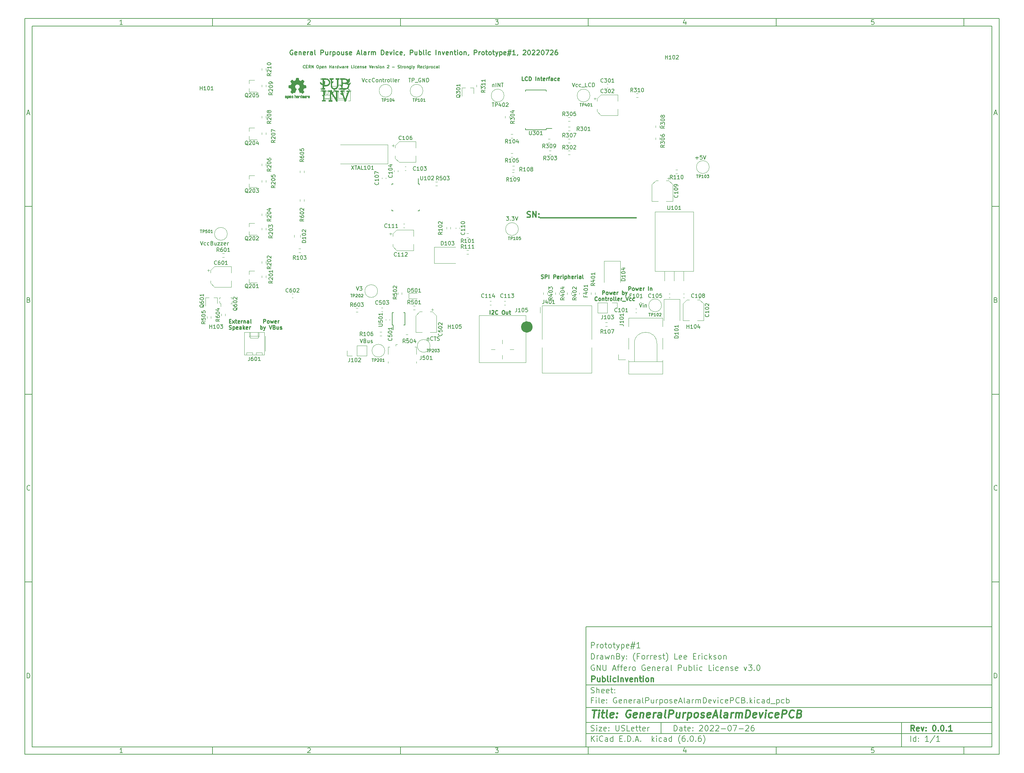
<source format=gbr>
%TF.GenerationSoftware,KiCad,Pcbnew,(6.0.6)*%
%TF.CreationDate,2022-08-04T15:50:23-04:00*%
%TF.ProjectId,GeneralPurposeAlarmDevicePCB,47656e65-7261-46c5-9075-72706f736541,0.0.1*%
%TF.SameCoordinates,Original*%
%TF.FileFunction,Legend,Top*%
%TF.FilePolarity,Positive*%
%FSLAX46Y46*%
G04 Gerber Fmt 4.6, Leading zero omitted, Abs format (unit mm)*
G04 Created by KiCad (PCBNEW (6.0.6)) date 2022-08-04 15:50:23*
%MOMM*%
%LPD*%
G01*
G04 APERTURE LIST*
%ADD10C,0.100000*%
%ADD11C,0.150000*%
%ADD12C,0.300000*%
%ADD13C,0.400000*%
%ADD14C,0.254000*%
%ADD15C,0.304800*%
%ADD16C,0.152400*%
%ADD17C,0.120000*%
%ADD18C,1.560000*%
%ADD19C,0.010000*%
G04 APERTURE END LIST*
D10*
D11*
X159400000Y-171900000D02*
X159400000Y-203900000D01*
X267400000Y-203900000D01*
X267400000Y-171900000D01*
X159400000Y-171900000D01*
D10*
D11*
X10000000Y-10000000D02*
X10000000Y-205900000D01*
X269400000Y-205900000D01*
X269400000Y-10000000D01*
X10000000Y-10000000D01*
D10*
D11*
X12000000Y-12000000D02*
X12000000Y-203900000D01*
X267400000Y-203900000D01*
X267400000Y-12000000D01*
X12000000Y-12000000D01*
D10*
D11*
X60000000Y-12000000D02*
X60000000Y-10000000D01*
D10*
D11*
X110000000Y-12000000D02*
X110000000Y-10000000D01*
D10*
D11*
X160000000Y-12000000D02*
X160000000Y-10000000D01*
D10*
D11*
X210000000Y-12000000D02*
X210000000Y-10000000D01*
D10*
D11*
X260000000Y-12000000D02*
X260000000Y-10000000D01*
D10*
D11*
X36065476Y-11588095D02*
X35322619Y-11588095D01*
X35694047Y-11588095D02*
X35694047Y-10288095D01*
X35570238Y-10473809D01*
X35446428Y-10597619D01*
X35322619Y-10659523D01*
D10*
D11*
X85322619Y-10411904D02*
X85384523Y-10350000D01*
X85508333Y-10288095D01*
X85817857Y-10288095D01*
X85941666Y-10350000D01*
X86003571Y-10411904D01*
X86065476Y-10535714D01*
X86065476Y-10659523D01*
X86003571Y-10845238D01*
X85260714Y-11588095D01*
X86065476Y-11588095D01*
D10*
D11*
X135260714Y-10288095D02*
X136065476Y-10288095D01*
X135632142Y-10783333D01*
X135817857Y-10783333D01*
X135941666Y-10845238D01*
X136003571Y-10907142D01*
X136065476Y-11030952D01*
X136065476Y-11340476D01*
X136003571Y-11464285D01*
X135941666Y-11526190D01*
X135817857Y-11588095D01*
X135446428Y-11588095D01*
X135322619Y-11526190D01*
X135260714Y-11464285D01*
D10*
D11*
X185941666Y-10721428D02*
X185941666Y-11588095D01*
X185632142Y-10226190D02*
X185322619Y-11154761D01*
X186127380Y-11154761D01*
D10*
D11*
X236003571Y-10288095D02*
X235384523Y-10288095D01*
X235322619Y-10907142D01*
X235384523Y-10845238D01*
X235508333Y-10783333D01*
X235817857Y-10783333D01*
X235941666Y-10845238D01*
X236003571Y-10907142D01*
X236065476Y-11030952D01*
X236065476Y-11340476D01*
X236003571Y-11464285D01*
X235941666Y-11526190D01*
X235817857Y-11588095D01*
X235508333Y-11588095D01*
X235384523Y-11526190D01*
X235322619Y-11464285D01*
D10*
D11*
X60000000Y-203900000D02*
X60000000Y-205900000D01*
D10*
D11*
X110000000Y-203900000D02*
X110000000Y-205900000D01*
D10*
D11*
X160000000Y-203900000D02*
X160000000Y-205900000D01*
D10*
D11*
X210000000Y-203900000D02*
X210000000Y-205900000D01*
D10*
D11*
X260000000Y-203900000D02*
X260000000Y-205900000D01*
D10*
D11*
X36065476Y-205488095D02*
X35322619Y-205488095D01*
X35694047Y-205488095D02*
X35694047Y-204188095D01*
X35570238Y-204373809D01*
X35446428Y-204497619D01*
X35322619Y-204559523D01*
D10*
D11*
X85322619Y-204311904D02*
X85384523Y-204250000D01*
X85508333Y-204188095D01*
X85817857Y-204188095D01*
X85941666Y-204250000D01*
X86003571Y-204311904D01*
X86065476Y-204435714D01*
X86065476Y-204559523D01*
X86003571Y-204745238D01*
X85260714Y-205488095D01*
X86065476Y-205488095D01*
D10*
D11*
X135260714Y-204188095D02*
X136065476Y-204188095D01*
X135632142Y-204683333D01*
X135817857Y-204683333D01*
X135941666Y-204745238D01*
X136003571Y-204807142D01*
X136065476Y-204930952D01*
X136065476Y-205240476D01*
X136003571Y-205364285D01*
X135941666Y-205426190D01*
X135817857Y-205488095D01*
X135446428Y-205488095D01*
X135322619Y-205426190D01*
X135260714Y-205364285D01*
D10*
D11*
X185941666Y-204621428D02*
X185941666Y-205488095D01*
X185632142Y-204126190D02*
X185322619Y-205054761D01*
X186127380Y-205054761D01*
D10*
D11*
X236003571Y-204188095D02*
X235384523Y-204188095D01*
X235322619Y-204807142D01*
X235384523Y-204745238D01*
X235508333Y-204683333D01*
X235817857Y-204683333D01*
X235941666Y-204745238D01*
X236003571Y-204807142D01*
X236065476Y-204930952D01*
X236065476Y-205240476D01*
X236003571Y-205364285D01*
X235941666Y-205426190D01*
X235817857Y-205488095D01*
X235508333Y-205488095D01*
X235384523Y-205426190D01*
X235322619Y-205364285D01*
D10*
D11*
X10000000Y-60000000D02*
X12000000Y-60000000D01*
D10*
D11*
X10000000Y-110000000D02*
X12000000Y-110000000D01*
D10*
D11*
X10000000Y-160000000D02*
X12000000Y-160000000D01*
D10*
D11*
X10690476Y-35216666D02*
X11309523Y-35216666D01*
X10566666Y-35588095D02*
X11000000Y-34288095D01*
X11433333Y-35588095D01*
D10*
D11*
X11092857Y-84907142D02*
X11278571Y-84969047D01*
X11340476Y-85030952D01*
X11402380Y-85154761D01*
X11402380Y-85340476D01*
X11340476Y-85464285D01*
X11278571Y-85526190D01*
X11154761Y-85588095D01*
X10659523Y-85588095D01*
X10659523Y-84288095D01*
X11092857Y-84288095D01*
X11216666Y-84350000D01*
X11278571Y-84411904D01*
X11340476Y-84535714D01*
X11340476Y-84659523D01*
X11278571Y-84783333D01*
X11216666Y-84845238D01*
X11092857Y-84907142D01*
X10659523Y-84907142D01*
D10*
D11*
X11402380Y-135464285D02*
X11340476Y-135526190D01*
X11154761Y-135588095D01*
X11030952Y-135588095D01*
X10845238Y-135526190D01*
X10721428Y-135402380D01*
X10659523Y-135278571D01*
X10597619Y-135030952D01*
X10597619Y-134845238D01*
X10659523Y-134597619D01*
X10721428Y-134473809D01*
X10845238Y-134350000D01*
X11030952Y-134288095D01*
X11154761Y-134288095D01*
X11340476Y-134350000D01*
X11402380Y-134411904D01*
D10*
D11*
X10659523Y-185588095D02*
X10659523Y-184288095D01*
X10969047Y-184288095D01*
X11154761Y-184350000D01*
X11278571Y-184473809D01*
X11340476Y-184597619D01*
X11402380Y-184845238D01*
X11402380Y-185030952D01*
X11340476Y-185278571D01*
X11278571Y-185402380D01*
X11154761Y-185526190D01*
X10969047Y-185588095D01*
X10659523Y-185588095D01*
D10*
D11*
X269400000Y-60000000D02*
X267400000Y-60000000D01*
D10*
D11*
X269400000Y-110000000D02*
X267400000Y-110000000D01*
D10*
D11*
X269400000Y-160000000D02*
X267400000Y-160000000D01*
D10*
D11*
X268090476Y-35216666D02*
X268709523Y-35216666D01*
X267966666Y-35588095D02*
X268400000Y-34288095D01*
X268833333Y-35588095D01*
D10*
D11*
X268492857Y-84907142D02*
X268678571Y-84969047D01*
X268740476Y-85030952D01*
X268802380Y-85154761D01*
X268802380Y-85340476D01*
X268740476Y-85464285D01*
X268678571Y-85526190D01*
X268554761Y-85588095D01*
X268059523Y-85588095D01*
X268059523Y-84288095D01*
X268492857Y-84288095D01*
X268616666Y-84350000D01*
X268678571Y-84411904D01*
X268740476Y-84535714D01*
X268740476Y-84659523D01*
X268678571Y-84783333D01*
X268616666Y-84845238D01*
X268492857Y-84907142D01*
X268059523Y-84907142D01*
D10*
D11*
X268802380Y-135464285D02*
X268740476Y-135526190D01*
X268554761Y-135588095D01*
X268430952Y-135588095D01*
X268245238Y-135526190D01*
X268121428Y-135402380D01*
X268059523Y-135278571D01*
X267997619Y-135030952D01*
X267997619Y-134845238D01*
X268059523Y-134597619D01*
X268121428Y-134473809D01*
X268245238Y-134350000D01*
X268430952Y-134288095D01*
X268554761Y-134288095D01*
X268740476Y-134350000D01*
X268802380Y-134411904D01*
D10*
D11*
X268059523Y-185588095D02*
X268059523Y-184288095D01*
X268369047Y-184288095D01*
X268554761Y-184350000D01*
X268678571Y-184473809D01*
X268740476Y-184597619D01*
X268802380Y-184845238D01*
X268802380Y-185030952D01*
X268740476Y-185278571D01*
X268678571Y-185402380D01*
X268554761Y-185526190D01*
X268369047Y-185588095D01*
X268059523Y-185588095D01*
D10*
D11*
X182832142Y-199678571D02*
X182832142Y-198178571D01*
X183189285Y-198178571D01*
X183403571Y-198250000D01*
X183546428Y-198392857D01*
X183617857Y-198535714D01*
X183689285Y-198821428D01*
X183689285Y-199035714D01*
X183617857Y-199321428D01*
X183546428Y-199464285D01*
X183403571Y-199607142D01*
X183189285Y-199678571D01*
X182832142Y-199678571D01*
X184975000Y-199678571D02*
X184975000Y-198892857D01*
X184903571Y-198750000D01*
X184760714Y-198678571D01*
X184475000Y-198678571D01*
X184332142Y-198750000D01*
X184975000Y-199607142D02*
X184832142Y-199678571D01*
X184475000Y-199678571D01*
X184332142Y-199607142D01*
X184260714Y-199464285D01*
X184260714Y-199321428D01*
X184332142Y-199178571D01*
X184475000Y-199107142D01*
X184832142Y-199107142D01*
X184975000Y-199035714D01*
X185475000Y-198678571D02*
X186046428Y-198678571D01*
X185689285Y-198178571D02*
X185689285Y-199464285D01*
X185760714Y-199607142D01*
X185903571Y-199678571D01*
X186046428Y-199678571D01*
X187117857Y-199607142D02*
X186975000Y-199678571D01*
X186689285Y-199678571D01*
X186546428Y-199607142D01*
X186475000Y-199464285D01*
X186475000Y-198892857D01*
X186546428Y-198750000D01*
X186689285Y-198678571D01*
X186975000Y-198678571D01*
X187117857Y-198750000D01*
X187189285Y-198892857D01*
X187189285Y-199035714D01*
X186475000Y-199178571D01*
X187832142Y-199535714D02*
X187903571Y-199607142D01*
X187832142Y-199678571D01*
X187760714Y-199607142D01*
X187832142Y-199535714D01*
X187832142Y-199678571D01*
X187832142Y-198750000D02*
X187903571Y-198821428D01*
X187832142Y-198892857D01*
X187760714Y-198821428D01*
X187832142Y-198750000D01*
X187832142Y-198892857D01*
X189617857Y-198321428D02*
X189689285Y-198250000D01*
X189832142Y-198178571D01*
X190189285Y-198178571D01*
X190332142Y-198250000D01*
X190403571Y-198321428D01*
X190475000Y-198464285D01*
X190475000Y-198607142D01*
X190403571Y-198821428D01*
X189546428Y-199678571D01*
X190475000Y-199678571D01*
X191403571Y-198178571D02*
X191546428Y-198178571D01*
X191689285Y-198250000D01*
X191760714Y-198321428D01*
X191832142Y-198464285D01*
X191903571Y-198750000D01*
X191903571Y-199107142D01*
X191832142Y-199392857D01*
X191760714Y-199535714D01*
X191689285Y-199607142D01*
X191546428Y-199678571D01*
X191403571Y-199678571D01*
X191260714Y-199607142D01*
X191189285Y-199535714D01*
X191117857Y-199392857D01*
X191046428Y-199107142D01*
X191046428Y-198750000D01*
X191117857Y-198464285D01*
X191189285Y-198321428D01*
X191260714Y-198250000D01*
X191403571Y-198178571D01*
X192475000Y-198321428D02*
X192546428Y-198250000D01*
X192689285Y-198178571D01*
X193046428Y-198178571D01*
X193189285Y-198250000D01*
X193260714Y-198321428D01*
X193332142Y-198464285D01*
X193332142Y-198607142D01*
X193260714Y-198821428D01*
X192403571Y-199678571D01*
X193332142Y-199678571D01*
X193903571Y-198321428D02*
X193975000Y-198250000D01*
X194117857Y-198178571D01*
X194475000Y-198178571D01*
X194617857Y-198250000D01*
X194689285Y-198321428D01*
X194760714Y-198464285D01*
X194760714Y-198607142D01*
X194689285Y-198821428D01*
X193832142Y-199678571D01*
X194760714Y-199678571D01*
X195403571Y-199107142D02*
X196546428Y-199107142D01*
X197546428Y-198178571D02*
X197689285Y-198178571D01*
X197832142Y-198250000D01*
X197903571Y-198321428D01*
X197975000Y-198464285D01*
X198046428Y-198750000D01*
X198046428Y-199107142D01*
X197975000Y-199392857D01*
X197903571Y-199535714D01*
X197832142Y-199607142D01*
X197689285Y-199678571D01*
X197546428Y-199678571D01*
X197403571Y-199607142D01*
X197332142Y-199535714D01*
X197260714Y-199392857D01*
X197189285Y-199107142D01*
X197189285Y-198750000D01*
X197260714Y-198464285D01*
X197332142Y-198321428D01*
X197403571Y-198250000D01*
X197546428Y-198178571D01*
X198546428Y-198178571D02*
X199546428Y-198178571D01*
X198903571Y-199678571D01*
X200117857Y-199107142D02*
X201260714Y-199107142D01*
X201903571Y-198321428D02*
X201975000Y-198250000D01*
X202117857Y-198178571D01*
X202475000Y-198178571D01*
X202617857Y-198250000D01*
X202689285Y-198321428D01*
X202760714Y-198464285D01*
X202760714Y-198607142D01*
X202689285Y-198821428D01*
X201832142Y-199678571D01*
X202760714Y-199678571D01*
X204046428Y-198178571D02*
X203760714Y-198178571D01*
X203617857Y-198250000D01*
X203546428Y-198321428D01*
X203403571Y-198535714D01*
X203332142Y-198821428D01*
X203332142Y-199392857D01*
X203403571Y-199535714D01*
X203475000Y-199607142D01*
X203617857Y-199678571D01*
X203903571Y-199678571D01*
X204046428Y-199607142D01*
X204117857Y-199535714D01*
X204189285Y-199392857D01*
X204189285Y-199035714D01*
X204117857Y-198892857D01*
X204046428Y-198821428D01*
X203903571Y-198750000D01*
X203617857Y-198750000D01*
X203475000Y-198821428D01*
X203403571Y-198892857D01*
X203332142Y-199035714D01*
D10*
D11*
X159400000Y-200400000D02*
X267400000Y-200400000D01*
D10*
D11*
X160832142Y-202478571D02*
X160832142Y-200978571D01*
X161689285Y-202478571D02*
X161046428Y-201621428D01*
X161689285Y-200978571D02*
X160832142Y-201835714D01*
X162332142Y-202478571D02*
X162332142Y-201478571D01*
X162332142Y-200978571D02*
X162260714Y-201050000D01*
X162332142Y-201121428D01*
X162403571Y-201050000D01*
X162332142Y-200978571D01*
X162332142Y-201121428D01*
X163903571Y-202335714D02*
X163832142Y-202407142D01*
X163617857Y-202478571D01*
X163475000Y-202478571D01*
X163260714Y-202407142D01*
X163117857Y-202264285D01*
X163046428Y-202121428D01*
X162975000Y-201835714D01*
X162975000Y-201621428D01*
X163046428Y-201335714D01*
X163117857Y-201192857D01*
X163260714Y-201050000D01*
X163475000Y-200978571D01*
X163617857Y-200978571D01*
X163832142Y-201050000D01*
X163903571Y-201121428D01*
X165189285Y-202478571D02*
X165189285Y-201692857D01*
X165117857Y-201550000D01*
X164975000Y-201478571D01*
X164689285Y-201478571D01*
X164546428Y-201550000D01*
X165189285Y-202407142D02*
X165046428Y-202478571D01*
X164689285Y-202478571D01*
X164546428Y-202407142D01*
X164475000Y-202264285D01*
X164475000Y-202121428D01*
X164546428Y-201978571D01*
X164689285Y-201907142D01*
X165046428Y-201907142D01*
X165189285Y-201835714D01*
X166546428Y-202478571D02*
X166546428Y-200978571D01*
X166546428Y-202407142D02*
X166403571Y-202478571D01*
X166117857Y-202478571D01*
X165975000Y-202407142D01*
X165903571Y-202335714D01*
X165832142Y-202192857D01*
X165832142Y-201764285D01*
X165903571Y-201621428D01*
X165975000Y-201550000D01*
X166117857Y-201478571D01*
X166403571Y-201478571D01*
X166546428Y-201550000D01*
X168403571Y-201692857D02*
X168903571Y-201692857D01*
X169117857Y-202478571D02*
X168403571Y-202478571D01*
X168403571Y-200978571D01*
X169117857Y-200978571D01*
X169760714Y-202335714D02*
X169832142Y-202407142D01*
X169760714Y-202478571D01*
X169689285Y-202407142D01*
X169760714Y-202335714D01*
X169760714Y-202478571D01*
X170475000Y-202478571D02*
X170475000Y-200978571D01*
X170832142Y-200978571D01*
X171046428Y-201050000D01*
X171189285Y-201192857D01*
X171260714Y-201335714D01*
X171332142Y-201621428D01*
X171332142Y-201835714D01*
X171260714Y-202121428D01*
X171189285Y-202264285D01*
X171046428Y-202407142D01*
X170832142Y-202478571D01*
X170475000Y-202478571D01*
X171975000Y-202335714D02*
X172046428Y-202407142D01*
X171975000Y-202478571D01*
X171903571Y-202407142D01*
X171975000Y-202335714D01*
X171975000Y-202478571D01*
X172617857Y-202050000D02*
X173332142Y-202050000D01*
X172475000Y-202478571D02*
X172975000Y-200978571D01*
X173475000Y-202478571D01*
X173975000Y-202335714D02*
X174046428Y-202407142D01*
X173975000Y-202478571D01*
X173903571Y-202407142D01*
X173975000Y-202335714D01*
X173975000Y-202478571D01*
X176975000Y-202478571D02*
X176975000Y-200978571D01*
X177117857Y-201907142D02*
X177546428Y-202478571D01*
X177546428Y-201478571D02*
X176975000Y-202050000D01*
X178189285Y-202478571D02*
X178189285Y-201478571D01*
X178189285Y-200978571D02*
X178117857Y-201050000D01*
X178189285Y-201121428D01*
X178260714Y-201050000D01*
X178189285Y-200978571D01*
X178189285Y-201121428D01*
X179546428Y-202407142D02*
X179403571Y-202478571D01*
X179117857Y-202478571D01*
X178975000Y-202407142D01*
X178903571Y-202335714D01*
X178832142Y-202192857D01*
X178832142Y-201764285D01*
X178903571Y-201621428D01*
X178975000Y-201550000D01*
X179117857Y-201478571D01*
X179403571Y-201478571D01*
X179546428Y-201550000D01*
X180832142Y-202478571D02*
X180832142Y-201692857D01*
X180760714Y-201550000D01*
X180617857Y-201478571D01*
X180332142Y-201478571D01*
X180189285Y-201550000D01*
X180832142Y-202407142D02*
X180689285Y-202478571D01*
X180332142Y-202478571D01*
X180189285Y-202407142D01*
X180117857Y-202264285D01*
X180117857Y-202121428D01*
X180189285Y-201978571D01*
X180332142Y-201907142D01*
X180689285Y-201907142D01*
X180832142Y-201835714D01*
X182189285Y-202478571D02*
X182189285Y-200978571D01*
X182189285Y-202407142D02*
X182046428Y-202478571D01*
X181760714Y-202478571D01*
X181617857Y-202407142D01*
X181546428Y-202335714D01*
X181475000Y-202192857D01*
X181475000Y-201764285D01*
X181546428Y-201621428D01*
X181617857Y-201550000D01*
X181760714Y-201478571D01*
X182046428Y-201478571D01*
X182189285Y-201550000D01*
X184475000Y-203050000D02*
X184403571Y-202978571D01*
X184260714Y-202764285D01*
X184189285Y-202621428D01*
X184117857Y-202407142D01*
X184046428Y-202050000D01*
X184046428Y-201764285D01*
X184117857Y-201407142D01*
X184189285Y-201192857D01*
X184260714Y-201050000D01*
X184403571Y-200835714D01*
X184475000Y-200764285D01*
X185689285Y-200978571D02*
X185403571Y-200978571D01*
X185260714Y-201050000D01*
X185189285Y-201121428D01*
X185046428Y-201335714D01*
X184975000Y-201621428D01*
X184975000Y-202192857D01*
X185046428Y-202335714D01*
X185117857Y-202407142D01*
X185260714Y-202478571D01*
X185546428Y-202478571D01*
X185689285Y-202407142D01*
X185760714Y-202335714D01*
X185832142Y-202192857D01*
X185832142Y-201835714D01*
X185760714Y-201692857D01*
X185689285Y-201621428D01*
X185546428Y-201550000D01*
X185260714Y-201550000D01*
X185117857Y-201621428D01*
X185046428Y-201692857D01*
X184975000Y-201835714D01*
X186475000Y-202335714D02*
X186546428Y-202407142D01*
X186475000Y-202478571D01*
X186403571Y-202407142D01*
X186475000Y-202335714D01*
X186475000Y-202478571D01*
X187475000Y-200978571D02*
X187617857Y-200978571D01*
X187760714Y-201050000D01*
X187832142Y-201121428D01*
X187903571Y-201264285D01*
X187975000Y-201550000D01*
X187975000Y-201907142D01*
X187903571Y-202192857D01*
X187832142Y-202335714D01*
X187760714Y-202407142D01*
X187617857Y-202478571D01*
X187475000Y-202478571D01*
X187332142Y-202407142D01*
X187260714Y-202335714D01*
X187189285Y-202192857D01*
X187117857Y-201907142D01*
X187117857Y-201550000D01*
X187189285Y-201264285D01*
X187260714Y-201121428D01*
X187332142Y-201050000D01*
X187475000Y-200978571D01*
X188617857Y-202335714D02*
X188689285Y-202407142D01*
X188617857Y-202478571D01*
X188546428Y-202407142D01*
X188617857Y-202335714D01*
X188617857Y-202478571D01*
X189975000Y-200978571D02*
X189689285Y-200978571D01*
X189546428Y-201050000D01*
X189475000Y-201121428D01*
X189332142Y-201335714D01*
X189260714Y-201621428D01*
X189260714Y-202192857D01*
X189332142Y-202335714D01*
X189403571Y-202407142D01*
X189546428Y-202478571D01*
X189832142Y-202478571D01*
X189975000Y-202407142D01*
X190046428Y-202335714D01*
X190117857Y-202192857D01*
X190117857Y-201835714D01*
X190046428Y-201692857D01*
X189975000Y-201621428D01*
X189832142Y-201550000D01*
X189546428Y-201550000D01*
X189403571Y-201621428D01*
X189332142Y-201692857D01*
X189260714Y-201835714D01*
X190617857Y-203050000D02*
X190689285Y-202978571D01*
X190832142Y-202764285D01*
X190903571Y-202621428D01*
X190975000Y-202407142D01*
X191046428Y-202050000D01*
X191046428Y-201764285D01*
X190975000Y-201407142D01*
X190903571Y-201192857D01*
X190832142Y-201050000D01*
X190689285Y-200835714D01*
X190617857Y-200764285D01*
D10*
D11*
X159400000Y-197400000D02*
X267400000Y-197400000D01*
D10*
D12*
X246809285Y-199678571D02*
X246309285Y-198964285D01*
X245952142Y-199678571D02*
X245952142Y-198178571D01*
X246523571Y-198178571D01*
X246666428Y-198250000D01*
X246737857Y-198321428D01*
X246809285Y-198464285D01*
X246809285Y-198678571D01*
X246737857Y-198821428D01*
X246666428Y-198892857D01*
X246523571Y-198964285D01*
X245952142Y-198964285D01*
X248023571Y-199607142D02*
X247880714Y-199678571D01*
X247595000Y-199678571D01*
X247452142Y-199607142D01*
X247380714Y-199464285D01*
X247380714Y-198892857D01*
X247452142Y-198750000D01*
X247595000Y-198678571D01*
X247880714Y-198678571D01*
X248023571Y-198750000D01*
X248095000Y-198892857D01*
X248095000Y-199035714D01*
X247380714Y-199178571D01*
X248595000Y-198678571D02*
X248952142Y-199678571D01*
X249309285Y-198678571D01*
X249880714Y-199535714D02*
X249952142Y-199607142D01*
X249880714Y-199678571D01*
X249809285Y-199607142D01*
X249880714Y-199535714D01*
X249880714Y-199678571D01*
X249880714Y-198750000D02*
X249952142Y-198821428D01*
X249880714Y-198892857D01*
X249809285Y-198821428D01*
X249880714Y-198750000D01*
X249880714Y-198892857D01*
X252023571Y-198178571D02*
X252166428Y-198178571D01*
X252309285Y-198250000D01*
X252380714Y-198321428D01*
X252452142Y-198464285D01*
X252523571Y-198750000D01*
X252523571Y-199107142D01*
X252452142Y-199392857D01*
X252380714Y-199535714D01*
X252309285Y-199607142D01*
X252166428Y-199678571D01*
X252023571Y-199678571D01*
X251880714Y-199607142D01*
X251809285Y-199535714D01*
X251737857Y-199392857D01*
X251666428Y-199107142D01*
X251666428Y-198750000D01*
X251737857Y-198464285D01*
X251809285Y-198321428D01*
X251880714Y-198250000D01*
X252023571Y-198178571D01*
X253166428Y-199535714D02*
X253237857Y-199607142D01*
X253166428Y-199678571D01*
X253095000Y-199607142D01*
X253166428Y-199535714D01*
X253166428Y-199678571D01*
X254166428Y-198178571D02*
X254309285Y-198178571D01*
X254452142Y-198250000D01*
X254523571Y-198321428D01*
X254595000Y-198464285D01*
X254666428Y-198750000D01*
X254666428Y-199107142D01*
X254595000Y-199392857D01*
X254523571Y-199535714D01*
X254452142Y-199607142D01*
X254309285Y-199678571D01*
X254166428Y-199678571D01*
X254023571Y-199607142D01*
X253952142Y-199535714D01*
X253880714Y-199392857D01*
X253809285Y-199107142D01*
X253809285Y-198750000D01*
X253880714Y-198464285D01*
X253952142Y-198321428D01*
X254023571Y-198250000D01*
X254166428Y-198178571D01*
X255309285Y-199535714D02*
X255380714Y-199607142D01*
X255309285Y-199678571D01*
X255237857Y-199607142D01*
X255309285Y-199535714D01*
X255309285Y-199678571D01*
X256809285Y-199678571D02*
X255952142Y-199678571D01*
X256380714Y-199678571D02*
X256380714Y-198178571D01*
X256237857Y-198392857D01*
X256095000Y-198535714D01*
X255952142Y-198607142D01*
D10*
D11*
X160760714Y-199607142D02*
X160975000Y-199678571D01*
X161332142Y-199678571D01*
X161475000Y-199607142D01*
X161546428Y-199535714D01*
X161617857Y-199392857D01*
X161617857Y-199250000D01*
X161546428Y-199107142D01*
X161475000Y-199035714D01*
X161332142Y-198964285D01*
X161046428Y-198892857D01*
X160903571Y-198821428D01*
X160832142Y-198750000D01*
X160760714Y-198607142D01*
X160760714Y-198464285D01*
X160832142Y-198321428D01*
X160903571Y-198250000D01*
X161046428Y-198178571D01*
X161403571Y-198178571D01*
X161617857Y-198250000D01*
X162260714Y-199678571D02*
X162260714Y-198678571D01*
X162260714Y-198178571D02*
X162189285Y-198250000D01*
X162260714Y-198321428D01*
X162332142Y-198250000D01*
X162260714Y-198178571D01*
X162260714Y-198321428D01*
X162832142Y-198678571D02*
X163617857Y-198678571D01*
X162832142Y-199678571D01*
X163617857Y-199678571D01*
X164760714Y-199607142D02*
X164617857Y-199678571D01*
X164332142Y-199678571D01*
X164189285Y-199607142D01*
X164117857Y-199464285D01*
X164117857Y-198892857D01*
X164189285Y-198750000D01*
X164332142Y-198678571D01*
X164617857Y-198678571D01*
X164760714Y-198750000D01*
X164832142Y-198892857D01*
X164832142Y-199035714D01*
X164117857Y-199178571D01*
X165475000Y-199535714D02*
X165546428Y-199607142D01*
X165475000Y-199678571D01*
X165403571Y-199607142D01*
X165475000Y-199535714D01*
X165475000Y-199678571D01*
X165475000Y-198750000D02*
X165546428Y-198821428D01*
X165475000Y-198892857D01*
X165403571Y-198821428D01*
X165475000Y-198750000D01*
X165475000Y-198892857D01*
X167332142Y-198178571D02*
X167332142Y-199392857D01*
X167403571Y-199535714D01*
X167475000Y-199607142D01*
X167617857Y-199678571D01*
X167903571Y-199678571D01*
X168046428Y-199607142D01*
X168117857Y-199535714D01*
X168189285Y-199392857D01*
X168189285Y-198178571D01*
X168832142Y-199607142D02*
X169046428Y-199678571D01*
X169403571Y-199678571D01*
X169546428Y-199607142D01*
X169617857Y-199535714D01*
X169689285Y-199392857D01*
X169689285Y-199250000D01*
X169617857Y-199107142D01*
X169546428Y-199035714D01*
X169403571Y-198964285D01*
X169117857Y-198892857D01*
X168975000Y-198821428D01*
X168903571Y-198750000D01*
X168832142Y-198607142D01*
X168832142Y-198464285D01*
X168903571Y-198321428D01*
X168975000Y-198250000D01*
X169117857Y-198178571D01*
X169475000Y-198178571D01*
X169689285Y-198250000D01*
X171046428Y-199678571D02*
X170332142Y-199678571D01*
X170332142Y-198178571D01*
X172117857Y-199607142D02*
X171975000Y-199678571D01*
X171689285Y-199678571D01*
X171546428Y-199607142D01*
X171475000Y-199464285D01*
X171475000Y-198892857D01*
X171546428Y-198750000D01*
X171689285Y-198678571D01*
X171975000Y-198678571D01*
X172117857Y-198750000D01*
X172189285Y-198892857D01*
X172189285Y-199035714D01*
X171475000Y-199178571D01*
X172617857Y-198678571D02*
X173189285Y-198678571D01*
X172832142Y-198178571D02*
X172832142Y-199464285D01*
X172903571Y-199607142D01*
X173046428Y-199678571D01*
X173189285Y-199678571D01*
X173475000Y-198678571D02*
X174046428Y-198678571D01*
X173689285Y-198178571D02*
X173689285Y-199464285D01*
X173760714Y-199607142D01*
X173903571Y-199678571D01*
X174046428Y-199678571D01*
X175117857Y-199607142D02*
X174975000Y-199678571D01*
X174689285Y-199678571D01*
X174546428Y-199607142D01*
X174475000Y-199464285D01*
X174475000Y-198892857D01*
X174546428Y-198750000D01*
X174689285Y-198678571D01*
X174975000Y-198678571D01*
X175117857Y-198750000D01*
X175189285Y-198892857D01*
X175189285Y-199035714D01*
X174475000Y-199178571D01*
X175832142Y-199678571D02*
X175832142Y-198678571D01*
X175832142Y-198964285D02*
X175903571Y-198821428D01*
X175975000Y-198750000D01*
X176117857Y-198678571D01*
X176260714Y-198678571D01*
D10*
D11*
X245832142Y-202478571D02*
X245832142Y-200978571D01*
X247189285Y-202478571D02*
X247189285Y-200978571D01*
X247189285Y-202407142D02*
X247046428Y-202478571D01*
X246760714Y-202478571D01*
X246617857Y-202407142D01*
X246546428Y-202335714D01*
X246475000Y-202192857D01*
X246475000Y-201764285D01*
X246546428Y-201621428D01*
X246617857Y-201550000D01*
X246760714Y-201478571D01*
X247046428Y-201478571D01*
X247189285Y-201550000D01*
X247903571Y-202335714D02*
X247975000Y-202407142D01*
X247903571Y-202478571D01*
X247832142Y-202407142D01*
X247903571Y-202335714D01*
X247903571Y-202478571D01*
X247903571Y-201550000D02*
X247975000Y-201621428D01*
X247903571Y-201692857D01*
X247832142Y-201621428D01*
X247903571Y-201550000D01*
X247903571Y-201692857D01*
X250546428Y-202478571D02*
X249689285Y-202478571D01*
X250117857Y-202478571D02*
X250117857Y-200978571D01*
X249975000Y-201192857D01*
X249832142Y-201335714D01*
X249689285Y-201407142D01*
X252260714Y-200907142D02*
X250975000Y-202835714D01*
X253546428Y-202478571D02*
X252689285Y-202478571D01*
X253117857Y-202478571D02*
X253117857Y-200978571D01*
X252975000Y-201192857D01*
X252832142Y-201335714D01*
X252689285Y-201407142D01*
D10*
D11*
X159400000Y-193400000D02*
X267400000Y-193400000D01*
D10*
D13*
X161112380Y-194104761D02*
X162255238Y-194104761D01*
X161433809Y-196104761D02*
X161683809Y-194104761D01*
X162671904Y-196104761D02*
X162838571Y-194771428D01*
X162921904Y-194104761D02*
X162814761Y-194200000D01*
X162898095Y-194295238D01*
X163005238Y-194200000D01*
X162921904Y-194104761D01*
X162898095Y-194295238D01*
X163505238Y-194771428D02*
X164267142Y-194771428D01*
X163874285Y-194104761D02*
X163660000Y-195819047D01*
X163731428Y-196009523D01*
X163910000Y-196104761D01*
X164100476Y-196104761D01*
X165052857Y-196104761D02*
X164874285Y-196009523D01*
X164802857Y-195819047D01*
X165017142Y-194104761D01*
X166588571Y-196009523D02*
X166386190Y-196104761D01*
X166005238Y-196104761D01*
X165826666Y-196009523D01*
X165755238Y-195819047D01*
X165850476Y-195057142D01*
X165969523Y-194866666D01*
X166171904Y-194771428D01*
X166552857Y-194771428D01*
X166731428Y-194866666D01*
X166802857Y-195057142D01*
X166779047Y-195247619D01*
X165802857Y-195438095D01*
X167552857Y-195914285D02*
X167636190Y-196009523D01*
X167529047Y-196104761D01*
X167445714Y-196009523D01*
X167552857Y-195914285D01*
X167529047Y-196104761D01*
X167683809Y-194866666D02*
X167767142Y-194961904D01*
X167660000Y-195057142D01*
X167576666Y-194961904D01*
X167683809Y-194866666D01*
X167660000Y-195057142D01*
X171290952Y-194200000D02*
X171112380Y-194104761D01*
X170826666Y-194104761D01*
X170529047Y-194200000D01*
X170314761Y-194390476D01*
X170195714Y-194580952D01*
X170052857Y-194961904D01*
X170017142Y-195247619D01*
X170064761Y-195628571D01*
X170136190Y-195819047D01*
X170302857Y-196009523D01*
X170576666Y-196104761D01*
X170767142Y-196104761D01*
X171064761Y-196009523D01*
X171171904Y-195914285D01*
X171255238Y-195247619D01*
X170874285Y-195247619D01*
X172779047Y-196009523D02*
X172576666Y-196104761D01*
X172195714Y-196104761D01*
X172017142Y-196009523D01*
X171945714Y-195819047D01*
X172040952Y-195057142D01*
X172160000Y-194866666D01*
X172362380Y-194771428D01*
X172743333Y-194771428D01*
X172921904Y-194866666D01*
X172993333Y-195057142D01*
X172969523Y-195247619D01*
X171993333Y-195438095D01*
X173886190Y-194771428D02*
X173719523Y-196104761D01*
X173862380Y-194961904D02*
X173969523Y-194866666D01*
X174171904Y-194771428D01*
X174457619Y-194771428D01*
X174636190Y-194866666D01*
X174707619Y-195057142D01*
X174576666Y-196104761D01*
X176302857Y-196009523D02*
X176100476Y-196104761D01*
X175719523Y-196104761D01*
X175540952Y-196009523D01*
X175469523Y-195819047D01*
X175564761Y-195057142D01*
X175683809Y-194866666D01*
X175886190Y-194771428D01*
X176267142Y-194771428D01*
X176445714Y-194866666D01*
X176517142Y-195057142D01*
X176493333Y-195247619D01*
X175517142Y-195438095D01*
X177243333Y-196104761D02*
X177410000Y-194771428D01*
X177362380Y-195152380D02*
X177481428Y-194961904D01*
X177588571Y-194866666D01*
X177790952Y-194771428D01*
X177981428Y-194771428D01*
X179338571Y-196104761D02*
X179469523Y-195057142D01*
X179398095Y-194866666D01*
X179219523Y-194771428D01*
X178838571Y-194771428D01*
X178636190Y-194866666D01*
X179350476Y-196009523D02*
X179148095Y-196104761D01*
X178671904Y-196104761D01*
X178493333Y-196009523D01*
X178421904Y-195819047D01*
X178445714Y-195628571D01*
X178564761Y-195438095D01*
X178767142Y-195342857D01*
X179243333Y-195342857D01*
X179445714Y-195247619D01*
X180576666Y-196104761D02*
X180398095Y-196009523D01*
X180326666Y-195819047D01*
X180540952Y-194104761D01*
X181338571Y-196104761D02*
X181588571Y-194104761D01*
X182350476Y-194104761D01*
X182529047Y-194200000D01*
X182612380Y-194295238D01*
X182683809Y-194485714D01*
X182648095Y-194771428D01*
X182529047Y-194961904D01*
X182421904Y-195057142D01*
X182219523Y-195152380D01*
X181457619Y-195152380D01*
X184362380Y-194771428D02*
X184195714Y-196104761D01*
X183505238Y-194771428D02*
X183374285Y-195819047D01*
X183445714Y-196009523D01*
X183624285Y-196104761D01*
X183910000Y-196104761D01*
X184112380Y-196009523D01*
X184219523Y-195914285D01*
X185148095Y-196104761D02*
X185314761Y-194771428D01*
X185267142Y-195152380D02*
X185386190Y-194961904D01*
X185493333Y-194866666D01*
X185695714Y-194771428D01*
X185886190Y-194771428D01*
X186552857Y-194771428D02*
X186302857Y-196771428D01*
X186540952Y-194866666D02*
X186743333Y-194771428D01*
X187124285Y-194771428D01*
X187302857Y-194866666D01*
X187386190Y-194961904D01*
X187457619Y-195152380D01*
X187386190Y-195723809D01*
X187267142Y-195914285D01*
X187160000Y-196009523D01*
X186957619Y-196104761D01*
X186576666Y-196104761D01*
X186398095Y-196009523D01*
X188481428Y-196104761D02*
X188302857Y-196009523D01*
X188219523Y-195914285D01*
X188148095Y-195723809D01*
X188219523Y-195152380D01*
X188338571Y-194961904D01*
X188445714Y-194866666D01*
X188648095Y-194771428D01*
X188933809Y-194771428D01*
X189112380Y-194866666D01*
X189195714Y-194961904D01*
X189267142Y-195152380D01*
X189195714Y-195723809D01*
X189076666Y-195914285D01*
X188969523Y-196009523D01*
X188767142Y-196104761D01*
X188481428Y-196104761D01*
X189921904Y-196009523D02*
X190100476Y-196104761D01*
X190481428Y-196104761D01*
X190683809Y-196009523D01*
X190802857Y-195819047D01*
X190814761Y-195723809D01*
X190743333Y-195533333D01*
X190564761Y-195438095D01*
X190279047Y-195438095D01*
X190100476Y-195342857D01*
X190029047Y-195152380D01*
X190040952Y-195057142D01*
X190160000Y-194866666D01*
X190362380Y-194771428D01*
X190648095Y-194771428D01*
X190826666Y-194866666D01*
X192398095Y-196009523D02*
X192195714Y-196104761D01*
X191814761Y-196104761D01*
X191636190Y-196009523D01*
X191564761Y-195819047D01*
X191660000Y-195057142D01*
X191779047Y-194866666D01*
X191981428Y-194771428D01*
X192362380Y-194771428D01*
X192540952Y-194866666D01*
X192612380Y-195057142D01*
X192588571Y-195247619D01*
X191612380Y-195438095D01*
X193314761Y-195533333D02*
X194267142Y-195533333D01*
X193052857Y-196104761D02*
X193969523Y-194104761D01*
X194386190Y-196104761D01*
X195338571Y-196104761D02*
X195160000Y-196009523D01*
X195088571Y-195819047D01*
X195302857Y-194104761D01*
X196957619Y-196104761D02*
X197088571Y-195057142D01*
X197017142Y-194866666D01*
X196838571Y-194771428D01*
X196457619Y-194771428D01*
X196255238Y-194866666D01*
X196969523Y-196009523D02*
X196767142Y-196104761D01*
X196290952Y-196104761D01*
X196112380Y-196009523D01*
X196040952Y-195819047D01*
X196064761Y-195628571D01*
X196183809Y-195438095D01*
X196386190Y-195342857D01*
X196862380Y-195342857D01*
X197064761Y-195247619D01*
X197910000Y-196104761D02*
X198076666Y-194771428D01*
X198029047Y-195152380D02*
X198148095Y-194961904D01*
X198255238Y-194866666D01*
X198457619Y-194771428D01*
X198648095Y-194771428D01*
X199148095Y-196104761D02*
X199314761Y-194771428D01*
X199290952Y-194961904D02*
X199398095Y-194866666D01*
X199600476Y-194771428D01*
X199886190Y-194771428D01*
X200064761Y-194866666D01*
X200136190Y-195057142D01*
X200005238Y-196104761D01*
X200136190Y-195057142D02*
X200255238Y-194866666D01*
X200457619Y-194771428D01*
X200743333Y-194771428D01*
X200921904Y-194866666D01*
X200993333Y-195057142D01*
X200862380Y-196104761D01*
X201814761Y-196104761D02*
X202064761Y-194104761D01*
X202540952Y-194104761D01*
X202814761Y-194200000D01*
X202981428Y-194390476D01*
X203052857Y-194580952D01*
X203100476Y-194961904D01*
X203064761Y-195247619D01*
X202921904Y-195628571D01*
X202802857Y-195819047D01*
X202588571Y-196009523D01*
X202290952Y-196104761D01*
X201814761Y-196104761D01*
X204588571Y-196009523D02*
X204386190Y-196104761D01*
X204005238Y-196104761D01*
X203826666Y-196009523D01*
X203755238Y-195819047D01*
X203850476Y-195057142D01*
X203969523Y-194866666D01*
X204171904Y-194771428D01*
X204552857Y-194771428D01*
X204731428Y-194866666D01*
X204802857Y-195057142D01*
X204779047Y-195247619D01*
X203802857Y-195438095D01*
X205505238Y-194771428D02*
X205814761Y-196104761D01*
X206457619Y-194771428D01*
X207052857Y-196104761D02*
X207219523Y-194771428D01*
X207302857Y-194104761D02*
X207195714Y-194200000D01*
X207279047Y-194295238D01*
X207386190Y-194200000D01*
X207302857Y-194104761D01*
X207279047Y-194295238D01*
X208874285Y-196009523D02*
X208671904Y-196104761D01*
X208290952Y-196104761D01*
X208112380Y-196009523D01*
X208029047Y-195914285D01*
X207957619Y-195723809D01*
X208029047Y-195152380D01*
X208148095Y-194961904D01*
X208255238Y-194866666D01*
X208457619Y-194771428D01*
X208838571Y-194771428D01*
X209017142Y-194866666D01*
X210493333Y-196009523D02*
X210290952Y-196104761D01*
X209910000Y-196104761D01*
X209731428Y-196009523D01*
X209660000Y-195819047D01*
X209755238Y-195057142D01*
X209874285Y-194866666D01*
X210076666Y-194771428D01*
X210457619Y-194771428D01*
X210636190Y-194866666D01*
X210707619Y-195057142D01*
X210683809Y-195247619D01*
X209707619Y-195438095D01*
X211433809Y-196104761D02*
X211683809Y-194104761D01*
X212445714Y-194104761D01*
X212624285Y-194200000D01*
X212707619Y-194295238D01*
X212779047Y-194485714D01*
X212743333Y-194771428D01*
X212624285Y-194961904D01*
X212517142Y-195057142D01*
X212314761Y-195152380D01*
X211552857Y-195152380D01*
X214600476Y-195914285D02*
X214493333Y-196009523D01*
X214195714Y-196104761D01*
X214005238Y-196104761D01*
X213731428Y-196009523D01*
X213564761Y-195819047D01*
X213493333Y-195628571D01*
X213445714Y-195247619D01*
X213481428Y-194961904D01*
X213624285Y-194580952D01*
X213743333Y-194390476D01*
X213957619Y-194200000D01*
X214255238Y-194104761D01*
X214445714Y-194104761D01*
X214719523Y-194200000D01*
X214802857Y-194295238D01*
X216231428Y-195057142D02*
X216505238Y-195152380D01*
X216588571Y-195247619D01*
X216660000Y-195438095D01*
X216624285Y-195723809D01*
X216505238Y-195914285D01*
X216398095Y-196009523D01*
X216195714Y-196104761D01*
X215433809Y-196104761D01*
X215683809Y-194104761D01*
X216350476Y-194104761D01*
X216529047Y-194200000D01*
X216612380Y-194295238D01*
X216683809Y-194485714D01*
X216660000Y-194676190D01*
X216540952Y-194866666D01*
X216433809Y-194961904D01*
X216231428Y-195057142D01*
X215564761Y-195057142D01*
D10*
D11*
X161332142Y-191492857D02*
X160832142Y-191492857D01*
X160832142Y-192278571D02*
X160832142Y-190778571D01*
X161546428Y-190778571D01*
X162117857Y-192278571D02*
X162117857Y-191278571D01*
X162117857Y-190778571D02*
X162046428Y-190850000D01*
X162117857Y-190921428D01*
X162189285Y-190850000D01*
X162117857Y-190778571D01*
X162117857Y-190921428D01*
X163046428Y-192278571D02*
X162903571Y-192207142D01*
X162832142Y-192064285D01*
X162832142Y-190778571D01*
X164189285Y-192207142D02*
X164046428Y-192278571D01*
X163760714Y-192278571D01*
X163617857Y-192207142D01*
X163546428Y-192064285D01*
X163546428Y-191492857D01*
X163617857Y-191350000D01*
X163760714Y-191278571D01*
X164046428Y-191278571D01*
X164189285Y-191350000D01*
X164260714Y-191492857D01*
X164260714Y-191635714D01*
X163546428Y-191778571D01*
X164903571Y-192135714D02*
X164975000Y-192207142D01*
X164903571Y-192278571D01*
X164832142Y-192207142D01*
X164903571Y-192135714D01*
X164903571Y-192278571D01*
X164903571Y-191350000D02*
X164975000Y-191421428D01*
X164903571Y-191492857D01*
X164832142Y-191421428D01*
X164903571Y-191350000D01*
X164903571Y-191492857D01*
X167546428Y-190850000D02*
X167403571Y-190778571D01*
X167189285Y-190778571D01*
X166975000Y-190850000D01*
X166832142Y-190992857D01*
X166760714Y-191135714D01*
X166689285Y-191421428D01*
X166689285Y-191635714D01*
X166760714Y-191921428D01*
X166832142Y-192064285D01*
X166975000Y-192207142D01*
X167189285Y-192278571D01*
X167332142Y-192278571D01*
X167546428Y-192207142D01*
X167617857Y-192135714D01*
X167617857Y-191635714D01*
X167332142Y-191635714D01*
X168832142Y-192207142D02*
X168689285Y-192278571D01*
X168403571Y-192278571D01*
X168260714Y-192207142D01*
X168189285Y-192064285D01*
X168189285Y-191492857D01*
X168260714Y-191350000D01*
X168403571Y-191278571D01*
X168689285Y-191278571D01*
X168832142Y-191350000D01*
X168903571Y-191492857D01*
X168903571Y-191635714D01*
X168189285Y-191778571D01*
X169546428Y-191278571D02*
X169546428Y-192278571D01*
X169546428Y-191421428D02*
X169617857Y-191350000D01*
X169760714Y-191278571D01*
X169975000Y-191278571D01*
X170117857Y-191350000D01*
X170189285Y-191492857D01*
X170189285Y-192278571D01*
X171475000Y-192207142D02*
X171332142Y-192278571D01*
X171046428Y-192278571D01*
X170903571Y-192207142D01*
X170832142Y-192064285D01*
X170832142Y-191492857D01*
X170903571Y-191350000D01*
X171046428Y-191278571D01*
X171332142Y-191278571D01*
X171475000Y-191350000D01*
X171546428Y-191492857D01*
X171546428Y-191635714D01*
X170832142Y-191778571D01*
X172189285Y-192278571D02*
X172189285Y-191278571D01*
X172189285Y-191564285D02*
X172260714Y-191421428D01*
X172332142Y-191350000D01*
X172475000Y-191278571D01*
X172617857Y-191278571D01*
X173760714Y-192278571D02*
X173760714Y-191492857D01*
X173689285Y-191350000D01*
X173546428Y-191278571D01*
X173260714Y-191278571D01*
X173117857Y-191350000D01*
X173760714Y-192207142D02*
X173617857Y-192278571D01*
X173260714Y-192278571D01*
X173117857Y-192207142D01*
X173046428Y-192064285D01*
X173046428Y-191921428D01*
X173117857Y-191778571D01*
X173260714Y-191707142D01*
X173617857Y-191707142D01*
X173760714Y-191635714D01*
X174689285Y-192278571D02*
X174546428Y-192207142D01*
X174475000Y-192064285D01*
X174475000Y-190778571D01*
X175260714Y-192278571D02*
X175260714Y-190778571D01*
X175832142Y-190778571D01*
X175975000Y-190850000D01*
X176046428Y-190921428D01*
X176117857Y-191064285D01*
X176117857Y-191278571D01*
X176046428Y-191421428D01*
X175975000Y-191492857D01*
X175832142Y-191564285D01*
X175260714Y-191564285D01*
X177403571Y-191278571D02*
X177403571Y-192278571D01*
X176760714Y-191278571D02*
X176760714Y-192064285D01*
X176832142Y-192207142D01*
X176975000Y-192278571D01*
X177189285Y-192278571D01*
X177332142Y-192207142D01*
X177403571Y-192135714D01*
X178117857Y-192278571D02*
X178117857Y-191278571D01*
X178117857Y-191564285D02*
X178189285Y-191421428D01*
X178260714Y-191350000D01*
X178403571Y-191278571D01*
X178546428Y-191278571D01*
X179046428Y-191278571D02*
X179046428Y-192778571D01*
X179046428Y-191350000D02*
X179189285Y-191278571D01*
X179475000Y-191278571D01*
X179617857Y-191350000D01*
X179689285Y-191421428D01*
X179760714Y-191564285D01*
X179760714Y-191992857D01*
X179689285Y-192135714D01*
X179617857Y-192207142D01*
X179475000Y-192278571D01*
X179189285Y-192278571D01*
X179046428Y-192207142D01*
X180617857Y-192278571D02*
X180475000Y-192207142D01*
X180403571Y-192135714D01*
X180332142Y-191992857D01*
X180332142Y-191564285D01*
X180403571Y-191421428D01*
X180475000Y-191350000D01*
X180617857Y-191278571D01*
X180832142Y-191278571D01*
X180975000Y-191350000D01*
X181046428Y-191421428D01*
X181117857Y-191564285D01*
X181117857Y-191992857D01*
X181046428Y-192135714D01*
X180975000Y-192207142D01*
X180832142Y-192278571D01*
X180617857Y-192278571D01*
X181689285Y-192207142D02*
X181832142Y-192278571D01*
X182117857Y-192278571D01*
X182260714Y-192207142D01*
X182332142Y-192064285D01*
X182332142Y-191992857D01*
X182260714Y-191850000D01*
X182117857Y-191778571D01*
X181903571Y-191778571D01*
X181760714Y-191707142D01*
X181689285Y-191564285D01*
X181689285Y-191492857D01*
X181760714Y-191350000D01*
X181903571Y-191278571D01*
X182117857Y-191278571D01*
X182260714Y-191350000D01*
X183546428Y-192207142D02*
X183403571Y-192278571D01*
X183117857Y-192278571D01*
X182975000Y-192207142D01*
X182903571Y-192064285D01*
X182903571Y-191492857D01*
X182975000Y-191350000D01*
X183117857Y-191278571D01*
X183403571Y-191278571D01*
X183546428Y-191350000D01*
X183617857Y-191492857D01*
X183617857Y-191635714D01*
X182903571Y-191778571D01*
X184189285Y-191850000D02*
X184903571Y-191850000D01*
X184046428Y-192278571D02*
X184546428Y-190778571D01*
X185046428Y-192278571D01*
X185760714Y-192278571D02*
X185617857Y-192207142D01*
X185546428Y-192064285D01*
X185546428Y-190778571D01*
X186975000Y-192278571D02*
X186975000Y-191492857D01*
X186903571Y-191350000D01*
X186760714Y-191278571D01*
X186475000Y-191278571D01*
X186332142Y-191350000D01*
X186975000Y-192207142D02*
X186832142Y-192278571D01*
X186475000Y-192278571D01*
X186332142Y-192207142D01*
X186260714Y-192064285D01*
X186260714Y-191921428D01*
X186332142Y-191778571D01*
X186475000Y-191707142D01*
X186832142Y-191707142D01*
X186975000Y-191635714D01*
X187689285Y-192278571D02*
X187689285Y-191278571D01*
X187689285Y-191564285D02*
X187760714Y-191421428D01*
X187832142Y-191350000D01*
X187975000Y-191278571D01*
X188117857Y-191278571D01*
X188617857Y-192278571D02*
X188617857Y-191278571D01*
X188617857Y-191421428D02*
X188689285Y-191350000D01*
X188832142Y-191278571D01*
X189046428Y-191278571D01*
X189189285Y-191350000D01*
X189260714Y-191492857D01*
X189260714Y-192278571D01*
X189260714Y-191492857D02*
X189332142Y-191350000D01*
X189475000Y-191278571D01*
X189689285Y-191278571D01*
X189832142Y-191350000D01*
X189903571Y-191492857D01*
X189903571Y-192278571D01*
X190617857Y-192278571D02*
X190617857Y-190778571D01*
X190975000Y-190778571D01*
X191189285Y-190850000D01*
X191332142Y-190992857D01*
X191403571Y-191135714D01*
X191475000Y-191421428D01*
X191475000Y-191635714D01*
X191403571Y-191921428D01*
X191332142Y-192064285D01*
X191189285Y-192207142D01*
X190975000Y-192278571D01*
X190617857Y-192278571D01*
X192689285Y-192207142D02*
X192546428Y-192278571D01*
X192260714Y-192278571D01*
X192117857Y-192207142D01*
X192046428Y-192064285D01*
X192046428Y-191492857D01*
X192117857Y-191350000D01*
X192260714Y-191278571D01*
X192546428Y-191278571D01*
X192689285Y-191350000D01*
X192760714Y-191492857D01*
X192760714Y-191635714D01*
X192046428Y-191778571D01*
X193260714Y-191278571D02*
X193617857Y-192278571D01*
X193975000Y-191278571D01*
X194546428Y-192278571D02*
X194546428Y-191278571D01*
X194546428Y-190778571D02*
X194475000Y-190850000D01*
X194546428Y-190921428D01*
X194617857Y-190850000D01*
X194546428Y-190778571D01*
X194546428Y-190921428D01*
X195903571Y-192207142D02*
X195760714Y-192278571D01*
X195475000Y-192278571D01*
X195332142Y-192207142D01*
X195260714Y-192135714D01*
X195189285Y-191992857D01*
X195189285Y-191564285D01*
X195260714Y-191421428D01*
X195332142Y-191350000D01*
X195475000Y-191278571D01*
X195760714Y-191278571D01*
X195903571Y-191350000D01*
X197117857Y-192207142D02*
X196975000Y-192278571D01*
X196689285Y-192278571D01*
X196546428Y-192207142D01*
X196475000Y-192064285D01*
X196475000Y-191492857D01*
X196546428Y-191350000D01*
X196689285Y-191278571D01*
X196975000Y-191278571D01*
X197117857Y-191350000D01*
X197189285Y-191492857D01*
X197189285Y-191635714D01*
X196475000Y-191778571D01*
X197832142Y-192278571D02*
X197832142Y-190778571D01*
X198403571Y-190778571D01*
X198546428Y-190850000D01*
X198617857Y-190921428D01*
X198689285Y-191064285D01*
X198689285Y-191278571D01*
X198617857Y-191421428D01*
X198546428Y-191492857D01*
X198403571Y-191564285D01*
X197832142Y-191564285D01*
X200189285Y-192135714D02*
X200117857Y-192207142D01*
X199903571Y-192278571D01*
X199760714Y-192278571D01*
X199546428Y-192207142D01*
X199403571Y-192064285D01*
X199332142Y-191921428D01*
X199260714Y-191635714D01*
X199260714Y-191421428D01*
X199332142Y-191135714D01*
X199403571Y-190992857D01*
X199546428Y-190850000D01*
X199760714Y-190778571D01*
X199903571Y-190778571D01*
X200117857Y-190850000D01*
X200189285Y-190921428D01*
X201332142Y-191492857D02*
X201546428Y-191564285D01*
X201617857Y-191635714D01*
X201689285Y-191778571D01*
X201689285Y-191992857D01*
X201617857Y-192135714D01*
X201546428Y-192207142D01*
X201403571Y-192278571D01*
X200832142Y-192278571D01*
X200832142Y-190778571D01*
X201332142Y-190778571D01*
X201475000Y-190850000D01*
X201546428Y-190921428D01*
X201617857Y-191064285D01*
X201617857Y-191207142D01*
X201546428Y-191350000D01*
X201475000Y-191421428D01*
X201332142Y-191492857D01*
X200832142Y-191492857D01*
X202332142Y-192135714D02*
X202403571Y-192207142D01*
X202332142Y-192278571D01*
X202260714Y-192207142D01*
X202332142Y-192135714D01*
X202332142Y-192278571D01*
X203046428Y-192278571D02*
X203046428Y-190778571D01*
X203189285Y-191707142D02*
X203617857Y-192278571D01*
X203617857Y-191278571D02*
X203046428Y-191850000D01*
X204260714Y-192278571D02*
X204260714Y-191278571D01*
X204260714Y-190778571D02*
X204189285Y-190850000D01*
X204260714Y-190921428D01*
X204332142Y-190850000D01*
X204260714Y-190778571D01*
X204260714Y-190921428D01*
X205617857Y-192207142D02*
X205475000Y-192278571D01*
X205189285Y-192278571D01*
X205046428Y-192207142D01*
X204975000Y-192135714D01*
X204903571Y-191992857D01*
X204903571Y-191564285D01*
X204975000Y-191421428D01*
X205046428Y-191350000D01*
X205189285Y-191278571D01*
X205475000Y-191278571D01*
X205617857Y-191350000D01*
X206903571Y-192278571D02*
X206903571Y-191492857D01*
X206832142Y-191350000D01*
X206689285Y-191278571D01*
X206403571Y-191278571D01*
X206260714Y-191350000D01*
X206903571Y-192207142D02*
X206760714Y-192278571D01*
X206403571Y-192278571D01*
X206260714Y-192207142D01*
X206189285Y-192064285D01*
X206189285Y-191921428D01*
X206260714Y-191778571D01*
X206403571Y-191707142D01*
X206760714Y-191707142D01*
X206903571Y-191635714D01*
X208260714Y-192278571D02*
X208260714Y-190778571D01*
X208260714Y-192207142D02*
X208117857Y-192278571D01*
X207832142Y-192278571D01*
X207689285Y-192207142D01*
X207617857Y-192135714D01*
X207546428Y-191992857D01*
X207546428Y-191564285D01*
X207617857Y-191421428D01*
X207689285Y-191350000D01*
X207832142Y-191278571D01*
X208117857Y-191278571D01*
X208260714Y-191350000D01*
X208617857Y-192421428D02*
X209760714Y-192421428D01*
X210117857Y-191278571D02*
X210117857Y-192778571D01*
X210117857Y-191350000D02*
X210260714Y-191278571D01*
X210546428Y-191278571D01*
X210689285Y-191350000D01*
X210760714Y-191421428D01*
X210832142Y-191564285D01*
X210832142Y-191992857D01*
X210760714Y-192135714D01*
X210689285Y-192207142D01*
X210546428Y-192278571D01*
X210260714Y-192278571D01*
X210117857Y-192207142D01*
X212117857Y-192207142D02*
X211975000Y-192278571D01*
X211689285Y-192278571D01*
X211546428Y-192207142D01*
X211475000Y-192135714D01*
X211403571Y-191992857D01*
X211403571Y-191564285D01*
X211475000Y-191421428D01*
X211546428Y-191350000D01*
X211689285Y-191278571D01*
X211975000Y-191278571D01*
X212117857Y-191350000D01*
X212760714Y-192278571D02*
X212760714Y-190778571D01*
X212760714Y-191350000D02*
X212903571Y-191278571D01*
X213189285Y-191278571D01*
X213332142Y-191350000D01*
X213403571Y-191421428D01*
X213475000Y-191564285D01*
X213475000Y-191992857D01*
X213403571Y-192135714D01*
X213332142Y-192207142D01*
X213189285Y-192278571D01*
X212903571Y-192278571D01*
X212760714Y-192207142D01*
D10*
D11*
X159400000Y-187400000D02*
X267400000Y-187400000D01*
D10*
D11*
X160760714Y-189507142D02*
X160975000Y-189578571D01*
X161332142Y-189578571D01*
X161475000Y-189507142D01*
X161546428Y-189435714D01*
X161617857Y-189292857D01*
X161617857Y-189150000D01*
X161546428Y-189007142D01*
X161475000Y-188935714D01*
X161332142Y-188864285D01*
X161046428Y-188792857D01*
X160903571Y-188721428D01*
X160832142Y-188650000D01*
X160760714Y-188507142D01*
X160760714Y-188364285D01*
X160832142Y-188221428D01*
X160903571Y-188150000D01*
X161046428Y-188078571D01*
X161403571Y-188078571D01*
X161617857Y-188150000D01*
X162260714Y-189578571D02*
X162260714Y-188078571D01*
X162903571Y-189578571D02*
X162903571Y-188792857D01*
X162832142Y-188650000D01*
X162689285Y-188578571D01*
X162475000Y-188578571D01*
X162332142Y-188650000D01*
X162260714Y-188721428D01*
X164189285Y-189507142D02*
X164046428Y-189578571D01*
X163760714Y-189578571D01*
X163617857Y-189507142D01*
X163546428Y-189364285D01*
X163546428Y-188792857D01*
X163617857Y-188650000D01*
X163760714Y-188578571D01*
X164046428Y-188578571D01*
X164189285Y-188650000D01*
X164260714Y-188792857D01*
X164260714Y-188935714D01*
X163546428Y-189078571D01*
X165475000Y-189507142D02*
X165332142Y-189578571D01*
X165046428Y-189578571D01*
X164903571Y-189507142D01*
X164832142Y-189364285D01*
X164832142Y-188792857D01*
X164903571Y-188650000D01*
X165046428Y-188578571D01*
X165332142Y-188578571D01*
X165475000Y-188650000D01*
X165546428Y-188792857D01*
X165546428Y-188935714D01*
X164832142Y-189078571D01*
X165975000Y-188578571D02*
X166546428Y-188578571D01*
X166189285Y-188078571D02*
X166189285Y-189364285D01*
X166260714Y-189507142D01*
X166403571Y-189578571D01*
X166546428Y-189578571D01*
X167046428Y-189435714D02*
X167117857Y-189507142D01*
X167046428Y-189578571D01*
X166975000Y-189507142D01*
X167046428Y-189435714D01*
X167046428Y-189578571D01*
X167046428Y-188650000D02*
X167117857Y-188721428D01*
X167046428Y-188792857D01*
X166975000Y-188721428D01*
X167046428Y-188650000D01*
X167046428Y-188792857D01*
D10*
D12*
X160952142Y-186578571D02*
X160952142Y-185078571D01*
X161523571Y-185078571D01*
X161666428Y-185150000D01*
X161737857Y-185221428D01*
X161809285Y-185364285D01*
X161809285Y-185578571D01*
X161737857Y-185721428D01*
X161666428Y-185792857D01*
X161523571Y-185864285D01*
X160952142Y-185864285D01*
X163095000Y-185578571D02*
X163095000Y-186578571D01*
X162452142Y-185578571D02*
X162452142Y-186364285D01*
X162523571Y-186507142D01*
X162666428Y-186578571D01*
X162880714Y-186578571D01*
X163023571Y-186507142D01*
X163095000Y-186435714D01*
X163809285Y-186578571D02*
X163809285Y-185078571D01*
X163809285Y-185650000D02*
X163952142Y-185578571D01*
X164237857Y-185578571D01*
X164380714Y-185650000D01*
X164452142Y-185721428D01*
X164523571Y-185864285D01*
X164523571Y-186292857D01*
X164452142Y-186435714D01*
X164380714Y-186507142D01*
X164237857Y-186578571D01*
X163952142Y-186578571D01*
X163809285Y-186507142D01*
X165380714Y-186578571D02*
X165237857Y-186507142D01*
X165166428Y-186364285D01*
X165166428Y-185078571D01*
X165952142Y-186578571D02*
X165952142Y-185578571D01*
X165952142Y-185078571D02*
X165880714Y-185150000D01*
X165952142Y-185221428D01*
X166023571Y-185150000D01*
X165952142Y-185078571D01*
X165952142Y-185221428D01*
X167309285Y-186507142D02*
X167166428Y-186578571D01*
X166880714Y-186578571D01*
X166737857Y-186507142D01*
X166666428Y-186435714D01*
X166595000Y-186292857D01*
X166595000Y-185864285D01*
X166666428Y-185721428D01*
X166737857Y-185650000D01*
X166880714Y-185578571D01*
X167166428Y-185578571D01*
X167309285Y-185650000D01*
X167952142Y-186578571D02*
X167952142Y-185078571D01*
X168666428Y-185578571D02*
X168666428Y-186578571D01*
X168666428Y-185721428D02*
X168737857Y-185650000D01*
X168880714Y-185578571D01*
X169095000Y-185578571D01*
X169237857Y-185650000D01*
X169309285Y-185792857D01*
X169309285Y-186578571D01*
X169880714Y-185578571D02*
X170237857Y-186578571D01*
X170595000Y-185578571D01*
X171737857Y-186507142D02*
X171595000Y-186578571D01*
X171309285Y-186578571D01*
X171166428Y-186507142D01*
X171095000Y-186364285D01*
X171095000Y-185792857D01*
X171166428Y-185650000D01*
X171309285Y-185578571D01*
X171595000Y-185578571D01*
X171737857Y-185650000D01*
X171809285Y-185792857D01*
X171809285Y-185935714D01*
X171095000Y-186078571D01*
X172452142Y-185578571D02*
X172452142Y-186578571D01*
X172452142Y-185721428D02*
X172523571Y-185650000D01*
X172666428Y-185578571D01*
X172880714Y-185578571D01*
X173023571Y-185650000D01*
X173095000Y-185792857D01*
X173095000Y-186578571D01*
X173595000Y-185578571D02*
X174166428Y-185578571D01*
X173809285Y-185078571D02*
X173809285Y-186364285D01*
X173880714Y-186507142D01*
X174023571Y-186578571D01*
X174166428Y-186578571D01*
X174666428Y-186578571D02*
X174666428Y-185578571D01*
X174666428Y-185078571D02*
X174595000Y-185150000D01*
X174666428Y-185221428D01*
X174737857Y-185150000D01*
X174666428Y-185078571D01*
X174666428Y-185221428D01*
X175595000Y-186578571D02*
X175452142Y-186507142D01*
X175380714Y-186435714D01*
X175309285Y-186292857D01*
X175309285Y-185864285D01*
X175380714Y-185721428D01*
X175452142Y-185650000D01*
X175595000Y-185578571D01*
X175809285Y-185578571D01*
X175952142Y-185650000D01*
X176023571Y-185721428D01*
X176095000Y-185864285D01*
X176095000Y-186292857D01*
X176023571Y-186435714D01*
X175952142Y-186507142D01*
X175809285Y-186578571D01*
X175595000Y-186578571D01*
X176737857Y-185578571D02*
X176737857Y-186578571D01*
X176737857Y-185721428D02*
X176809285Y-185650000D01*
X176952142Y-185578571D01*
X177166428Y-185578571D01*
X177309285Y-185650000D01*
X177380714Y-185792857D01*
X177380714Y-186578571D01*
D10*
D11*
X161617857Y-182150000D02*
X161475000Y-182078571D01*
X161260714Y-182078571D01*
X161046428Y-182150000D01*
X160903571Y-182292857D01*
X160832142Y-182435714D01*
X160760714Y-182721428D01*
X160760714Y-182935714D01*
X160832142Y-183221428D01*
X160903571Y-183364285D01*
X161046428Y-183507142D01*
X161260714Y-183578571D01*
X161403571Y-183578571D01*
X161617857Y-183507142D01*
X161689285Y-183435714D01*
X161689285Y-182935714D01*
X161403571Y-182935714D01*
X162332142Y-183578571D02*
X162332142Y-182078571D01*
X163189285Y-183578571D01*
X163189285Y-182078571D01*
X163903571Y-182078571D02*
X163903571Y-183292857D01*
X163975000Y-183435714D01*
X164046428Y-183507142D01*
X164189285Y-183578571D01*
X164475000Y-183578571D01*
X164617857Y-183507142D01*
X164689285Y-183435714D01*
X164760714Y-183292857D01*
X164760714Y-182078571D01*
X166546428Y-183150000D02*
X167260714Y-183150000D01*
X166403571Y-183578571D02*
X166903571Y-182078571D01*
X167403571Y-183578571D01*
X167689285Y-182578571D02*
X168260714Y-182578571D01*
X167903571Y-183578571D02*
X167903571Y-182292857D01*
X167975000Y-182150000D01*
X168117857Y-182078571D01*
X168260714Y-182078571D01*
X168546428Y-182578571D02*
X169117857Y-182578571D01*
X168760714Y-183578571D02*
X168760714Y-182292857D01*
X168832142Y-182150000D01*
X168975000Y-182078571D01*
X169117857Y-182078571D01*
X170189285Y-183507142D02*
X170046428Y-183578571D01*
X169760714Y-183578571D01*
X169617857Y-183507142D01*
X169546428Y-183364285D01*
X169546428Y-182792857D01*
X169617857Y-182650000D01*
X169760714Y-182578571D01*
X170046428Y-182578571D01*
X170189285Y-182650000D01*
X170260714Y-182792857D01*
X170260714Y-182935714D01*
X169546428Y-183078571D01*
X170903571Y-183578571D02*
X170903571Y-182578571D01*
X170903571Y-182864285D02*
X170975000Y-182721428D01*
X171046428Y-182650000D01*
X171189285Y-182578571D01*
X171332142Y-182578571D01*
X172046428Y-183578571D02*
X171903571Y-183507142D01*
X171832142Y-183435714D01*
X171760714Y-183292857D01*
X171760714Y-182864285D01*
X171832142Y-182721428D01*
X171903571Y-182650000D01*
X172046428Y-182578571D01*
X172260714Y-182578571D01*
X172403571Y-182650000D01*
X172475000Y-182721428D01*
X172546428Y-182864285D01*
X172546428Y-183292857D01*
X172475000Y-183435714D01*
X172403571Y-183507142D01*
X172260714Y-183578571D01*
X172046428Y-183578571D01*
X175117857Y-182150000D02*
X174975000Y-182078571D01*
X174760714Y-182078571D01*
X174546428Y-182150000D01*
X174403571Y-182292857D01*
X174332142Y-182435714D01*
X174260714Y-182721428D01*
X174260714Y-182935714D01*
X174332142Y-183221428D01*
X174403571Y-183364285D01*
X174546428Y-183507142D01*
X174760714Y-183578571D01*
X174903571Y-183578571D01*
X175117857Y-183507142D01*
X175189285Y-183435714D01*
X175189285Y-182935714D01*
X174903571Y-182935714D01*
X176403571Y-183507142D02*
X176260714Y-183578571D01*
X175975000Y-183578571D01*
X175832142Y-183507142D01*
X175760714Y-183364285D01*
X175760714Y-182792857D01*
X175832142Y-182650000D01*
X175975000Y-182578571D01*
X176260714Y-182578571D01*
X176403571Y-182650000D01*
X176475000Y-182792857D01*
X176475000Y-182935714D01*
X175760714Y-183078571D01*
X177117857Y-182578571D02*
X177117857Y-183578571D01*
X177117857Y-182721428D02*
X177189285Y-182650000D01*
X177332142Y-182578571D01*
X177546428Y-182578571D01*
X177689285Y-182650000D01*
X177760714Y-182792857D01*
X177760714Y-183578571D01*
X179046428Y-183507142D02*
X178903571Y-183578571D01*
X178617857Y-183578571D01*
X178475000Y-183507142D01*
X178403571Y-183364285D01*
X178403571Y-182792857D01*
X178475000Y-182650000D01*
X178617857Y-182578571D01*
X178903571Y-182578571D01*
X179046428Y-182650000D01*
X179117857Y-182792857D01*
X179117857Y-182935714D01*
X178403571Y-183078571D01*
X179760714Y-183578571D02*
X179760714Y-182578571D01*
X179760714Y-182864285D02*
X179832142Y-182721428D01*
X179903571Y-182650000D01*
X180046428Y-182578571D01*
X180189285Y-182578571D01*
X181332142Y-183578571D02*
X181332142Y-182792857D01*
X181260714Y-182650000D01*
X181117857Y-182578571D01*
X180832142Y-182578571D01*
X180689285Y-182650000D01*
X181332142Y-183507142D02*
X181189285Y-183578571D01*
X180832142Y-183578571D01*
X180689285Y-183507142D01*
X180617857Y-183364285D01*
X180617857Y-183221428D01*
X180689285Y-183078571D01*
X180832142Y-183007142D01*
X181189285Y-183007142D01*
X181332142Y-182935714D01*
X182260714Y-183578571D02*
X182117857Y-183507142D01*
X182046428Y-183364285D01*
X182046428Y-182078571D01*
X183975000Y-183578571D02*
X183975000Y-182078571D01*
X184546428Y-182078571D01*
X184689285Y-182150000D01*
X184760714Y-182221428D01*
X184832142Y-182364285D01*
X184832142Y-182578571D01*
X184760714Y-182721428D01*
X184689285Y-182792857D01*
X184546428Y-182864285D01*
X183975000Y-182864285D01*
X186117857Y-182578571D02*
X186117857Y-183578571D01*
X185475000Y-182578571D02*
X185475000Y-183364285D01*
X185546428Y-183507142D01*
X185689285Y-183578571D01*
X185903571Y-183578571D01*
X186046428Y-183507142D01*
X186117857Y-183435714D01*
X186832142Y-183578571D02*
X186832142Y-182078571D01*
X186832142Y-182650000D02*
X186975000Y-182578571D01*
X187260714Y-182578571D01*
X187403571Y-182650000D01*
X187475000Y-182721428D01*
X187546428Y-182864285D01*
X187546428Y-183292857D01*
X187475000Y-183435714D01*
X187403571Y-183507142D01*
X187260714Y-183578571D01*
X186975000Y-183578571D01*
X186832142Y-183507142D01*
X188403571Y-183578571D02*
X188260714Y-183507142D01*
X188189285Y-183364285D01*
X188189285Y-182078571D01*
X188975000Y-183578571D02*
X188975000Y-182578571D01*
X188975000Y-182078571D02*
X188903571Y-182150000D01*
X188975000Y-182221428D01*
X189046428Y-182150000D01*
X188975000Y-182078571D01*
X188975000Y-182221428D01*
X190332142Y-183507142D02*
X190189285Y-183578571D01*
X189903571Y-183578571D01*
X189760714Y-183507142D01*
X189689285Y-183435714D01*
X189617857Y-183292857D01*
X189617857Y-182864285D01*
X189689285Y-182721428D01*
X189760714Y-182650000D01*
X189903571Y-182578571D01*
X190189285Y-182578571D01*
X190332142Y-182650000D01*
X192832142Y-183578571D02*
X192117857Y-183578571D01*
X192117857Y-182078571D01*
X193332142Y-183578571D02*
X193332142Y-182578571D01*
X193332142Y-182078571D02*
X193260714Y-182150000D01*
X193332142Y-182221428D01*
X193403571Y-182150000D01*
X193332142Y-182078571D01*
X193332142Y-182221428D01*
X194689285Y-183507142D02*
X194546428Y-183578571D01*
X194260714Y-183578571D01*
X194117857Y-183507142D01*
X194046428Y-183435714D01*
X193975000Y-183292857D01*
X193975000Y-182864285D01*
X194046428Y-182721428D01*
X194117857Y-182650000D01*
X194260714Y-182578571D01*
X194546428Y-182578571D01*
X194689285Y-182650000D01*
X195903571Y-183507142D02*
X195760714Y-183578571D01*
X195475000Y-183578571D01*
X195332142Y-183507142D01*
X195260714Y-183364285D01*
X195260714Y-182792857D01*
X195332142Y-182650000D01*
X195475000Y-182578571D01*
X195760714Y-182578571D01*
X195903571Y-182650000D01*
X195975000Y-182792857D01*
X195975000Y-182935714D01*
X195260714Y-183078571D01*
X196617857Y-182578571D02*
X196617857Y-183578571D01*
X196617857Y-182721428D02*
X196689285Y-182650000D01*
X196832142Y-182578571D01*
X197046428Y-182578571D01*
X197189285Y-182650000D01*
X197260714Y-182792857D01*
X197260714Y-183578571D01*
X197903571Y-183507142D02*
X198046428Y-183578571D01*
X198332142Y-183578571D01*
X198475000Y-183507142D01*
X198546428Y-183364285D01*
X198546428Y-183292857D01*
X198475000Y-183150000D01*
X198332142Y-183078571D01*
X198117857Y-183078571D01*
X197975000Y-183007142D01*
X197903571Y-182864285D01*
X197903571Y-182792857D01*
X197975000Y-182650000D01*
X198117857Y-182578571D01*
X198332142Y-182578571D01*
X198475000Y-182650000D01*
X199760714Y-183507142D02*
X199617857Y-183578571D01*
X199332142Y-183578571D01*
X199189285Y-183507142D01*
X199117857Y-183364285D01*
X199117857Y-182792857D01*
X199189285Y-182650000D01*
X199332142Y-182578571D01*
X199617857Y-182578571D01*
X199760714Y-182650000D01*
X199832142Y-182792857D01*
X199832142Y-182935714D01*
X199117857Y-183078571D01*
X201475000Y-182578571D02*
X201832142Y-183578571D01*
X202189285Y-182578571D01*
X202617857Y-182078571D02*
X203546428Y-182078571D01*
X203046428Y-182650000D01*
X203260714Y-182650000D01*
X203403571Y-182721428D01*
X203475000Y-182792857D01*
X203546428Y-182935714D01*
X203546428Y-183292857D01*
X203475000Y-183435714D01*
X203403571Y-183507142D01*
X203260714Y-183578571D01*
X202832142Y-183578571D01*
X202689285Y-183507142D01*
X202617857Y-183435714D01*
X204189285Y-183435714D02*
X204260714Y-183507142D01*
X204189285Y-183578571D01*
X204117857Y-183507142D01*
X204189285Y-183435714D01*
X204189285Y-183578571D01*
X205189285Y-182078571D02*
X205332142Y-182078571D01*
X205475000Y-182150000D01*
X205546428Y-182221428D01*
X205617857Y-182364285D01*
X205689285Y-182650000D01*
X205689285Y-183007142D01*
X205617857Y-183292857D01*
X205546428Y-183435714D01*
X205475000Y-183507142D01*
X205332142Y-183578571D01*
X205189285Y-183578571D01*
X205046428Y-183507142D01*
X204975000Y-183435714D01*
X204903571Y-183292857D01*
X204832142Y-183007142D01*
X204832142Y-182650000D01*
X204903571Y-182364285D01*
X204975000Y-182221428D01*
X205046428Y-182150000D01*
X205189285Y-182078571D01*
D10*
D11*
X160832142Y-180578571D02*
X160832142Y-179078571D01*
X161189285Y-179078571D01*
X161403571Y-179150000D01*
X161546428Y-179292857D01*
X161617857Y-179435714D01*
X161689285Y-179721428D01*
X161689285Y-179935714D01*
X161617857Y-180221428D01*
X161546428Y-180364285D01*
X161403571Y-180507142D01*
X161189285Y-180578571D01*
X160832142Y-180578571D01*
X162332142Y-180578571D02*
X162332142Y-179578571D01*
X162332142Y-179864285D02*
X162403571Y-179721428D01*
X162475000Y-179650000D01*
X162617857Y-179578571D01*
X162760714Y-179578571D01*
X163903571Y-180578571D02*
X163903571Y-179792857D01*
X163832142Y-179650000D01*
X163689285Y-179578571D01*
X163403571Y-179578571D01*
X163260714Y-179650000D01*
X163903571Y-180507142D02*
X163760714Y-180578571D01*
X163403571Y-180578571D01*
X163260714Y-180507142D01*
X163189285Y-180364285D01*
X163189285Y-180221428D01*
X163260714Y-180078571D01*
X163403571Y-180007142D01*
X163760714Y-180007142D01*
X163903571Y-179935714D01*
X164475000Y-179578571D02*
X164760714Y-180578571D01*
X165046428Y-179864285D01*
X165332142Y-180578571D01*
X165617857Y-179578571D01*
X166189285Y-179578571D02*
X166189285Y-180578571D01*
X166189285Y-179721428D02*
X166260714Y-179650000D01*
X166403571Y-179578571D01*
X166617857Y-179578571D01*
X166760714Y-179650000D01*
X166832142Y-179792857D01*
X166832142Y-180578571D01*
X168046428Y-179792857D02*
X168260714Y-179864285D01*
X168332142Y-179935714D01*
X168403571Y-180078571D01*
X168403571Y-180292857D01*
X168332142Y-180435714D01*
X168260714Y-180507142D01*
X168117857Y-180578571D01*
X167546428Y-180578571D01*
X167546428Y-179078571D01*
X168046428Y-179078571D01*
X168189285Y-179150000D01*
X168260714Y-179221428D01*
X168332142Y-179364285D01*
X168332142Y-179507142D01*
X168260714Y-179650000D01*
X168189285Y-179721428D01*
X168046428Y-179792857D01*
X167546428Y-179792857D01*
X168903571Y-179578571D02*
X169260714Y-180578571D01*
X169617857Y-179578571D02*
X169260714Y-180578571D01*
X169117857Y-180935714D01*
X169046428Y-181007142D01*
X168903571Y-181078571D01*
X170189285Y-180435714D02*
X170260714Y-180507142D01*
X170189285Y-180578571D01*
X170117857Y-180507142D01*
X170189285Y-180435714D01*
X170189285Y-180578571D01*
X170189285Y-179650000D02*
X170260714Y-179721428D01*
X170189285Y-179792857D01*
X170117857Y-179721428D01*
X170189285Y-179650000D01*
X170189285Y-179792857D01*
X172475000Y-181150000D02*
X172403571Y-181078571D01*
X172260714Y-180864285D01*
X172189285Y-180721428D01*
X172117857Y-180507142D01*
X172046428Y-180150000D01*
X172046428Y-179864285D01*
X172117857Y-179507142D01*
X172189285Y-179292857D01*
X172260714Y-179150000D01*
X172403571Y-178935714D01*
X172475000Y-178864285D01*
X173546428Y-179792857D02*
X173046428Y-179792857D01*
X173046428Y-180578571D02*
X173046428Y-179078571D01*
X173760714Y-179078571D01*
X174546428Y-180578571D02*
X174403571Y-180507142D01*
X174332142Y-180435714D01*
X174260714Y-180292857D01*
X174260714Y-179864285D01*
X174332142Y-179721428D01*
X174403571Y-179650000D01*
X174546428Y-179578571D01*
X174760714Y-179578571D01*
X174903571Y-179650000D01*
X174975000Y-179721428D01*
X175046428Y-179864285D01*
X175046428Y-180292857D01*
X174975000Y-180435714D01*
X174903571Y-180507142D01*
X174760714Y-180578571D01*
X174546428Y-180578571D01*
X175689285Y-180578571D02*
X175689285Y-179578571D01*
X175689285Y-179864285D02*
X175760714Y-179721428D01*
X175832142Y-179650000D01*
X175975000Y-179578571D01*
X176117857Y-179578571D01*
X176617857Y-180578571D02*
X176617857Y-179578571D01*
X176617857Y-179864285D02*
X176689285Y-179721428D01*
X176760714Y-179650000D01*
X176903571Y-179578571D01*
X177046428Y-179578571D01*
X178117857Y-180507142D02*
X177975000Y-180578571D01*
X177689285Y-180578571D01*
X177546428Y-180507142D01*
X177475000Y-180364285D01*
X177475000Y-179792857D01*
X177546428Y-179650000D01*
X177689285Y-179578571D01*
X177975000Y-179578571D01*
X178117857Y-179650000D01*
X178189285Y-179792857D01*
X178189285Y-179935714D01*
X177475000Y-180078571D01*
X178760714Y-180507142D02*
X178903571Y-180578571D01*
X179189285Y-180578571D01*
X179332142Y-180507142D01*
X179403571Y-180364285D01*
X179403571Y-180292857D01*
X179332142Y-180150000D01*
X179189285Y-180078571D01*
X178975000Y-180078571D01*
X178832142Y-180007142D01*
X178760714Y-179864285D01*
X178760714Y-179792857D01*
X178832142Y-179650000D01*
X178975000Y-179578571D01*
X179189285Y-179578571D01*
X179332142Y-179650000D01*
X179832142Y-179578571D02*
X180403571Y-179578571D01*
X180046428Y-179078571D02*
X180046428Y-180364285D01*
X180117857Y-180507142D01*
X180260714Y-180578571D01*
X180403571Y-180578571D01*
X180760714Y-181150000D02*
X180832142Y-181078571D01*
X180975000Y-180864285D01*
X181046428Y-180721428D01*
X181117857Y-180507142D01*
X181189285Y-180150000D01*
X181189285Y-179864285D01*
X181117857Y-179507142D01*
X181046428Y-179292857D01*
X180975000Y-179150000D01*
X180832142Y-178935714D01*
X180760714Y-178864285D01*
X183760714Y-180578571D02*
X183046428Y-180578571D01*
X183046428Y-179078571D01*
X184832142Y-180507142D02*
X184689285Y-180578571D01*
X184403571Y-180578571D01*
X184260714Y-180507142D01*
X184189285Y-180364285D01*
X184189285Y-179792857D01*
X184260714Y-179650000D01*
X184403571Y-179578571D01*
X184689285Y-179578571D01*
X184832142Y-179650000D01*
X184903571Y-179792857D01*
X184903571Y-179935714D01*
X184189285Y-180078571D01*
X186117857Y-180507142D02*
X185975000Y-180578571D01*
X185689285Y-180578571D01*
X185546428Y-180507142D01*
X185475000Y-180364285D01*
X185475000Y-179792857D01*
X185546428Y-179650000D01*
X185689285Y-179578571D01*
X185975000Y-179578571D01*
X186117857Y-179650000D01*
X186189285Y-179792857D01*
X186189285Y-179935714D01*
X185475000Y-180078571D01*
X187975000Y-179792857D02*
X188475000Y-179792857D01*
X188689285Y-180578571D02*
X187975000Y-180578571D01*
X187975000Y-179078571D01*
X188689285Y-179078571D01*
X189332142Y-180578571D02*
X189332142Y-179578571D01*
X189332142Y-179864285D02*
X189403571Y-179721428D01*
X189475000Y-179650000D01*
X189617857Y-179578571D01*
X189760714Y-179578571D01*
X190260714Y-180578571D02*
X190260714Y-179578571D01*
X190260714Y-179078571D02*
X190189285Y-179150000D01*
X190260714Y-179221428D01*
X190332142Y-179150000D01*
X190260714Y-179078571D01*
X190260714Y-179221428D01*
X191617857Y-180507142D02*
X191475000Y-180578571D01*
X191189285Y-180578571D01*
X191046428Y-180507142D01*
X190975000Y-180435714D01*
X190903571Y-180292857D01*
X190903571Y-179864285D01*
X190975000Y-179721428D01*
X191046428Y-179650000D01*
X191189285Y-179578571D01*
X191475000Y-179578571D01*
X191617857Y-179650000D01*
X192260714Y-180578571D02*
X192260714Y-179078571D01*
X192403571Y-180007142D02*
X192832142Y-180578571D01*
X192832142Y-179578571D02*
X192260714Y-180150000D01*
X193403571Y-180507142D02*
X193546428Y-180578571D01*
X193832142Y-180578571D01*
X193975000Y-180507142D01*
X194046428Y-180364285D01*
X194046428Y-180292857D01*
X193975000Y-180150000D01*
X193832142Y-180078571D01*
X193617857Y-180078571D01*
X193475000Y-180007142D01*
X193403571Y-179864285D01*
X193403571Y-179792857D01*
X193475000Y-179650000D01*
X193617857Y-179578571D01*
X193832142Y-179578571D01*
X193975000Y-179650000D01*
X194903571Y-180578571D02*
X194760714Y-180507142D01*
X194689285Y-180435714D01*
X194617857Y-180292857D01*
X194617857Y-179864285D01*
X194689285Y-179721428D01*
X194760714Y-179650000D01*
X194903571Y-179578571D01*
X195117857Y-179578571D01*
X195260714Y-179650000D01*
X195332142Y-179721428D01*
X195403571Y-179864285D01*
X195403571Y-180292857D01*
X195332142Y-180435714D01*
X195260714Y-180507142D01*
X195117857Y-180578571D01*
X194903571Y-180578571D01*
X196046428Y-179578571D02*
X196046428Y-180578571D01*
X196046428Y-179721428D02*
X196117857Y-179650000D01*
X196260714Y-179578571D01*
X196475000Y-179578571D01*
X196617857Y-179650000D01*
X196689285Y-179792857D01*
X196689285Y-180578571D01*
D10*
D11*
X160832142Y-177578571D02*
X160832142Y-176078571D01*
X161403571Y-176078571D01*
X161546428Y-176150000D01*
X161617857Y-176221428D01*
X161689285Y-176364285D01*
X161689285Y-176578571D01*
X161617857Y-176721428D01*
X161546428Y-176792857D01*
X161403571Y-176864285D01*
X160832142Y-176864285D01*
X162332142Y-177578571D02*
X162332142Y-176578571D01*
X162332142Y-176864285D02*
X162403571Y-176721428D01*
X162475000Y-176650000D01*
X162617857Y-176578571D01*
X162760714Y-176578571D01*
X163475000Y-177578571D02*
X163332142Y-177507142D01*
X163260714Y-177435714D01*
X163189285Y-177292857D01*
X163189285Y-176864285D01*
X163260714Y-176721428D01*
X163332142Y-176650000D01*
X163475000Y-176578571D01*
X163689285Y-176578571D01*
X163832142Y-176650000D01*
X163903571Y-176721428D01*
X163975000Y-176864285D01*
X163975000Y-177292857D01*
X163903571Y-177435714D01*
X163832142Y-177507142D01*
X163689285Y-177578571D01*
X163475000Y-177578571D01*
X164403571Y-176578571D02*
X164975000Y-176578571D01*
X164617857Y-176078571D02*
X164617857Y-177364285D01*
X164689285Y-177507142D01*
X164832142Y-177578571D01*
X164975000Y-177578571D01*
X165689285Y-177578571D02*
X165546428Y-177507142D01*
X165475000Y-177435714D01*
X165403571Y-177292857D01*
X165403571Y-176864285D01*
X165475000Y-176721428D01*
X165546428Y-176650000D01*
X165689285Y-176578571D01*
X165903571Y-176578571D01*
X166046428Y-176650000D01*
X166117857Y-176721428D01*
X166189285Y-176864285D01*
X166189285Y-177292857D01*
X166117857Y-177435714D01*
X166046428Y-177507142D01*
X165903571Y-177578571D01*
X165689285Y-177578571D01*
X166617857Y-176578571D02*
X167189285Y-176578571D01*
X166832142Y-176078571D02*
X166832142Y-177364285D01*
X166903571Y-177507142D01*
X167046428Y-177578571D01*
X167189285Y-177578571D01*
X167546428Y-176578571D02*
X167903571Y-177578571D01*
X168260714Y-176578571D02*
X167903571Y-177578571D01*
X167760714Y-177935714D01*
X167689285Y-178007142D01*
X167546428Y-178078571D01*
X168832142Y-176578571D02*
X168832142Y-178078571D01*
X168832142Y-176650000D02*
X168975000Y-176578571D01*
X169260714Y-176578571D01*
X169403571Y-176650000D01*
X169475000Y-176721428D01*
X169546428Y-176864285D01*
X169546428Y-177292857D01*
X169475000Y-177435714D01*
X169403571Y-177507142D01*
X169260714Y-177578571D01*
X168975000Y-177578571D01*
X168832142Y-177507142D01*
X170760714Y-177507142D02*
X170617857Y-177578571D01*
X170332142Y-177578571D01*
X170189285Y-177507142D01*
X170117857Y-177364285D01*
X170117857Y-176792857D01*
X170189285Y-176650000D01*
X170332142Y-176578571D01*
X170617857Y-176578571D01*
X170760714Y-176650000D01*
X170832142Y-176792857D01*
X170832142Y-176935714D01*
X170117857Y-177078571D01*
X171403571Y-176578571D02*
X172475000Y-176578571D01*
X171832142Y-175935714D02*
X171403571Y-177864285D01*
X172332142Y-177221428D02*
X171260714Y-177221428D01*
X171903571Y-177864285D02*
X172332142Y-175935714D01*
X173760714Y-177578571D02*
X172903571Y-177578571D01*
X173332142Y-177578571D02*
X173332142Y-176078571D01*
X173189285Y-176292857D01*
X173046428Y-176435714D01*
X172903571Y-176507142D01*
D10*
D11*
D10*
D11*
X179400000Y-197400000D02*
X179400000Y-200400000D01*
D10*
D11*
X243400000Y-197400000D02*
X243400000Y-203900000D01*
D14*
X170730830Y-82374619D02*
X170730830Y-81358619D01*
X171117877Y-81358619D01*
X171214639Y-81407000D01*
X171263020Y-81455380D01*
X171311401Y-81552142D01*
X171311401Y-81697285D01*
X171263020Y-81794047D01*
X171214639Y-81842428D01*
X171117877Y-81890809D01*
X170730830Y-81890809D01*
X171891972Y-82374619D02*
X171795211Y-82326238D01*
X171746830Y-82277857D01*
X171698449Y-82181095D01*
X171698449Y-81890809D01*
X171746830Y-81794047D01*
X171795211Y-81745666D01*
X171891972Y-81697285D01*
X172037115Y-81697285D01*
X172133877Y-81745666D01*
X172182258Y-81794047D01*
X172230639Y-81890809D01*
X172230639Y-82181095D01*
X172182258Y-82277857D01*
X172133877Y-82326238D01*
X172037115Y-82374619D01*
X171891972Y-82374619D01*
X172569306Y-81697285D02*
X172762830Y-82374619D01*
X172956353Y-81890809D01*
X173149877Y-82374619D01*
X173343401Y-81697285D01*
X174117496Y-82326238D02*
X174020734Y-82374619D01*
X173827211Y-82374619D01*
X173730449Y-82326238D01*
X173682068Y-82229476D01*
X173682068Y-81842428D01*
X173730449Y-81745666D01*
X173827211Y-81697285D01*
X174020734Y-81697285D01*
X174117496Y-81745666D01*
X174165877Y-81842428D01*
X174165877Y-81939190D01*
X173682068Y-82035952D01*
X174601306Y-82374619D02*
X174601306Y-81697285D01*
X174601306Y-81890809D02*
X174649687Y-81794047D01*
X174698068Y-81745666D01*
X174794830Y-81697285D01*
X174891591Y-81697285D01*
X176004353Y-82374619D02*
X176004353Y-81358619D01*
X176488163Y-81697285D02*
X176488163Y-82374619D01*
X176488163Y-81794047D02*
X176536544Y-81745666D01*
X176633306Y-81697285D01*
X176778449Y-81697285D01*
X176875211Y-81745666D01*
X176923591Y-81842428D01*
X176923591Y-82374619D01*
X147471190Y-79151238D02*
X147616333Y-79199619D01*
X147858238Y-79199619D01*
X147955000Y-79151238D01*
X148003380Y-79102857D01*
X148051761Y-79006095D01*
X148051761Y-78909333D01*
X148003380Y-78812571D01*
X147955000Y-78764190D01*
X147858238Y-78715809D01*
X147664714Y-78667428D01*
X147567952Y-78619047D01*
X147519571Y-78570666D01*
X147471190Y-78473904D01*
X147471190Y-78377142D01*
X147519571Y-78280380D01*
X147567952Y-78232000D01*
X147664714Y-78183619D01*
X147906619Y-78183619D01*
X148051761Y-78232000D01*
X148487190Y-79199619D02*
X148487190Y-78183619D01*
X148874238Y-78183619D01*
X148971000Y-78232000D01*
X149019380Y-78280380D01*
X149067761Y-78377142D01*
X149067761Y-78522285D01*
X149019380Y-78619047D01*
X148971000Y-78667428D01*
X148874238Y-78715809D01*
X148487190Y-78715809D01*
X149503190Y-79199619D02*
X149503190Y-78183619D01*
X150761095Y-79199619D02*
X150761095Y-78183619D01*
X151148142Y-78183619D01*
X151244904Y-78232000D01*
X151293285Y-78280380D01*
X151341666Y-78377142D01*
X151341666Y-78522285D01*
X151293285Y-78619047D01*
X151244904Y-78667428D01*
X151148142Y-78715809D01*
X150761095Y-78715809D01*
X152164142Y-79151238D02*
X152067380Y-79199619D01*
X151873857Y-79199619D01*
X151777095Y-79151238D01*
X151728714Y-79054476D01*
X151728714Y-78667428D01*
X151777095Y-78570666D01*
X151873857Y-78522285D01*
X152067380Y-78522285D01*
X152164142Y-78570666D01*
X152212523Y-78667428D01*
X152212523Y-78764190D01*
X151728714Y-78860952D01*
X152647952Y-79199619D02*
X152647952Y-78522285D01*
X152647952Y-78715809D02*
X152696333Y-78619047D01*
X152744714Y-78570666D01*
X152841476Y-78522285D01*
X152938238Y-78522285D01*
X153276904Y-79199619D02*
X153276904Y-78522285D01*
X153276904Y-78183619D02*
X153228523Y-78232000D01*
X153276904Y-78280380D01*
X153325285Y-78232000D01*
X153276904Y-78183619D01*
X153276904Y-78280380D01*
X153760714Y-78522285D02*
X153760714Y-79538285D01*
X153760714Y-78570666D02*
X153857476Y-78522285D01*
X154051000Y-78522285D01*
X154147761Y-78570666D01*
X154196142Y-78619047D01*
X154244523Y-78715809D01*
X154244523Y-79006095D01*
X154196142Y-79102857D01*
X154147761Y-79151238D01*
X154051000Y-79199619D01*
X153857476Y-79199619D01*
X153760714Y-79151238D01*
X154679952Y-79199619D02*
X154679952Y-78183619D01*
X155115380Y-79199619D02*
X155115380Y-78667428D01*
X155067000Y-78570666D01*
X154970238Y-78522285D01*
X154825095Y-78522285D01*
X154728333Y-78570666D01*
X154679952Y-78619047D01*
X155986238Y-79151238D02*
X155889476Y-79199619D01*
X155695952Y-79199619D01*
X155599190Y-79151238D01*
X155550809Y-79054476D01*
X155550809Y-78667428D01*
X155599190Y-78570666D01*
X155695952Y-78522285D01*
X155889476Y-78522285D01*
X155986238Y-78570666D01*
X156034619Y-78667428D01*
X156034619Y-78764190D01*
X155550809Y-78860952D01*
X156470047Y-79199619D02*
X156470047Y-78522285D01*
X156470047Y-78715809D02*
X156518428Y-78619047D01*
X156566809Y-78570666D01*
X156663571Y-78522285D01*
X156760333Y-78522285D01*
X157099000Y-79199619D02*
X157099000Y-78522285D01*
X157099000Y-78183619D02*
X157050619Y-78232000D01*
X157099000Y-78280380D01*
X157147380Y-78232000D01*
X157099000Y-78183619D01*
X157099000Y-78280380D01*
X158018238Y-79199619D02*
X158018238Y-78667428D01*
X157969857Y-78570666D01*
X157873095Y-78522285D01*
X157679571Y-78522285D01*
X157582809Y-78570666D01*
X158018238Y-79151238D02*
X157921476Y-79199619D01*
X157679571Y-79199619D01*
X157582809Y-79151238D01*
X157534428Y-79054476D01*
X157534428Y-78957714D01*
X157582809Y-78860952D01*
X157679571Y-78812571D01*
X157921476Y-78812571D01*
X158018238Y-78764190D01*
X158647190Y-79199619D02*
X158550428Y-79151238D01*
X158502047Y-79054476D01*
X158502047Y-78183619D01*
X64455523Y-90549548D02*
X64794190Y-90549548D01*
X64939333Y-91081739D02*
X64455523Y-91081739D01*
X64455523Y-90065739D01*
X64939333Y-90065739D01*
X65278000Y-91081739D02*
X65810190Y-90404405D01*
X65278000Y-90404405D02*
X65810190Y-91081739D01*
X66052095Y-90404405D02*
X66439142Y-90404405D01*
X66197238Y-90065739D02*
X66197238Y-90936596D01*
X66245619Y-91033358D01*
X66342380Y-91081739D01*
X66439142Y-91081739D01*
X67164857Y-91033358D02*
X67068095Y-91081739D01*
X66874571Y-91081739D01*
X66777809Y-91033358D01*
X66729428Y-90936596D01*
X66729428Y-90549548D01*
X66777809Y-90452786D01*
X66874571Y-90404405D01*
X67068095Y-90404405D01*
X67164857Y-90452786D01*
X67213238Y-90549548D01*
X67213238Y-90646310D01*
X66729428Y-90743072D01*
X67648666Y-91081739D02*
X67648666Y-90404405D01*
X67648666Y-90597929D02*
X67697047Y-90501167D01*
X67745428Y-90452786D01*
X67842190Y-90404405D01*
X67938952Y-90404405D01*
X68277619Y-90404405D02*
X68277619Y-91081739D01*
X68277619Y-90501167D02*
X68326000Y-90452786D01*
X68422761Y-90404405D01*
X68567904Y-90404405D01*
X68664666Y-90452786D01*
X68713047Y-90549548D01*
X68713047Y-91081739D01*
X69632285Y-91081739D02*
X69632285Y-90549548D01*
X69583904Y-90452786D01*
X69487142Y-90404405D01*
X69293619Y-90404405D01*
X69196857Y-90452786D01*
X69632285Y-91033358D02*
X69535523Y-91081739D01*
X69293619Y-91081739D01*
X69196857Y-91033358D01*
X69148476Y-90936596D01*
X69148476Y-90839834D01*
X69196857Y-90743072D01*
X69293619Y-90694691D01*
X69535523Y-90694691D01*
X69632285Y-90646310D01*
X70261238Y-91081739D02*
X70164476Y-91033358D01*
X70116095Y-90936596D01*
X70116095Y-90065739D01*
X64407142Y-92669118D02*
X64552285Y-92717499D01*
X64794190Y-92717499D01*
X64890952Y-92669118D01*
X64939333Y-92620737D01*
X64987714Y-92523975D01*
X64987714Y-92427213D01*
X64939333Y-92330451D01*
X64890952Y-92282070D01*
X64794190Y-92233689D01*
X64600666Y-92185308D01*
X64503904Y-92136927D01*
X64455523Y-92088546D01*
X64407142Y-91991784D01*
X64407142Y-91895022D01*
X64455523Y-91798260D01*
X64503904Y-91749880D01*
X64600666Y-91701499D01*
X64842571Y-91701499D01*
X64987714Y-91749880D01*
X65423142Y-92040165D02*
X65423142Y-93056165D01*
X65423142Y-92088546D02*
X65519904Y-92040165D01*
X65713428Y-92040165D01*
X65810190Y-92088546D01*
X65858571Y-92136927D01*
X65906952Y-92233689D01*
X65906952Y-92523975D01*
X65858571Y-92620737D01*
X65810190Y-92669118D01*
X65713428Y-92717499D01*
X65519904Y-92717499D01*
X65423142Y-92669118D01*
X66729428Y-92669118D02*
X66632666Y-92717499D01*
X66439142Y-92717499D01*
X66342380Y-92669118D01*
X66294000Y-92572356D01*
X66294000Y-92185308D01*
X66342380Y-92088546D01*
X66439142Y-92040165D01*
X66632666Y-92040165D01*
X66729428Y-92088546D01*
X66777809Y-92185308D01*
X66777809Y-92282070D01*
X66294000Y-92378832D01*
X67648666Y-92717499D02*
X67648666Y-92185308D01*
X67600285Y-92088546D01*
X67503523Y-92040165D01*
X67310000Y-92040165D01*
X67213238Y-92088546D01*
X67648666Y-92669118D02*
X67551904Y-92717499D01*
X67310000Y-92717499D01*
X67213238Y-92669118D01*
X67164857Y-92572356D01*
X67164857Y-92475594D01*
X67213238Y-92378832D01*
X67310000Y-92330451D01*
X67551904Y-92330451D01*
X67648666Y-92282070D01*
X68132476Y-92717499D02*
X68132476Y-91701499D01*
X68229238Y-92330451D02*
X68519523Y-92717499D01*
X68519523Y-92040165D02*
X68132476Y-92427213D01*
X69342000Y-92669118D02*
X69245238Y-92717499D01*
X69051714Y-92717499D01*
X68954952Y-92669118D01*
X68906571Y-92572356D01*
X68906571Y-92185308D01*
X68954952Y-92088546D01*
X69051714Y-92040165D01*
X69245238Y-92040165D01*
X69342000Y-92088546D01*
X69390380Y-92185308D01*
X69390380Y-92282070D01*
X68906571Y-92378832D01*
X69825809Y-92717499D02*
X69825809Y-92040165D01*
X69825809Y-92233689D02*
X69874190Y-92136927D01*
X69922571Y-92088546D01*
X70019333Y-92040165D01*
X70116095Y-92040165D01*
D15*
X143745857Y-62846857D02*
X143963571Y-62919428D01*
X144326428Y-62919428D01*
X144471571Y-62846857D01*
X144544142Y-62774285D01*
X144616714Y-62629142D01*
X144616714Y-62484000D01*
X144544142Y-62338857D01*
X144471571Y-62266285D01*
X144326428Y-62193714D01*
X144036142Y-62121142D01*
X143891000Y-62048571D01*
X143818428Y-61976000D01*
X143745857Y-61830857D01*
X143745857Y-61685714D01*
X143818428Y-61540571D01*
X143891000Y-61468000D01*
X144036142Y-61395428D01*
X144399000Y-61395428D01*
X144616714Y-61468000D01*
X145269857Y-62919428D02*
X145269857Y-61395428D01*
X146140714Y-62919428D01*
X146140714Y-61395428D01*
X146866428Y-62774285D02*
X146939000Y-62846857D01*
X146866428Y-62919428D01*
X146793857Y-62846857D01*
X146866428Y-62774285D01*
X146866428Y-62919428D01*
X146866428Y-61976000D02*
X146939000Y-62048571D01*
X146866428Y-62121142D01*
X146793857Y-62048571D01*
X146866428Y-61976000D01*
X146866428Y-62121142D01*
X147229285Y-63064571D02*
X148390428Y-63064571D01*
X148390428Y-63064571D02*
X149551571Y-63064571D01*
X149551571Y-63064571D02*
X150712714Y-63064571D01*
X150712714Y-63064571D02*
X151873857Y-63064571D01*
X151873857Y-63064571D02*
X153035000Y-63064571D01*
X153035000Y-63064571D02*
X154196142Y-63064571D01*
X154196142Y-63064571D02*
X155357285Y-63064571D01*
X155357285Y-63064571D02*
X156518428Y-63064571D01*
X156518428Y-63064571D02*
X157679571Y-63064571D01*
X157679571Y-63064571D02*
X158840714Y-63064571D01*
X158840714Y-63064571D02*
X160001857Y-63064571D01*
X160001857Y-63064571D02*
X161163000Y-63064571D01*
X161163000Y-63064571D02*
X162324142Y-63064571D01*
X162324142Y-63064571D02*
X163485285Y-63064571D01*
X163485285Y-63064571D02*
X164646428Y-63064571D01*
X164646428Y-63064571D02*
X165807571Y-63064571D01*
X165807571Y-63064571D02*
X166968714Y-63064571D01*
X166968714Y-63064571D02*
X168129857Y-63064571D01*
X168129857Y-63064571D02*
X169291000Y-63064571D01*
X169291000Y-63064571D02*
X170452142Y-63064571D01*
X170452142Y-63064571D02*
X171613285Y-63064571D01*
X171613285Y-63064571D02*
X172774428Y-63064571D01*
D14*
X73557190Y-91081739D02*
X73557190Y-90065739D01*
X73944238Y-90065739D01*
X74041000Y-90114120D01*
X74089380Y-90162500D01*
X74137761Y-90259262D01*
X74137761Y-90404405D01*
X74089380Y-90501167D01*
X74041000Y-90549548D01*
X73944238Y-90597929D01*
X73557190Y-90597929D01*
X74718333Y-91081739D02*
X74621571Y-91033358D01*
X74573190Y-90984977D01*
X74524809Y-90888215D01*
X74524809Y-90597929D01*
X74573190Y-90501167D01*
X74621571Y-90452786D01*
X74718333Y-90404405D01*
X74863476Y-90404405D01*
X74960238Y-90452786D01*
X75008619Y-90501167D01*
X75057000Y-90597929D01*
X75057000Y-90888215D01*
X75008619Y-90984977D01*
X74960238Y-91033358D01*
X74863476Y-91081739D01*
X74718333Y-91081739D01*
X75395666Y-90404405D02*
X75589190Y-91081739D01*
X75782714Y-90597929D01*
X75976238Y-91081739D01*
X76169761Y-90404405D01*
X76943857Y-91033358D02*
X76847095Y-91081739D01*
X76653571Y-91081739D01*
X76556809Y-91033358D01*
X76508428Y-90936596D01*
X76508428Y-90549548D01*
X76556809Y-90452786D01*
X76653571Y-90404405D01*
X76847095Y-90404405D01*
X76943857Y-90452786D01*
X76992238Y-90549548D01*
X76992238Y-90646310D01*
X76508428Y-90743072D01*
X77427666Y-91081739D02*
X77427666Y-90404405D01*
X77427666Y-90597929D02*
X77476047Y-90501167D01*
X77524428Y-90452786D01*
X77621190Y-90404405D01*
X77717952Y-90404405D01*
X72758904Y-92717499D02*
X72758904Y-91701499D01*
X72758904Y-92088546D02*
X72855666Y-92040165D01*
X73049190Y-92040165D01*
X73145952Y-92088546D01*
X73194333Y-92136927D01*
X73242714Y-92233689D01*
X73242714Y-92523975D01*
X73194333Y-92620737D01*
X73145952Y-92669118D01*
X73049190Y-92717499D01*
X72855666Y-92717499D01*
X72758904Y-92669118D01*
X73581380Y-92040165D02*
X73823285Y-92717499D01*
X74065190Y-92040165D02*
X73823285Y-92717499D01*
X73726523Y-92959403D01*
X73678142Y-93007784D01*
X73581380Y-93056165D01*
X75081190Y-91701499D02*
X75419857Y-92717499D01*
X75758523Y-91701499D01*
X76435857Y-92185308D02*
X76581000Y-92233689D01*
X76629380Y-92282070D01*
X76677761Y-92378832D01*
X76677761Y-92523975D01*
X76629380Y-92620737D01*
X76581000Y-92669118D01*
X76484238Y-92717499D01*
X76097190Y-92717499D01*
X76097190Y-91701499D01*
X76435857Y-91701499D01*
X76532619Y-91749880D01*
X76581000Y-91798260D01*
X76629380Y-91895022D01*
X76629380Y-91991784D01*
X76581000Y-92088546D01*
X76532619Y-92136927D01*
X76435857Y-92185308D01*
X76097190Y-92185308D01*
X77548619Y-92040165D02*
X77548619Y-92717499D01*
X77113190Y-92040165D02*
X77113190Y-92572356D01*
X77161571Y-92669118D01*
X77258333Y-92717499D01*
X77403476Y-92717499D01*
X77500238Y-92669118D01*
X77548619Y-92620737D01*
X77984047Y-92669118D02*
X78080809Y-92717499D01*
X78274333Y-92717499D01*
X78371095Y-92669118D01*
X78419476Y-92572356D01*
X78419476Y-92523975D01*
X78371095Y-92427213D01*
X78274333Y-92378832D01*
X78129190Y-92378832D01*
X78032428Y-92330451D01*
X77984047Y-92233689D01*
X77984047Y-92185308D01*
X78032428Y-92088546D01*
X78129190Y-92040165D01*
X78274333Y-92040165D01*
X78371095Y-92088546D01*
X81310238Y-18415000D02*
X81189285Y-18354523D01*
X81007857Y-18354523D01*
X80826428Y-18415000D01*
X80705476Y-18535952D01*
X80645000Y-18656904D01*
X80584523Y-18898809D01*
X80584523Y-19080238D01*
X80645000Y-19322142D01*
X80705476Y-19443095D01*
X80826428Y-19564047D01*
X81007857Y-19624523D01*
X81128809Y-19624523D01*
X81310238Y-19564047D01*
X81370714Y-19503571D01*
X81370714Y-19080238D01*
X81128809Y-19080238D01*
X82398809Y-19564047D02*
X82277857Y-19624523D01*
X82035952Y-19624523D01*
X81915000Y-19564047D01*
X81854523Y-19443095D01*
X81854523Y-18959285D01*
X81915000Y-18838333D01*
X82035952Y-18777857D01*
X82277857Y-18777857D01*
X82398809Y-18838333D01*
X82459285Y-18959285D01*
X82459285Y-19080238D01*
X81854523Y-19201190D01*
X83003571Y-18777857D02*
X83003571Y-19624523D01*
X83003571Y-18898809D02*
X83064047Y-18838333D01*
X83185000Y-18777857D01*
X83366428Y-18777857D01*
X83487380Y-18838333D01*
X83547857Y-18959285D01*
X83547857Y-19624523D01*
X84636428Y-19564047D02*
X84515476Y-19624523D01*
X84273571Y-19624523D01*
X84152619Y-19564047D01*
X84092142Y-19443095D01*
X84092142Y-18959285D01*
X84152619Y-18838333D01*
X84273571Y-18777857D01*
X84515476Y-18777857D01*
X84636428Y-18838333D01*
X84696904Y-18959285D01*
X84696904Y-19080238D01*
X84092142Y-19201190D01*
X85241190Y-19624523D02*
X85241190Y-18777857D01*
X85241190Y-19019761D02*
X85301666Y-18898809D01*
X85362142Y-18838333D01*
X85483095Y-18777857D01*
X85604047Y-18777857D01*
X86571666Y-19624523D02*
X86571666Y-18959285D01*
X86511190Y-18838333D01*
X86390238Y-18777857D01*
X86148333Y-18777857D01*
X86027380Y-18838333D01*
X86571666Y-19564047D02*
X86450714Y-19624523D01*
X86148333Y-19624523D01*
X86027380Y-19564047D01*
X85966904Y-19443095D01*
X85966904Y-19322142D01*
X86027380Y-19201190D01*
X86148333Y-19140714D01*
X86450714Y-19140714D01*
X86571666Y-19080238D01*
X87357857Y-19624523D02*
X87236904Y-19564047D01*
X87176428Y-19443095D01*
X87176428Y-18354523D01*
X88809285Y-19624523D02*
X88809285Y-18354523D01*
X89293095Y-18354523D01*
X89414047Y-18415000D01*
X89474523Y-18475476D01*
X89535000Y-18596428D01*
X89535000Y-18777857D01*
X89474523Y-18898809D01*
X89414047Y-18959285D01*
X89293095Y-19019761D01*
X88809285Y-19019761D01*
X90623571Y-18777857D02*
X90623571Y-19624523D01*
X90079285Y-18777857D02*
X90079285Y-19443095D01*
X90139761Y-19564047D01*
X90260714Y-19624523D01*
X90442142Y-19624523D01*
X90563095Y-19564047D01*
X90623571Y-19503571D01*
X91228333Y-19624523D02*
X91228333Y-18777857D01*
X91228333Y-19019761D02*
X91288809Y-18898809D01*
X91349285Y-18838333D01*
X91470238Y-18777857D01*
X91591190Y-18777857D01*
X92014523Y-18777857D02*
X92014523Y-20047857D01*
X92014523Y-18838333D02*
X92135476Y-18777857D01*
X92377380Y-18777857D01*
X92498333Y-18838333D01*
X92558809Y-18898809D01*
X92619285Y-19019761D01*
X92619285Y-19382619D01*
X92558809Y-19503571D01*
X92498333Y-19564047D01*
X92377380Y-19624523D01*
X92135476Y-19624523D01*
X92014523Y-19564047D01*
X93345000Y-19624523D02*
X93224047Y-19564047D01*
X93163571Y-19503571D01*
X93103095Y-19382619D01*
X93103095Y-19019761D01*
X93163571Y-18898809D01*
X93224047Y-18838333D01*
X93345000Y-18777857D01*
X93526428Y-18777857D01*
X93647380Y-18838333D01*
X93707857Y-18898809D01*
X93768333Y-19019761D01*
X93768333Y-19382619D01*
X93707857Y-19503571D01*
X93647380Y-19564047D01*
X93526428Y-19624523D01*
X93345000Y-19624523D01*
X94856904Y-18777857D02*
X94856904Y-19624523D01*
X94312619Y-18777857D02*
X94312619Y-19443095D01*
X94373095Y-19564047D01*
X94494047Y-19624523D01*
X94675476Y-19624523D01*
X94796428Y-19564047D01*
X94856904Y-19503571D01*
X95401190Y-19564047D02*
X95522142Y-19624523D01*
X95764047Y-19624523D01*
X95885000Y-19564047D01*
X95945476Y-19443095D01*
X95945476Y-19382619D01*
X95885000Y-19261666D01*
X95764047Y-19201190D01*
X95582619Y-19201190D01*
X95461666Y-19140714D01*
X95401190Y-19019761D01*
X95401190Y-18959285D01*
X95461666Y-18838333D01*
X95582619Y-18777857D01*
X95764047Y-18777857D01*
X95885000Y-18838333D01*
X96973571Y-19564047D02*
X96852619Y-19624523D01*
X96610714Y-19624523D01*
X96489761Y-19564047D01*
X96429285Y-19443095D01*
X96429285Y-18959285D01*
X96489761Y-18838333D01*
X96610714Y-18777857D01*
X96852619Y-18777857D01*
X96973571Y-18838333D01*
X97034047Y-18959285D01*
X97034047Y-19080238D01*
X96429285Y-19201190D01*
X98485476Y-19261666D02*
X99090238Y-19261666D01*
X98364523Y-19624523D02*
X98787857Y-18354523D01*
X99211190Y-19624523D01*
X99815952Y-19624523D02*
X99695000Y-19564047D01*
X99634523Y-19443095D01*
X99634523Y-18354523D01*
X100844047Y-19624523D02*
X100844047Y-18959285D01*
X100783571Y-18838333D01*
X100662619Y-18777857D01*
X100420714Y-18777857D01*
X100299761Y-18838333D01*
X100844047Y-19564047D02*
X100723095Y-19624523D01*
X100420714Y-19624523D01*
X100299761Y-19564047D01*
X100239285Y-19443095D01*
X100239285Y-19322142D01*
X100299761Y-19201190D01*
X100420714Y-19140714D01*
X100723095Y-19140714D01*
X100844047Y-19080238D01*
X101448809Y-19624523D02*
X101448809Y-18777857D01*
X101448809Y-19019761D02*
X101509285Y-18898809D01*
X101569761Y-18838333D01*
X101690714Y-18777857D01*
X101811666Y-18777857D01*
X102235000Y-19624523D02*
X102235000Y-18777857D01*
X102235000Y-18898809D02*
X102295476Y-18838333D01*
X102416428Y-18777857D01*
X102597857Y-18777857D01*
X102718809Y-18838333D01*
X102779285Y-18959285D01*
X102779285Y-19624523D01*
X102779285Y-18959285D02*
X102839761Y-18838333D01*
X102960714Y-18777857D01*
X103142142Y-18777857D01*
X103263095Y-18838333D01*
X103323571Y-18959285D01*
X103323571Y-19624523D01*
X104895952Y-19624523D02*
X104895952Y-18354523D01*
X105198333Y-18354523D01*
X105379761Y-18415000D01*
X105500714Y-18535952D01*
X105561190Y-18656904D01*
X105621666Y-18898809D01*
X105621666Y-19080238D01*
X105561190Y-19322142D01*
X105500714Y-19443095D01*
X105379761Y-19564047D01*
X105198333Y-19624523D01*
X104895952Y-19624523D01*
X106649761Y-19564047D02*
X106528809Y-19624523D01*
X106286904Y-19624523D01*
X106165952Y-19564047D01*
X106105476Y-19443095D01*
X106105476Y-18959285D01*
X106165952Y-18838333D01*
X106286904Y-18777857D01*
X106528809Y-18777857D01*
X106649761Y-18838333D01*
X106710238Y-18959285D01*
X106710238Y-19080238D01*
X106105476Y-19201190D01*
X107133571Y-18777857D02*
X107435952Y-19624523D01*
X107738333Y-18777857D01*
X108222142Y-19624523D02*
X108222142Y-18777857D01*
X108222142Y-18354523D02*
X108161666Y-18415000D01*
X108222142Y-18475476D01*
X108282619Y-18415000D01*
X108222142Y-18354523D01*
X108222142Y-18475476D01*
X109371190Y-19564047D02*
X109250238Y-19624523D01*
X109008333Y-19624523D01*
X108887380Y-19564047D01*
X108826904Y-19503571D01*
X108766428Y-19382619D01*
X108766428Y-19019761D01*
X108826904Y-18898809D01*
X108887380Y-18838333D01*
X109008333Y-18777857D01*
X109250238Y-18777857D01*
X109371190Y-18838333D01*
X110399285Y-19564047D02*
X110278333Y-19624523D01*
X110036428Y-19624523D01*
X109915476Y-19564047D01*
X109855000Y-19443095D01*
X109855000Y-18959285D01*
X109915476Y-18838333D01*
X110036428Y-18777857D01*
X110278333Y-18777857D01*
X110399285Y-18838333D01*
X110459761Y-18959285D01*
X110459761Y-19080238D01*
X109855000Y-19201190D01*
X111064523Y-19564047D02*
X111064523Y-19624523D01*
X111004047Y-19745476D01*
X110943571Y-19805952D01*
X112576428Y-19624523D02*
X112576428Y-18354523D01*
X113060238Y-18354523D01*
X113181190Y-18415000D01*
X113241666Y-18475476D01*
X113302142Y-18596428D01*
X113302142Y-18777857D01*
X113241666Y-18898809D01*
X113181190Y-18959285D01*
X113060238Y-19019761D01*
X112576428Y-19019761D01*
X114390714Y-18777857D02*
X114390714Y-19624523D01*
X113846428Y-18777857D02*
X113846428Y-19443095D01*
X113906904Y-19564047D01*
X114027857Y-19624523D01*
X114209285Y-19624523D01*
X114330238Y-19564047D01*
X114390714Y-19503571D01*
X114995476Y-19624523D02*
X114995476Y-18354523D01*
X114995476Y-18838333D02*
X115116428Y-18777857D01*
X115358333Y-18777857D01*
X115479285Y-18838333D01*
X115539761Y-18898809D01*
X115600238Y-19019761D01*
X115600238Y-19382619D01*
X115539761Y-19503571D01*
X115479285Y-19564047D01*
X115358333Y-19624523D01*
X115116428Y-19624523D01*
X114995476Y-19564047D01*
X116325952Y-19624523D02*
X116205000Y-19564047D01*
X116144523Y-19443095D01*
X116144523Y-18354523D01*
X116809761Y-19624523D02*
X116809761Y-18777857D01*
X116809761Y-18354523D02*
X116749285Y-18415000D01*
X116809761Y-18475476D01*
X116870238Y-18415000D01*
X116809761Y-18354523D01*
X116809761Y-18475476D01*
X117958809Y-19564047D02*
X117837857Y-19624523D01*
X117595952Y-19624523D01*
X117475000Y-19564047D01*
X117414523Y-19503571D01*
X117354047Y-19382619D01*
X117354047Y-19019761D01*
X117414523Y-18898809D01*
X117475000Y-18838333D01*
X117595952Y-18777857D01*
X117837857Y-18777857D01*
X117958809Y-18838333D01*
X119470714Y-19624523D02*
X119470714Y-18354523D01*
X120075476Y-18777857D02*
X120075476Y-19624523D01*
X120075476Y-18898809D02*
X120135952Y-18838333D01*
X120256904Y-18777857D01*
X120438333Y-18777857D01*
X120559285Y-18838333D01*
X120619761Y-18959285D01*
X120619761Y-19624523D01*
X121103571Y-18777857D02*
X121405952Y-19624523D01*
X121708333Y-18777857D01*
X122675952Y-19564047D02*
X122555000Y-19624523D01*
X122313095Y-19624523D01*
X122192142Y-19564047D01*
X122131666Y-19443095D01*
X122131666Y-18959285D01*
X122192142Y-18838333D01*
X122313095Y-18777857D01*
X122555000Y-18777857D01*
X122675952Y-18838333D01*
X122736428Y-18959285D01*
X122736428Y-19080238D01*
X122131666Y-19201190D01*
X123280714Y-18777857D02*
X123280714Y-19624523D01*
X123280714Y-18898809D02*
X123341190Y-18838333D01*
X123462142Y-18777857D01*
X123643571Y-18777857D01*
X123764523Y-18838333D01*
X123825000Y-18959285D01*
X123825000Y-19624523D01*
X124248333Y-18777857D02*
X124732142Y-18777857D01*
X124429761Y-18354523D02*
X124429761Y-19443095D01*
X124490238Y-19564047D01*
X124611190Y-19624523D01*
X124732142Y-19624523D01*
X125155476Y-19624523D02*
X125155476Y-18777857D01*
X125155476Y-18354523D02*
X125095000Y-18415000D01*
X125155476Y-18475476D01*
X125215952Y-18415000D01*
X125155476Y-18354523D01*
X125155476Y-18475476D01*
X125941666Y-19624523D02*
X125820714Y-19564047D01*
X125760238Y-19503571D01*
X125699761Y-19382619D01*
X125699761Y-19019761D01*
X125760238Y-18898809D01*
X125820714Y-18838333D01*
X125941666Y-18777857D01*
X126123095Y-18777857D01*
X126244047Y-18838333D01*
X126304523Y-18898809D01*
X126365000Y-19019761D01*
X126365000Y-19382619D01*
X126304523Y-19503571D01*
X126244047Y-19564047D01*
X126123095Y-19624523D01*
X125941666Y-19624523D01*
X126909285Y-18777857D02*
X126909285Y-19624523D01*
X126909285Y-18898809D02*
X126969761Y-18838333D01*
X127090714Y-18777857D01*
X127272142Y-18777857D01*
X127393095Y-18838333D01*
X127453571Y-18959285D01*
X127453571Y-19624523D01*
X128118809Y-19564047D02*
X128118809Y-19624523D01*
X128058333Y-19745476D01*
X127997857Y-19805952D01*
X129630714Y-19624523D02*
X129630714Y-18354523D01*
X130114523Y-18354523D01*
X130235476Y-18415000D01*
X130295952Y-18475476D01*
X130356428Y-18596428D01*
X130356428Y-18777857D01*
X130295952Y-18898809D01*
X130235476Y-18959285D01*
X130114523Y-19019761D01*
X129630714Y-19019761D01*
X130900714Y-19624523D02*
X130900714Y-18777857D01*
X130900714Y-19019761D02*
X130961190Y-18898809D01*
X131021666Y-18838333D01*
X131142619Y-18777857D01*
X131263571Y-18777857D01*
X131868333Y-19624523D02*
X131747380Y-19564047D01*
X131686904Y-19503571D01*
X131626428Y-19382619D01*
X131626428Y-19019761D01*
X131686904Y-18898809D01*
X131747380Y-18838333D01*
X131868333Y-18777857D01*
X132049761Y-18777857D01*
X132170714Y-18838333D01*
X132231190Y-18898809D01*
X132291666Y-19019761D01*
X132291666Y-19382619D01*
X132231190Y-19503571D01*
X132170714Y-19564047D01*
X132049761Y-19624523D01*
X131868333Y-19624523D01*
X132654523Y-18777857D02*
X133138333Y-18777857D01*
X132835952Y-18354523D02*
X132835952Y-19443095D01*
X132896428Y-19564047D01*
X133017380Y-19624523D01*
X133138333Y-19624523D01*
X133743095Y-19624523D02*
X133622142Y-19564047D01*
X133561666Y-19503571D01*
X133501190Y-19382619D01*
X133501190Y-19019761D01*
X133561666Y-18898809D01*
X133622142Y-18838333D01*
X133743095Y-18777857D01*
X133924523Y-18777857D01*
X134045476Y-18838333D01*
X134105952Y-18898809D01*
X134166428Y-19019761D01*
X134166428Y-19382619D01*
X134105952Y-19503571D01*
X134045476Y-19564047D01*
X133924523Y-19624523D01*
X133743095Y-19624523D01*
X134529285Y-18777857D02*
X135013095Y-18777857D01*
X134710714Y-18354523D02*
X134710714Y-19443095D01*
X134771190Y-19564047D01*
X134892142Y-19624523D01*
X135013095Y-19624523D01*
X135315476Y-18777857D02*
X135617857Y-19624523D01*
X135920238Y-18777857D02*
X135617857Y-19624523D01*
X135496904Y-19926904D01*
X135436428Y-19987380D01*
X135315476Y-20047857D01*
X136404047Y-18777857D02*
X136404047Y-20047857D01*
X136404047Y-18838333D02*
X136525000Y-18777857D01*
X136766904Y-18777857D01*
X136887857Y-18838333D01*
X136948333Y-18898809D01*
X137008809Y-19019761D01*
X137008809Y-19382619D01*
X136948333Y-19503571D01*
X136887857Y-19564047D01*
X136766904Y-19624523D01*
X136525000Y-19624523D01*
X136404047Y-19564047D01*
X138036904Y-19564047D02*
X137915952Y-19624523D01*
X137674047Y-19624523D01*
X137553095Y-19564047D01*
X137492619Y-19443095D01*
X137492619Y-18959285D01*
X137553095Y-18838333D01*
X137674047Y-18777857D01*
X137915952Y-18777857D01*
X138036904Y-18838333D01*
X138097380Y-18959285D01*
X138097380Y-19080238D01*
X137492619Y-19201190D01*
X138581190Y-18777857D02*
X139488333Y-18777857D01*
X138944047Y-18233571D02*
X138581190Y-19866428D01*
X139367380Y-19322142D02*
X138460238Y-19322142D01*
X139004523Y-19866428D02*
X139367380Y-18233571D01*
X140576904Y-19624523D02*
X139851190Y-19624523D01*
X140214047Y-19624523D02*
X140214047Y-18354523D01*
X140093095Y-18535952D01*
X139972142Y-18656904D01*
X139851190Y-18717380D01*
X141181666Y-19564047D02*
X141181666Y-19624523D01*
X141121190Y-19745476D01*
X141060714Y-19805952D01*
X142633095Y-18475476D02*
X142693571Y-18415000D01*
X142814523Y-18354523D01*
X143116904Y-18354523D01*
X143237857Y-18415000D01*
X143298333Y-18475476D01*
X143358809Y-18596428D01*
X143358809Y-18717380D01*
X143298333Y-18898809D01*
X142572619Y-19624523D01*
X143358809Y-19624523D01*
X144145000Y-18354523D02*
X144265952Y-18354523D01*
X144386904Y-18415000D01*
X144447380Y-18475476D01*
X144507857Y-18596428D01*
X144568333Y-18838333D01*
X144568333Y-19140714D01*
X144507857Y-19382619D01*
X144447380Y-19503571D01*
X144386904Y-19564047D01*
X144265952Y-19624523D01*
X144145000Y-19624523D01*
X144024047Y-19564047D01*
X143963571Y-19503571D01*
X143903095Y-19382619D01*
X143842619Y-19140714D01*
X143842619Y-18838333D01*
X143903095Y-18596428D01*
X143963571Y-18475476D01*
X144024047Y-18415000D01*
X144145000Y-18354523D01*
X145052142Y-18475476D02*
X145112619Y-18415000D01*
X145233571Y-18354523D01*
X145535952Y-18354523D01*
X145656904Y-18415000D01*
X145717380Y-18475476D01*
X145777857Y-18596428D01*
X145777857Y-18717380D01*
X145717380Y-18898809D01*
X144991666Y-19624523D01*
X145777857Y-19624523D01*
X146261666Y-18475476D02*
X146322142Y-18415000D01*
X146443095Y-18354523D01*
X146745476Y-18354523D01*
X146866428Y-18415000D01*
X146926904Y-18475476D01*
X146987380Y-18596428D01*
X146987380Y-18717380D01*
X146926904Y-18898809D01*
X146201190Y-19624523D01*
X146987380Y-19624523D01*
X147773571Y-18354523D02*
X147894523Y-18354523D01*
X148015476Y-18415000D01*
X148075952Y-18475476D01*
X148136428Y-18596428D01*
X148196904Y-18838333D01*
X148196904Y-19140714D01*
X148136428Y-19382619D01*
X148075952Y-19503571D01*
X148015476Y-19564047D01*
X147894523Y-19624523D01*
X147773571Y-19624523D01*
X147652619Y-19564047D01*
X147592142Y-19503571D01*
X147531666Y-19382619D01*
X147471190Y-19140714D01*
X147471190Y-18838333D01*
X147531666Y-18596428D01*
X147592142Y-18475476D01*
X147652619Y-18415000D01*
X147773571Y-18354523D01*
X148620238Y-18354523D02*
X149466904Y-18354523D01*
X148922619Y-19624523D01*
X149890238Y-18475476D02*
X149950714Y-18415000D01*
X150071666Y-18354523D01*
X150374047Y-18354523D01*
X150494999Y-18415000D01*
X150555476Y-18475476D01*
X150615952Y-18596428D01*
X150615952Y-18717380D01*
X150555476Y-18898809D01*
X149829761Y-19624523D01*
X150615952Y-19624523D01*
X151704523Y-18354523D02*
X151462619Y-18354523D01*
X151341666Y-18415000D01*
X151281190Y-18475476D01*
X151160238Y-18656904D01*
X151099761Y-18898809D01*
X151099761Y-19382619D01*
X151160238Y-19503571D01*
X151220714Y-19564047D01*
X151341666Y-19624523D01*
X151583571Y-19624523D01*
X151704523Y-19564047D01*
X151764999Y-19503571D01*
X151825476Y-19382619D01*
X151825476Y-19080238D01*
X151764999Y-18959285D01*
X151704523Y-18898809D01*
X151583571Y-18838333D01*
X151341666Y-18838333D01*
X151220714Y-18898809D01*
X151160238Y-18959285D01*
X151099761Y-19080238D01*
D16*
X84600142Y-23132142D02*
X84563857Y-23168428D01*
X84455000Y-23204714D01*
X84382428Y-23204714D01*
X84273571Y-23168428D01*
X84201000Y-23095857D01*
X84164714Y-23023285D01*
X84128428Y-22878142D01*
X84128428Y-22769285D01*
X84164714Y-22624142D01*
X84201000Y-22551571D01*
X84273571Y-22479000D01*
X84382428Y-22442714D01*
X84455000Y-22442714D01*
X84563857Y-22479000D01*
X84600142Y-22515285D01*
X84926714Y-22805571D02*
X85180714Y-22805571D01*
X85289571Y-23204714D02*
X84926714Y-23204714D01*
X84926714Y-22442714D01*
X85289571Y-22442714D01*
X86051571Y-23204714D02*
X85797571Y-22841857D01*
X85616142Y-23204714D02*
X85616142Y-22442714D01*
X85906428Y-22442714D01*
X85979000Y-22479000D01*
X86015285Y-22515285D01*
X86051571Y-22587857D01*
X86051571Y-22696714D01*
X86015285Y-22769285D01*
X85979000Y-22805571D01*
X85906428Y-22841857D01*
X85616142Y-22841857D01*
X86378142Y-23204714D02*
X86378142Y-22442714D01*
X86813571Y-23204714D01*
X86813571Y-22442714D01*
X87902142Y-22442714D02*
X88047285Y-22442714D01*
X88119857Y-22479000D01*
X88192428Y-22551571D01*
X88228714Y-22696714D01*
X88228714Y-22950714D01*
X88192428Y-23095857D01*
X88119857Y-23168428D01*
X88047285Y-23204714D01*
X87902142Y-23204714D01*
X87829571Y-23168428D01*
X87757000Y-23095857D01*
X87720714Y-22950714D01*
X87720714Y-22696714D01*
X87757000Y-22551571D01*
X87829571Y-22479000D01*
X87902142Y-22442714D01*
X88555285Y-22696714D02*
X88555285Y-23458714D01*
X88555285Y-22733000D02*
X88627857Y-22696714D01*
X88773000Y-22696714D01*
X88845571Y-22733000D01*
X88881857Y-22769285D01*
X88918142Y-22841857D01*
X88918142Y-23059571D01*
X88881857Y-23132142D01*
X88845571Y-23168428D01*
X88773000Y-23204714D01*
X88627857Y-23204714D01*
X88555285Y-23168428D01*
X89535000Y-23168428D02*
X89462428Y-23204714D01*
X89317285Y-23204714D01*
X89244714Y-23168428D01*
X89208428Y-23095857D01*
X89208428Y-22805571D01*
X89244714Y-22733000D01*
X89317285Y-22696714D01*
X89462428Y-22696714D01*
X89535000Y-22733000D01*
X89571285Y-22805571D01*
X89571285Y-22878142D01*
X89208428Y-22950714D01*
X89897857Y-22696714D02*
X89897857Y-23204714D01*
X89897857Y-22769285D02*
X89934142Y-22733000D01*
X90006714Y-22696714D01*
X90115571Y-22696714D01*
X90188142Y-22733000D01*
X90224428Y-22805571D01*
X90224428Y-23204714D01*
X91167857Y-23204714D02*
X91167857Y-22442714D01*
X91167857Y-22805571D02*
X91603285Y-22805571D01*
X91603285Y-23204714D02*
X91603285Y-22442714D01*
X92292714Y-23204714D02*
X92292714Y-22805571D01*
X92256428Y-22733000D01*
X92183857Y-22696714D01*
X92038714Y-22696714D01*
X91966142Y-22733000D01*
X92292714Y-23168428D02*
X92220142Y-23204714D01*
X92038714Y-23204714D01*
X91966142Y-23168428D01*
X91929857Y-23095857D01*
X91929857Y-23023285D01*
X91966142Y-22950714D01*
X92038714Y-22914428D01*
X92220142Y-22914428D01*
X92292714Y-22878142D01*
X92655571Y-23204714D02*
X92655571Y-22696714D01*
X92655571Y-22841857D02*
X92691857Y-22769285D01*
X92728142Y-22733000D01*
X92800714Y-22696714D01*
X92873285Y-22696714D01*
X93453857Y-23204714D02*
X93453857Y-22442714D01*
X93453857Y-23168428D02*
X93381285Y-23204714D01*
X93236142Y-23204714D01*
X93163571Y-23168428D01*
X93127285Y-23132142D01*
X93091000Y-23059571D01*
X93091000Y-22841857D01*
X93127285Y-22769285D01*
X93163571Y-22733000D01*
X93236142Y-22696714D01*
X93381285Y-22696714D01*
X93453857Y-22733000D01*
X93744142Y-22696714D02*
X93889285Y-23204714D01*
X94034428Y-22841857D01*
X94179571Y-23204714D01*
X94324714Y-22696714D01*
X94941571Y-23204714D02*
X94941571Y-22805571D01*
X94905285Y-22733000D01*
X94832714Y-22696714D01*
X94687571Y-22696714D01*
X94615000Y-22733000D01*
X94941571Y-23168428D02*
X94869000Y-23204714D01*
X94687571Y-23204714D01*
X94615000Y-23168428D01*
X94578714Y-23095857D01*
X94578714Y-23023285D01*
X94615000Y-22950714D01*
X94687571Y-22914428D01*
X94869000Y-22914428D01*
X94941571Y-22878142D01*
X95304428Y-23204714D02*
X95304428Y-22696714D01*
X95304428Y-22841857D02*
X95340714Y-22769285D01*
X95377000Y-22733000D01*
X95449571Y-22696714D01*
X95522142Y-22696714D01*
X96066428Y-23168428D02*
X95993857Y-23204714D01*
X95848714Y-23204714D01*
X95776142Y-23168428D01*
X95739857Y-23095857D01*
X95739857Y-22805571D01*
X95776142Y-22733000D01*
X95848714Y-22696714D01*
X95993857Y-22696714D01*
X96066428Y-22733000D01*
X96102714Y-22805571D01*
X96102714Y-22878142D01*
X95739857Y-22950714D01*
X97372714Y-23204714D02*
X97009857Y-23204714D01*
X97009857Y-22442714D01*
X97626714Y-23204714D02*
X97626714Y-22696714D01*
X97626714Y-22442714D02*
X97590428Y-22479000D01*
X97626714Y-22515285D01*
X97663000Y-22479000D01*
X97626714Y-22442714D01*
X97626714Y-22515285D01*
X98316142Y-23168428D02*
X98243571Y-23204714D01*
X98098428Y-23204714D01*
X98025857Y-23168428D01*
X97989571Y-23132142D01*
X97953285Y-23059571D01*
X97953285Y-22841857D01*
X97989571Y-22769285D01*
X98025857Y-22733000D01*
X98098428Y-22696714D01*
X98243571Y-22696714D01*
X98316142Y-22733000D01*
X98933000Y-23168428D02*
X98860428Y-23204714D01*
X98715285Y-23204714D01*
X98642714Y-23168428D01*
X98606428Y-23095857D01*
X98606428Y-22805571D01*
X98642714Y-22733000D01*
X98715285Y-22696714D01*
X98860428Y-22696714D01*
X98933000Y-22733000D01*
X98969285Y-22805571D01*
X98969285Y-22878142D01*
X98606428Y-22950714D01*
X99295857Y-22696714D02*
X99295857Y-23204714D01*
X99295857Y-22769285D02*
X99332142Y-22733000D01*
X99404714Y-22696714D01*
X99513571Y-22696714D01*
X99586142Y-22733000D01*
X99622428Y-22805571D01*
X99622428Y-23204714D01*
X99949000Y-23168428D02*
X100021571Y-23204714D01*
X100166714Y-23204714D01*
X100239285Y-23168428D01*
X100275571Y-23095857D01*
X100275571Y-23059571D01*
X100239285Y-22987000D01*
X100166714Y-22950714D01*
X100057857Y-22950714D01*
X99985285Y-22914428D01*
X99949000Y-22841857D01*
X99949000Y-22805571D01*
X99985285Y-22733000D01*
X100057857Y-22696714D01*
X100166714Y-22696714D01*
X100239285Y-22733000D01*
X100892428Y-23168428D02*
X100819857Y-23204714D01*
X100674714Y-23204714D01*
X100602142Y-23168428D01*
X100565857Y-23095857D01*
X100565857Y-22805571D01*
X100602142Y-22733000D01*
X100674714Y-22696714D01*
X100819857Y-22696714D01*
X100892428Y-22733000D01*
X100928714Y-22805571D01*
X100928714Y-22878142D01*
X100565857Y-22950714D01*
X101727000Y-22442714D02*
X101981000Y-23204714D01*
X102235000Y-22442714D01*
X102779285Y-23168428D02*
X102706714Y-23204714D01*
X102561571Y-23204714D01*
X102489000Y-23168428D01*
X102452714Y-23095857D01*
X102452714Y-22805571D01*
X102489000Y-22733000D01*
X102561571Y-22696714D01*
X102706714Y-22696714D01*
X102779285Y-22733000D01*
X102815571Y-22805571D01*
X102815571Y-22878142D01*
X102452714Y-22950714D01*
X103142142Y-23204714D02*
X103142142Y-22696714D01*
X103142142Y-22841857D02*
X103178428Y-22769285D01*
X103214714Y-22733000D01*
X103287285Y-22696714D01*
X103359857Y-22696714D01*
X103577571Y-23168428D02*
X103650142Y-23204714D01*
X103795285Y-23204714D01*
X103867857Y-23168428D01*
X103904142Y-23095857D01*
X103904142Y-23059571D01*
X103867857Y-22987000D01*
X103795285Y-22950714D01*
X103686428Y-22950714D01*
X103613857Y-22914428D01*
X103577571Y-22841857D01*
X103577571Y-22805571D01*
X103613857Y-22733000D01*
X103686428Y-22696714D01*
X103795285Y-22696714D01*
X103867857Y-22733000D01*
X104230714Y-23204714D02*
X104230714Y-22696714D01*
X104230714Y-22442714D02*
X104194428Y-22479000D01*
X104230714Y-22515285D01*
X104267000Y-22479000D01*
X104230714Y-22442714D01*
X104230714Y-22515285D01*
X104702428Y-23204714D02*
X104629857Y-23168428D01*
X104593571Y-23132142D01*
X104557285Y-23059571D01*
X104557285Y-22841857D01*
X104593571Y-22769285D01*
X104629857Y-22733000D01*
X104702428Y-22696714D01*
X104811285Y-22696714D01*
X104883857Y-22733000D01*
X104920142Y-22769285D01*
X104956428Y-22841857D01*
X104956428Y-23059571D01*
X104920142Y-23132142D01*
X104883857Y-23168428D01*
X104811285Y-23204714D01*
X104702428Y-23204714D01*
X105283000Y-22696714D02*
X105283000Y-23204714D01*
X105283000Y-22769285D02*
X105319285Y-22733000D01*
X105391857Y-22696714D01*
X105500714Y-22696714D01*
X105573285Y-22733000D01*
X105609571Y-22805571D01*
X105609571Y-23204714D01*
X106516714Y-22515285D02*
X106553000Y-22479000D01*
X106625571Y-22442714D01*
X106807000Y-22442714D01*
X106879571Y-22479000D01*
X106915857Y-22515285D01*
X106952142Y-22587857D01*
X106952142Y-22660428D01*
X106915857Y-22769285D01*
X106480428Y-23204714D01*
X106952142Y-23204714D01*
X107859285Y-22914428D02*
X108439857Y-22914428D01*
X109347000Y-23168428D02*
X109455857Y-23204714D01*
X109637285Y-23204714D01*
X109709857Y-23168428D01*
X109746142Y-23132142D01*
X109782428Y-23059571D01*
X109782428Y-22987000D01*
X109746142Y-22914428D01*
X109709857Y-22878142D01*
X109637285Y-22841857D01*
X109492142Y-22805571D01*
X109419571Y-22769285D01*
X109383285Y-22733000D01*
X109347000Y-22660428D01*
X109347000Y-22587857D01*
X109383285Y-22515285D01*
X109419571Y-22479000D01*
X109492142Y-22442714D01*
X109673571Y-22442714D01*
X109782428Y-22479000D01*
X110000142Y-22696714D02*
X110290428Y-22696714D01*
X110109000Y-22442714D02*
X110109000Y-23095857D01*
X110145285Y-23168428D01*
X110217857Y-23204714D01*
X110290428Y-23204714D01*
X110544428Y-23204714D02*
X110544428Y-22696714D01*
X110544428Y-22841857D02*
X110580714Y-22769285D01*
X110617000Y-22733000D01*
X110689571Y-22696714D01*
X110762142Y-22696714D01*
X111125000Y-23204714D02*
X111052428Y-23168428D01*
X111016142Y-23132142D01*
X110979857Y-23059571D01*
X110979857Y-22841857D01*
X111016142Y-22769285D01*
X111052428Y-22733000D01*
X111125000Y-22696714D01*
X111233857Y-22696714D01*
X111306428Y-22733000D01*
X111342714Y-22769285D01*
X111379000Y-22841857D01*
X111379000Y-23059571D01*
X111342714Y-23132142D01*
X111306428Y-23168428D01*
X111233857Y-23204714D01*
X111125000Y-23204714D01*
X111705571Y-22696714D02*
X111705571Y-23204714D01*
X111705571Y-22769285D02*
X111741857Y-22733000D01*
X111814428Y-22696714D01*
X111923285Y-22696714D01*
X111995857Y-22733000D01*
X112032142Y-22805571D01*
X112032142Y-23204714D01*
X112721571Y-22696714D02*
X112721571Y-23313571D01*
X112685285Y-23386142D01*
X112649000Y-23422428D01*
X112576428Y-23458714D01*
X112467571Y-23458714D01*
X112395000Y-23422428D01*
X112721571Y-23168428D02*
X112649000Y-23204714D01*
X112503857Y-23204714D01*
X112431285Y-23168428D01*
X112395000Y-23132142D01*
X112358714Y-23059571D01*
X112358714Y-22841857D01*
X112395000Y-22769285D01*
X112431285Y-22733000D01*
X112503857Y-22696714D01*
X112649000Y-22696714D01*
X112721571Y-22733000D01*
X113193285Y-23204714D02*
X113120714Y-23168428D01*
X113084428Y-23095857D01*
X113084428Y-22442714D01*
X113411000Y-22696714D02*
X113592428Y-23204714D01*
X113773857Y-22696714D02*
X113592428Y-23204714D01*
X113519857Y-23386142D01*
X113483571Y-23422428D01*
X113411000Y-23458714D01*
X115080142Y-23204714D02*
X114826142Y-22841857D01*
X114644714Y-23204714D02*
X114644714Y-22442714D01*
X114935000Y-22442714D01*
X115007571Y-22479000D01*
X115043857Y-22515285D01*
X115080142Y-22587857D01*
X115080142Y-22696714D01*
X115043857Y-22769285D01*
X115007571Y-22805571D01*
X114935000Y-22841857D01*
X114644714Y-22841857D01*
X115697000Y-23168428D02*
X115624428Y-23204714D01*
X115479285Y-23204714D01*
X115406714Y-23168428D01*
X115370428Y-23095857D01*
X115370428Y-22805571D01*
X115406714Y-22733000D01*
X115479285Y-22696714D01*
X115624428Y-22696714D01*
X115697000Y-22733000D01*
X115733285Y-22805571D01*
X115733285Y-22878142D01*
X115370428Y-22950714D01*
X116386428Y-23168428D02*
X116313857Y-23204714D01*
X116168714Y-23204714D01*
X116096142Y-23168428D01*
X116059857Y-23132142D01*
X116023571Y-23059571D01*
X116023571Y-22841857D01*
X116059857Y-22769285D01*
X116096142Y-22733000D01*
X116168714Y-22696714D01*
X116313857Y-22696714D01*
X116386428Y-22733000D01*
X116713000Y-23204714D02*
X116713000Y-22696714D01*
X116713000Y-22442714D02*
X116676714Y-22479000D01*
X116713000Y-22515285D01*
X116749285Y-22479000D01*
X116713000Y-22442714D01*
X116713000Y-22515285D01*
X117075857Y-22696714D02*
X117075857Y-23458714D01*
X117075857Y-22733000D02*
X117148428Y-22696714D01*
X117293571Y-22696714D01*
X117366142Y-22733000D01*
X117402428Y-22769285D01*
X117438714Y-22841857D01*
X117438714Y-23059571D01*
X117402428Y-23132142D01*
X117366142Y-23168428D01*
X117293571Y-23204714D01*
X117148428Y-23204714D01*
X117075857Y-23168428D01*
X117765285Y-23204714D02*
X117765285Y-22696714D01*
X117765285Y-22841857D02*
X117801571Y-22769285D01*
X117837857Y-22733000D01*
X117910428Y-22696714D01*
X117983000Y-22696714D01*
X118345857Y-23204714D02*
X118273285Y-23168428D01*
X118237000Y-23132142D01*
X118200714Y-23059571D01*
X118200714Y-22841857D01*
X118237000Y-22769285D01*
X118273285Y-22733000D01*
X118345857Y-22696714D01*
X118454714Y-22696714D01*
X118527285Y-22733000D01*
X118563571Y-22769285D01*
X118599857Y-22841857D01*
X118599857Y-23059571D01*
X118563571Y-23132142D01*
X118527285Y-23168428D01*
X118454714Y-23204714D01*
X118345857Y-23204714D01*
X119253000Y-23168428D02*
X119180428Y-23204714D01*
X119035285Y-23204714D01*
X118962714Y-23168428D01*
X118926428Y-23132142D01*
X118890142Y-23059571D01*
X118890142Y-22841857D01*
X118926428Y-22769285D01*
X118962714Y-22733000D01*
X119035285Y-22696714D01*
X119180428Y-22696714D01*
X119253000Y-22733000D01*
X119906142Y-23204714D02*
X119906142Y-22805571D01*
X119869857Y-22733000D01*
X119797285Y-22696714D01*
X119652142Y-22696714D01*
X119579571Y-22733000D01*
X119906142Y-23168428D02*
X119833571Y-23204714D01*
X119652142Y-23204714D01*
X119579571Y-23168428D01*
X119543285Y-23095857D01*
X119543285Y-23023285D01*
X119579571Y-22950714D01*
X119652142Y-22914428D01*
X119833571Y-22914428D01*
X119906142Y-22878142D01*
X120377857Y-23204714D02*
X120305285Y-23168428D01*
X120269000Y-23095857D01*
X120269000Y-22442714D01*
D14*
X133864047Y-88724619D02*
X133864047Y-87708619D01*
X134299476Y-87805380D02*
X134347857Y-87757000D01*
X134444619Y-87708619D01*
X134686523Y-87708619D01*
X134783285Y-87757000D01*
X134831666Y-87805380D01*
X134880047Y-87902142D01*
X134880047Y-87998904D01*
X134831666Y-88144047D01*
X134251095Y-88724619D01*
X134880047Y-88724619D01*
X135896047Y-88627857D02*
X135847666Y-88676238D01*
X135702523Y-88724619D01*
X135605761Y-88724619D01*
X135460619Y-88676238D01*
X135363857Y-88579476D01*
X135315476Y-88482714D01*
X135267095Y-88289190D01*
X135267095Y-88144047D01*
X135315476Y-87950523D01*
X135363857Y-87853761D01*
X135460619Y-87757000D01*
X135605761Y-87708619D01*
X135702523Y-87708619D01*
X135847666Y-87757000D01*
X135896047Y-87805380D01*
X137299095Y-87708619D02*
X137492619Y-87708619D01*
X137589380Y-87757000D01*
X137686142Y-87853761D01*
X137734523Y-88047285D01*
X137734523Y-88385952D01*
X137686142Y-88579476D01*
X137589380Y-88676238D01*
X137492619Y-88724619D01*
X137299095Y-88724619D01*
X137202333Y-88676238D01*
X137105571Y-88579476D01*
X137057190Y-88385952D01*
X137057190Y-88047285D01*
X137105571Y-87853761D01*
X137202333Y-87757000D01*
X137299095Y-87708619D01*
X138605380Y-88047285D02*
X138605380Y-88724619D01*
X138169952Y-88047285D02*
X138169952Y-88579476D01*
X138218333Y-88676238D01*
X138315095Y-88724619D01*
X138460238Y-88724619D01*
X138557000Y-88676238D01*
X138605380Y-88627857D01*
X138944047Y-88047285D02*
X139331095Y-88047285D01*
X139089190Y-87708619D02*
X139089190Y-88579476D01*
X139137571Y-88676238D01*
X139234333Y-88724619D01*
X139331095Y-88724619D01*
X142868952Y-26494619D02*
X142385142Y-26494619D01*
X142385142Y-25478619D01*
X143788190Y-26397857D02*
X143739809Y-26446238D01*
X143594666Y-26494619D01*
X143497904Y-26494619D01*
X143352761Y-26446238D01*
X143256000Y-26349476D01*
X143207619Y-26252714D01*
X143159238Y-26059190D01*
X143159238Y-25914047D01*
X143207619Y-25720523D01*
X143256000Y-25623761D01*
X143352761Y-25527000D01*
X143497904Y-25478619D01*
X143594666Y-25478619D01*
X143739809Y-25527000D01*
X143788190Y-25575380D01*
X144223619Y-26494619D02*
X144223619Y-25478619D01*
X144465523Y-25478619D01*
X144610666Y-25527000D01*
X144707428Y-25623761D01*
X144755809Y-25720523D01*
X144804190Y-25914047D01*
X144804190Y-26059190D01*
X144755809Y-26252714D01*
X144707428Y-26349476D01*
X144610666Y-26446238D01*
X144465523Y-26494619D01*
X144223619Y-26494619D01*
X146013714Y-26494619D02*
X146013714Y-25478619D01*
X146497523Y-25817285D02*
X146497523Y-26494619D01*
X146497523Y-25914047D02*
X146545904Y-25865666D01*
X146642666Y-25817285D01*
X146787809Y-25817285D01*
X146884571Y-25865666D01*
X146932952Y-25962428D01*
X146932952Y-26494619D01*
X147271619Y-25817285D02*
X147658666Y-25817285D01*
X147416761Y-25478619D02*
X147416761Y-26349476D01*
X147465142Y-26446238D01*
X147561904Y-26494619D01*
X147658666Y-26494619D01*
X148384380Y-26446238D02*
X148287619Y-26494619D01*
X148094095Y-26494619D01*
X147997333Y-26446238D01*
X147948952Y-26349476D01*
X147948952Y-25962428D01*
X147997333Y-25865666D01*
X148094095Y-25817285D01*
X148287619Y-25817285D01*
X148384380Y-25865666D01*
X148432761Y-25962428D01*
X148432761Y-26059190D01*
X147948952Y-26155952D01*
X148868190Y-26494619D02*
X148868190Y-25817285D01*
X148868190Y-26010809D02*
X148916571Y-25914047D01*
X148964952Y-25865666D01*
X149061714Y-25817285D01*
X149158476Y-25817285D01*
X149352000Y-25817285D02*
X149739047Y-25817285D01*
X149497142Y-26494619D02*
X149497142Y-25623761D01*
X149545523Y-25527000D01*
X149642285Y-25478619D01*
X149739047Y-25478619D01*
X150513142Y-26494619D02*
X150513142Y-25962428D01*
X150464761Y-25865666D01*
X150368000Y-25817285D01*
X150174476Y-25817285D01*
X150077714Y-25865666D01*
X150513142Y-26446238D02*
X150416380Y-26494619D01*
X150174476Y-26494619D01*
X150077714Y-26446238D01*
X150029333Y-26349476D01*
X150029333Y-26252714D01*
X150077714Y-26155952D01*
X150174476Y-26107571D01*
X150416380Y-26107571D01*
X150513142Y-26059190D01*
X151432380Y-26446238D02*
X151335619Y-26494619D01*
X151142095Y-26494619D01*
X151045333Y-26446238D01*
X150996952Y-26397857D01*
X150948571Y-26301095D01*
X150948571Y-26010809D01*
X150996952Y-25914047D01*
X151045333Y-25865666D01*
X151142095Y-25817285D01*
X151335619Y-25817285D01*
X151432380Y-25865666D01*
X152254857Y-26446238D02*
X152158095Y-26494619D01*
X151964571Y-26494619D01*
X151867809Y-26446238D01*
X151819428Y-26349476D01*
X151819428Y-25962428D01*
X151867809Y-25865666D01*
X151964571Y-25817285D01*
X152158095Y-25817285D01*
X152254857Y-25865666D01*
X152303238Y-25962428D01*
X152303238Y-26059190D01*
X151819428Y-26155952D01*
X163763476Y-83461739D02*
X163763476Y-82445739D01*
X164150523Y-82445739D01*
X164247285Y-82494120D01*
X164295666Y-82542500D01*
X164344047Y-82639262D01*
X164344047Y-82784405D01*
X164295666Y-82881167D01*
X164247285Y-82929548D01*
X164150523Y-82977929D01*
X163763476Y-82977929D01*
X164924619Y-83461739D02*
X164827857Y-83413358D01*
X164779476Y-83364977D01*
X164731095Y-83268215D01*
X164731095Y-82977929D01*
X164779476Y-82881167D01*
X164827857Y-82832786D01*
X164924619Y-82784405D01*
X165069761Y-82784405D01*
X165166523Y-82832786D01*
X165214904Y-82881167D01*
X165263285Y-82977929D01*
X165263285Y-83268215D01*
X165214904Y-83364977D01*
X165166523Y-83413358D01*
X165069761Y-83461739D01*
X164924619Y-83461739D01*
X165601952Y-82784405D02*
X165795476Y-83461739D01*
X165989000Y-82977929D01*
X166182523Y-83461739D01*
X166376047Y-82784405D01*
X167150142Y-83413358D02*
X167053380Y-83461739D01*
X166859857Y-83461739D01*
X166763095Y-83413358D01*
X166714714Y-83316596D01*
X166714714Y-82929548D01*
X166763095Y-82832786D01*
X166859857Y-82784405D01*
X167053380Y-82784405D01*
X167150142Y-82832786D01*
X167198523Y-82929548D01*
X167198523Y-83026310D01*
X166714714Y-83123072D01*
X167633952Y-83461739D02*
X167633952Y-82784405D01*
X167633952Y-82977929D02*
X167682333Y-82881167D01*
X167730714Y-82832786D01*
X167827476Y-82784405D01*
X167924238Y-82784405D01*
X169037000Y-83461739D02*
X169037000Y-82445739D01*
X169037000Y-82832786D02*
X169133761Y-82784405D01*
X169327285Y-82784405D01*
X169424047Y-82832786D01*
X169472428Y-82881167D01*
X169520809Y-82977929D01*
X169520809Y-83268215D01*
X169472428Y-83364977D01*
X169424047Y-83413358D01*
X169327285Y-83461739D01*
X169133761Y-83461739D01*
X169037000Y-83413358D01*
X169859476Y-82784405D02*
X170101380Y-83461739D01*
X170343285Y-82784405D02*
X170101380Y-83461739D01*
X170004619Y-83703643D01*
X169956238Y-83752024D01*
X169859476Y-83800405D01*
X162360428Y-85000737D02*
X162312047Y-85049118D01*
X162166904Y-85097499D01*
X162070142Y-85097499D01*
X161925000Y-85049118D01*
X161828238Y-84952356D01*
X161779857Y-84855594D01*
X161731476Y-84662070D01*
X161731476Y-84516927D01*
X161779857Y-84323403D01*
X161828238Y-84226641D01*
X161925000Y-84129880D01*
X162070142Y-84081499D01*
X162166904Y-84081499D01*
X162312047Y-84129880D01*
X162360428Y-84178260D01*
X162941000Y-85097499D02*
X162844238Y-85049118D01*
X162795857Y-85000737D01*
X162747476Y-84903975D01*
X162747476Y-84613689D01*
X162795857Y-84516927D01*
X162844238Y-84468546D01*
X162941000Y-84420165D01*
X163086142Y-84420165D01*
X163182904Y-84468546D01*
X163231285Y-84516927D01*
X163279666Y-84613689D01*
X163279666Y-84903975D01*
X163231285Y-85000737D01*
X163182904Y-85049118D01*
X163086142Y-85097499D01*
X162941000Y-85097499D01*
X163715095Y-84420165D02*
X163715095Y-85097499D01*
X163715095Y-84516927D02*
X163763476Y-84468546D01*
X163860238Y-84420165D01*
X164005380Y-84420165D01*
X164102142Y-84468546D01*
X164150523Y-84565308D01*
X164150523Y-85097499D01*
X164489190Y-84420165D02*
X164876238Y-84420165D01*
X164634333Y-84081499D02*
X164634333Y-84952356D01*
X164682714Y-85049118D01*
X164779476Y-85097499D01*
X164876238Y-85097499D01*
X165214904Y-85097499D02*
X165214904Y-84420165D01*
X165214904Y-84613689D02*
X165263285Y-84516927D01*
X165311666Y-84468546D01*
X165408428Y-84420165D01*
X165505190Y-84420165D01*
X165989000Y-85097499D02*
X165892238Y-85049118D01*
X165843857Y-85000737D01*
X165795476Y-84903975D01*
X165795476Y-84613689D01*
X165843857Y-84516927D01*
X165892238Y-84468546D01*
X165989000Y-84420165D01*
X166134142Y-84420165D01*
X166230904Y-84468546D01*
X166279285Y-84516927D01*
X166327666Y-84613689D01*
X166327666Y-84903975D01*
X166279285Y-85000737D01*
X166230904Y-85049118D01*
X166134142Y-85097499D01*
X165989000Y-85097499D01*
X166908238Y-85097499D02*
X166811476Y-85049118D01*
X166763095Y-84952356D01*
X166763095Y-84081499D01*
X167440428Y-85097499D02*
X167343666Y-85049118D01*
X167295285Y-84952356D01*
X167295285Y-84081499D01*
X168214523Y-85049118D02*
X168117761Y-85097499D01*
X167924238Y-85097499D01*
X167827476Y-85049118D01*
X167779095Y-84952356D01*
X167779095Y-84565308D01*
X167827476Y-84468546D01*
X167924238Y-84420165D01*
X168117761Y-84420165D01*
X168214523Y-84468546D01*
X168262904Y-84565308D01*
X168262904Y-84662070D01*
X167779095Y-84758832D01*
X168698333Y-85097499D02*
X168698333Y-84420165D01*
X168698333Y-84613689D02*
X168746714Y-84516927D01*
X168795095Y-84468546D01*
X168891857Y-84420165D01*
X168988619Y-84420165D01*
X169085380Y-85194260D02*
X169859476Y-85194260D01*
X169956238Y-84081499D02*
X170294904Y-85097499D01*
X170633571Y-84081499D01*
X171407666Y-85049118D02*
X171310904Y-85097499D01*
X171117380Y-85097499D01*
X171020619Y-85049118D01*
X170972238Y-85000737D01*
X170923857Y-84903975D01*
X170923857Y-84613689D01*
X170972238Y-84516927D01*
X171020619Y-84468546D01*
X171117380Y-84420165D01*
X171310904Y-84420165D01*
X171407666Y-84468546D01*
X172278523Y-85049118D02*
X172181761Y-85097499D01*
X171988238Y-85097499D01*
X171891476Y-85049118D01*
X171843095Y-85000737D01*
X171794714Y-84903975D01*
X171794714Y-84613689D01*
X171843095Y-84516927D01*
X171891476Y-84468546D01*
X171988238Y-84420165D01*
X172181761Y-84420165D01*
X172278523Y-84468546D01*
D11*
%TO.C,C601*%
X61110952Y-75397142D02*
X61063333Y-75444761D01*
X60920476Y-75492380D01*
X60825238Y-75492380D01*
X60682380Y-75444761D01*
X60587142Y-75349523D01*
X60539523Y-75254285D01*
X60491904Y-75063809D01*
X60491904Y-74920952D01*
X60539523Y-74730476D01*
X60587142Y-74635238D01*
X60682380Y-74540000D01*
X60825238Y-74492380D01*
X60920476Y-74492380D01*
X61063333Y-74540000D01*
X61110952Y-74587619D01*
X61968095Y-74492380D02*
X61777619Y-74492380D01*
X61682380Y-74540000D01*
X61634761Y-74587619D01*
X61539523Y-74730476D01*
X61491904Y-74920952D01*
X61491904Y-75301904D01*
X61539523Y-75397142D01*
X61587142Y-75444761D01*
X61682380Y-75492380D01*
X61872857Y-75492380D01*
X61968095Y-75444761D01*
X62015714Y-75397142D01*
X62063333Y-75301904D01*
X62063333Y-75063809D01*
X62015714Y-74968571D01*
X61968095Y-74920952D01*
X61872857Y-74873333D01*
X61682380Y-74873333D01*
X61587142Y-74920952D01*
X61539523Y-74968571D01*
X61491904Y-75063809D01*
X62682380Y-74492380D02*
X62777619Y-74492380D01*
X62872857Y-74540000D01*
X62920476Y-74587619D01*
X62968095Y-74682857D01*
X63015714Y-74873333D01*
X63015714Y-75111428D01*
X62968095Y-75301904D01*
X62920476Y-75397142D01*
X62872857Y-75444761D01*
X62777619Y-75492380D01*
X62682380Y-75492380D01*
X62587142Y-75444761D01*
X62539523Y-75397142D01*
X62491904Y-75301904D01*
X62444285Y-75111428D01*
X62444285Y-74873333D01*
X62491904Y-74682857D01*
X62539523Y-74587619D01*
X62587142Y-74540000D01*
X62682380Y-74492380D01*
X63968095Y-75492380D02*
X63396666Y-75492380D01*
X63682380Y-75492380D02*
X63682380Y-74492380D01*
X63587142Y-74635238D01*
X63491904Y-74730476D01*
X63396666Y-74778095D01*
%TO.C,Q301*%
X125997619Y-30257619D02*
X125950000Y-30352857D01*
X125854761Y-30448095D01*
X125711904Y-30590952D01*
X125664285Y-30686190D01*
X125664285Y-30781428D01*
X125902380Y-30733809D02*
X125854761Y-30829047D01*
X125759523Y-30924285D01*
X125569047Y-30971904D01*
X125235714Y-30971904D01*
X125045238Y-30924285D01*
X124950000Y-30829047D01*
X124902380Y-30733809D01*
X124902380Y-30543333D01*
X124950000Y-30448095D01*
X125045238Y-30352857D01*
X125235714Y-30305238D01*
X125569047Y-30305238D01*
X125759523Y-30352857D01*
X125854761Y-30448095D01*
X125902380Y-30543333D01*
X125902380Y-30733809D01*
X124902380Y-29971904D02*
X124902380Y-29352857D01*
X125283333Y-29686190D01*
X125283333Y-29543333D01*
X125330952Y-29448095D01*
X125378571Y-29400476D01*
X125473809Y-29352857D01*
X125711904Y-29352857D01*
X125807142Y-29400476D01*
X125854761Y-29448095D01*
X125902380Y-29543333D01*
X125902380Y-29829047D01*
X125854761Y-29924285D01*
X125807142Y-29971904D01*
X124902380Y-28733809D02*
X124902380Y-28638571D01*
X124950000Y-28543333D01*
X124997619Y-28495714D01*
X125092857Y-28448095D01*
X125283333Y-28400476D01*
X125521428Y-28400476D01*
X125711904Y-28448095D01*
X125807142Y-28495714D01*
X125854761Y-28543333D01*
X125902380Y-28638571D01*
X125902380Y-28733809D01*
X125854761Y-28829047D01*
X125807142Y-28876666D01*
X125711904Y-28924285D01*
X125521428Y-28971904D01*
X125283333Y-28971904D01*
X125092857Y-28924285D01*
X124997619Y-28876666D01*
X124950000Y-28829047D01*
X124902380Y-28733809D01*
X125902380Y-27448095D02*
X125902380Y-28019523D01*
X125902380Y-27733809D02*
X124902380Y-27733809D01*
X125045238Y-27829047D01*
X125140476Y-27924285D01*
X125188095Y-28019523D01*
%TO.C,Q602*%
X66587619Y-86962619D02*
X66540000Y-87057857D01*
X66444761Y-87153095D01*
X66301904Y-87295952D01*
X66254285Y-87391190D01*
X66254285Y-87486428D01*
X66492380Y-87438809D02*
X66444761Y-87534047D01*
X66349523Y-87629285D01*
X66159047Y-87676904D01*
X65825714Y-87676904D01*
X65635238Y-87629285D01*
X65540000Y-87534047D01*
X65492380Y-87438809D01*
X65492380Y-87248333D01*
X65540000Y-87153095D01*
X65635238Y-87057857D01*
X65825714Y-87010238D01*
X66159047Y-87010238D01*
X66349523Y-87057857D01*
X66444761Y-87153095D01*
X66492380Y-87248333D01*
X66492380Y-87438809D01*
X65492380Y-86153095D02*
X65492380Y-86343571D01*
X65540000Y-86438809D01*
X65587619Y-86486428D01*
X65730476Y-86581666D01*
X65920952Y-86629285D01*
X66301904Y-86629285D01*
X66397142Y-86581666D01*
X66444761Y-86534047D01*
X66492380Y-86438809D01*
X66492380Y-86248333D01*
X66444761Y-86153095D01*
X66397142Y-86105476D01*
X66301904Y-86057857D01*
X66063809Y-86057857D01*
X65968571Y-86105476D01*
X65920952Y-86153095D01*
X65873333Y-86248333D01*
X65873333Y-86438809D01*
X65920952Y-86534047D01*
X65968571Y-86581666D01*
X66063809Y-86629285D01*
X65492380Y-85438809D02*
X65492380Y-85343571D01*
X65540000Y-85248333D01*
X65587619Y-85200714D01*
X65682857Y-85153095D01*
X65873333Y-85105476D01*
X66111428Y-85105476D01*
X66301904Y-85153095D01*
X66397142Y-85200714D01*
X66444761Y-85248333D01*
X66492380Y-85343571D01*
X66492380Y-85438809D01*
X66444761Y-85534047D01*
X66397142Y-85581666D01*
X66301904Y-85629285D01*
X66111428Y-85676904D01*
X65873333Y-85676904D01*
X65682857Y-85629285D01*
X65587619Y-85581666D01*
X65540000Y-85534047D01*
X65492380Y-85438809D01*
X65587619Y-84724523D02*
X65540000Y-84676904D01*
X65492380Y-84581666D01*
X65492380Y-84343571D01*
X65540000Y-84248333D01*
X65587619Y-84200714D01*
X65682857Y-84153095D01*
X65778095Y-84153095D01*
X65920952Y-84200714D01*
X66492380Y-84772142D01*
X66492380Y-84153095D01*
%TO.C,R201*%
X76017380Y-79859047D02*
X75541190Y-80192380D01*
X76017380Y-80430476D02*
X75017380Y-80430476D01*
X75017380Y-80049523D01*
X75065000Y-79954285D01*
X75112619Y-79906666D01*
X75207857Y-79859047D01*
X75350714Y-79859047D01*
X75445952Y-79906666D01*
X75493571Y-79954285D01*
X75541190Y-80049523D01*
X75541190Y-80430476D01*
X75112619Y-79478095D02*
X75065000Y-79430476D01*
X75017380Y-79335238D01*
X75017380Y-79097142D01*
X75065000Y-79001904D01*
X75112619Y-78954285D01*
X75207857Y-78906666D01*
X75303095Y-78906666D01*
X75445952Y-78954285D01*
X76017380Y-79525714D01*
X76017380Y-78906666D01*
X75017380Y-78287619D02*
X75017380Y-78192380D01*
X75065000Y-78097142D01*
X75112619Y-78049523D01*
X75207857Y-78001904D01*
X75398333Y-77954285D01*
X75636428Y-77954285D01*
X75826904Y-78001904D01*
X75922142Y-78049523D01*
X75969761Y-78097142D01*
X76017380Y-78192380D01*
X76017380Y-78287619D01*
X75969761Y-78382857D01*
X75922142Y-78430476D01*
X75826904Y-78478095D01*
X75636428Y-78525714D01*
X75398333Y-78525714D01*
X75207857Y-78478095D01*
X75112619Y-78430476D01*
X75065000Y-78382857D01*
X75017380Y-78287619D01*
X76017380Y-77001904D02*
X76017380Y-77573333D01*
X76017380Y-77287619D02*
X75017380Y-77287619D01*
X75160238Y-77382857D01*
X75255476Y-77478095D01*
X75303095Y-77573333D01*
%TO.C,R202*%
X75542380Y-76049047D02*
X75066190Y-76382380D01*
X75542380Y-76620476D02*
X74542380Y-76620476D01*
X74542380Y-76239523D01*
X74590000Y-76144285D01*
X74637619Y-76096666D01*
X74732857Y-76049047D01*
X74875714Y-76049047D01*
X74970952Y-76096666D01*
X75018571Y-76144285D01*
X75066190Y-76239523D01*
X75066190Y-76620476D01*
X74637619Y-75668095D02*
X74590000Y-75620476D01*
X74542380Y-75525238D01*
X74542380Y-75287142D01*
X74590000Y-75191904D01*
X74637619Y-75144285D01*
X74732857Y-75096666D01*
X74828095Y-75096666D01*
X74970952Y-75144285D01*
X75542380Y-75715714D01*
X75542380Y-75096666D01*
X74542380Y-74477619D02*
X74542380Y-74382380D01*
X74590000Y-74287142D01*
X74637619Y-74239523D01*
X74732857Y-74191904D01*
X74923333Y-74144285D01*
X75161428Y-74144285D01*
X75351904Y-74191904D01*
X75447142Y-74239523D01*
X75494761Y-74287142D01*
X75542380Y-74382380D01*
X75542380Y-74477619D01*
X75494761Y-74572857D01*
X75447142Y-74620476D01*
X75351904Y-74668095D01*
X75161428Y-74715714D01*
X74923333Y-74715714D01*
X74732857Y-74668095D01*
X74637619Y-74620476D01*
X74590000Y-74572857D01*
X74542380Y-74477619D01*
X74637619Y-73763333D02*
X74590000Y-73715714D01*
X74542380Y-73620476D01*
X74542380Y-73382380D01*
X74590000Y-73287142D01*
X74637619Y-73239523D01*
X74732857Y-73191904D01*
X74828095Y-73191904D01*
X74970952Y-73239523D01*
X75542380Y-73810952D01*
X75542380Y-73191904D01*
%TO.C,R203*%
X76017380Y-67794047D02*
X75541190Y-68127380D01*
X76017380Y-68365476D02*
X75017380Y-68365476D01*
X75017380Y-67984523D01*
X75065000Y-67889285D01*
X75112619Y-67841666D01*
X75207857Y-67794047D01*
X75350714Y-67794047D01*
X75445952Y-67841666D01*
X75493571Y-67889285D01*
X75541190Y-67984523D01*
X75541190Y-68365476D01*
X75112619Y-67413095D02*
X75065000Y-67365476D01*
X75017380Y-67270238D01*
X75017380Y-67032142D01*
X75065000Y-66936904D01*
X75112619Y-66889285D01*
X75207857Y-66841666D01*
X75303095Y-66841666D01*
X75445952Y-66889285D01*
X76017380Y-67460714D01*
X76017380Y-66841666D01*
X75017380Y-66222619D02*
X75017380Y-66127380D01*
X75065000Y-66032142D01*
X75112619Y-65984523D01*
X75207857Y-65936904D01*
X75398333Y-65889285D01*
X75636428Y-65889285D01*
X75826904Y-65936904D01*
X75922142Y-65984523D01*
X75969761Y-66032142D01*
X76017380Y-66127380D01*
X76017380Y-66222619D01*
X75969761Y-66317857D01*
X75922142Y-66365476D01*
X75826904Y-66413095D01*
X75636428Y-66460714D01*
X75398333Y-66460714D01*
X75207857Y-66413095D01*
X75112619Y-66365476D01*
X75065000Y-66317857D01*
X75017380Y-66222619D01*
X75017380Y-65555952D02*
X75017380Y-64936904D01*
X75398333Y-65270238D01*
X75398333Y-65127380D01*
X75445952Y-65032142D01*
X75493571Y-64984523D01*
X75588809Y-64936904D01*
X75826904Y-64936904D01*
X75922142Y-64984523D01*
X75969761Y-65032142D01*
X76017380Y-65127380D01*
X76017380Y-65413095D01*
X75969761Y-65508333D01*
X75922142Y-65555952D01*
%TO.C,R204*%
X75542380Y-63349047D02*
X75066190Y-63682380D01*
X75542380Y-63920476D02*
X74542380Y-63920476D01*
X74542380Y-63539523D01*
X74590000Y-63444285D01*
X74637619Y-63396666D01*
X74732857Y-63349047D01*
X74875714Y-63349047D01*
X74970952Y-63396666D01*
X75018571Y-63444285D01*
X75066190Y-63539523D01*
X75066190Y-63920476D01*
X74637619Y-62968095D02*
X74590000Y-62920476D01*
X74542380Y-62825238D01*
X74542380Y-62587142D01*
X74590000Y-62491904D01*
X74637619Y-62444285D01*
X74732857Y-62396666D01*
X74828095Y-62396666D01*
X74970952Y-62444285D01*
X75542380Y-63015714D01*
X75542380Y-62396666D01*
X74542380Y-61777619D02*
X74542380Y-61682380D01*
X74590000Y-61587142D01*
X74637619Y-61539523D01*
X74732857Y-61491904D01*
X74923333Y-61444285D01*
X75161428Y-61444285D01*
X75351904Y-61491904D01*
X75447142Y-61539523D01*
X75494761Y-61587142D01*
X75542380Y-61682380D01*
X75542380Y-61777619D01*
X75494761Y-61872857D01*
X75447142Y-61920476D01*
X75351904Y-61968095D01*
X75161428Y-62015714D01*
X74923333Y-62015714D01*
X74732857Y-61968095D01*
X74637619Y-61920476D01*
X74590000Y-61872857D01*
X74542380Y-61777619D01*
X74875714Y-60587142D02*
X75542380Y-60587142D01*
X74494761Y-60825238D02*
X75209047Y-61063333D01*
X75209047Y-60444285D01*
%TO.C,R206*%
X75542380Y-50014047D02*
X75066190Y-50347380D01*
X75542380Y-50585476D02*
X74542380Y-50585476D01*
X74542380Y-50204523D01*
X74590000Y-50109285D01*
X74637619Y-50061666D01*
X74732857Y-50014047D01*
X74875714Y-50014047D01*
X74970952Y-50061666D01*
X75018571Y-50109285D01*
X75066190Y-50204523D01*
X75066190Y-50585476D01*
X74637619Y-49633095D02*
X74590000Y-49585476D01*
X74542380Y-49490238D01*
X74542380Y-49252142D01*
X74590000Y-49156904D01*
X74637619Y-49109285D01*
X74732857Y-49061666D01*
X74828095Y-49061666D01*
X74970952Y-49109285D01*
X75542380Y-49680714D01*
X75542380Y-49061666D01*
X74542380Y-48442619D02*
X74542380Y-48347380D01*
X74590000Y-48252142D01*
X74637619Y-48204523D01*
X74732857Y-48156904D01*
X74923333Y-48109285D01*
X75161428Y-48109285D01*
X75351904Y-48156904D01*
X75447142Y-48204523D01*
X75494761Y-48252142D01*
X75542380Y-48347380D01*
X75542380Y-48442619D01*
X75494761Y-48537857D01*
X75447142Y-48585476D01*
X75351904Y-48633095D01*
X75161428Y-48680714D01*
X74923333Y-48680714D01*
X74732857Y-48633095D01*
X74637619Y-48585476D01*
X74590000Y-48537857D01*
X74542380Y-48442619D01*
X74542380Y-47252142D02*
X74542380Y-47442619D01*
X74590000Y-47537857D01*
X74637619Y-47585476D01*
X74780476Y-47680714D01*
X74970952Y-47728333D01*
X75351904Y-47728333D01*
X75447142Y-47680714D01*
X75494761Y-47633095D01*
X75542380Y-47537857D01*
X75542380Y-47347380D01*
X75494761Y-47252142D01*
X75447142Y-47204523D01*
X75351904Y-47156904D01*
X75113809Y-47156904D01*
X75018571Y-47204523D01*
X74970952Y-47252142D01*
X74923333Y-47347380D01*
X74923333Y-47537857D01*
X74970952Y-47633095D01*
X75018571Y-47680714D01*
X75113809Y-47728333D01*
%TO.C,R207*%
X76652380Y-42394047D02*
X76176190Y-42727380D01*
X76652380Y-42965476D02*
X75652380Y-42965476D01*
X75652380Y-42584523D01*
X75700000Y-42489285D01*
X75747619Y-42441666D01*
X75842857Y-42394047D01*
X75985714Y-42394047D01*
X76080952Y-42441666D01*
X76128571Y-42489285D01*
X76176190Y-42584523D01*
X76176190Y-42965476D01*
X75747619Y-42013095D02*
X75700000Y-41965476D01*
X75652380Y-41870238D01*
X75652380Y-41632142D01*
X75700000Y-41536904D01*
X75747619Y-41489285D01*
X75842857Y-41441666D01*
X75938095Y-41441666D01*
X76080952Y-41489285D01*
X76652380Y-42060714D01*
X76652380Y-41441666D01*
X75652380Y-40822619D02*
X75652380Y-40727380D01*
X75700000Y-40632142D01*
X75747619Y-40584523D01*
X75842857Y-40536904D01*
X76033333Y-40489285D01*
X76271428Y-40489285D01*
X76461904Y-40536904D01*
X76557142Y-40584523D01*
X76604761Y-40632142D01*
X76652380Y-40727380D01*
X76652380Y-40822619D01*
X76604761Y-40917857D01*
X76557142Y-40965476D01*
X76461904Y-41013095D01*
X76271428Y-41060714D01*
X76033333Y-41060714D01*
X75842857Y-41013095D01*
X75747619Y-40965476D01*
X75700000Y-40917857D01*
X75652380Y-40822619D01*
X75652380Y-40155952D02*
X75652380Y-39489285D01*
X76652380Y-39917857D01*
%TO.C,R208*%
X75542380Y-37314047D02*
X75066190Y-37647380D01*
X75542380Y-37885476D02*
X74542380Y-37885476D01*
X74542380Y-37504523D01*
X74590000Y-37409285D01*
X74637619Y-37361666D01*
X74732857Y-37314047D01*
X74875714Y-37314047D01*
X74970952Y-37361666D01*
X75018571Y-37409285D01*
X75066190Y-37504523D01*
X75066190Y-37885476D01*
X74637619Y-36933095D02*
X74590000Y-36885476D01*
X74542380Y-36790238D01*
X74542380Y-36552142D01*
X74590000Y-36456904D01*
X74637619Y-36409285D01*
X74732857Y-36361666D01*
X74828095Y-36361666D01*
X74970952Y-36409285D01*
X75542380Y-36980714D01*
X75542380Y-36361666D01*
X74542380Y-35742619D02*
X74542380Y-35647380D01*
X74590000Y-35552142D01*
X74637619Y-35504523D01*
X74732857Y-35456904D01*
X74923333Y-35409285D01*
X75161428Y-35409285D01*
X75351904Y-35456904D01*
X75447142Y-35504523D01*
X75494761Y-35552142D01*
X75542380Y-35647380D01*
X75542380Y-35742619D01*
X75494761Y-35837857D01*
X75447142Y-35885476D01*
X75351904Y-35933095D01*
X75161428Y-35980714D01*
X74923333Y-35980714D01*
X74732857Y-35933095D01*
X74637619Y-35885476D01*
X74590000Y-35837857D01*
X74542380Y-35742619D01*
X74970952Y-34837857D02*
X74923333Y-34933095D01*
X74875714Y-34980714D01*
X74780476Y-35028333D01*
X74732857Y-35028333D01*
X74637619Y-34980714D01*
X74590000Y-34933095D01*
X74542380Y-34837857D01*
X74542380Y-34647380D01*
X74590000Y-34552142D01*
X74637619Y-34504523D01*
X74732857Y-34456904D01*
X74780476Y-34456904D01*
X74875714Y-34504523D01*
X74923333Y-34552142D01*
X74970952Y-34647380D01*
X74970952Y-34837857D01*
X75018571Y-34933095D01*
X75066190Y-34980714D01*
X75161428Y-35028333D01*
X75351904Y-35028333D01*
X75447142Y-34980714D01*
X75494761Y-34933095D01*
X75542380Y-34837857D01*
X75542380Y-34647380D01*
X75494761Y-34552142D01*
X75447142Y-34504523D01*
X75351904Y-34456904D01*
X75161428Y-34456904D01*
X75066190Y-34504523D01*
X75018571Y-34552142D01*
X74970952Y-34647380D01*
%TO.C,R210*%
X75542380Y-24614047D02*
X75066190Y-24947380D01*
X75542380Y-25185476D02*
X74542380Y-25185476D01*
X74542380Y-24804523D01*
X74590000Y-24709285D01*
X74637619Y-24661666D01*
X74732857Y-24614047D01*
X74875714Y-24614047D01*
X74970952Y-24661666D01*
X75018571Y-24709285D01*
X75066190Y-24804523D01*
X75066190Y-25185476D01*
X74637619Y-24233095D02*
X74590000Y-24185476D01*
X74542380Y-24090238D01*
X74542380Y-23852142D01*
X74590000Y-23756904D01*
X74637619Y-23709285D01*
X74732857Y-23661666D01*
X74828095Y-23661666D01*
X74970952Y-23709285D01*
X75542380Y-24280714D01*
X75542380Y-23661666D01*
X75542380Y-22709285D02*
X75542380Y-23280714D01*
X75542380Y-22995000D02*
X74542380Y-22995000D01*
X74685238Y-23090238D01*
X74780476Y-23185476D01*
X74828095Y-23280714D01*
X74542380Y-22090238D02*
X74542380Y-21995000D01*
X74590000Y-21899761D01*
X74637619Y-21852142D01*
X74732857Y-21804523D01*
X74923333Y-21756904D01*
X75161428Y-21756904D01*
X75351904Y-21804523D01*
X75447142Y-21852142D01*
X75494761Y-21899761D01*
X75542380Y-21995000D01*
X75542380Y-22090238D01*
X75494761Y-22185476D01*
X75447142Y-22233095D01*
X75351904Y-22280714D01*
X75161428Y-22328333D01*
X74923333Y-22328333D01*
X74732857Y-22280714D01*
X74637619Y-22233095D01*
X74590000Y-22185476D01*
X74542380Y-22090238D01*
%TO.C,R303*%
X148740952Y-47602380D02*
X148407619Y-47126190D01*
X148169523Y-47602380D02*
X148169523Y-46602380D01*
X148550476Y-46602380D01*
X148645714Y-46650000D01*
X148693333Y-46697619D01*
X148740952Y-46792857D01*
X148740952Y-46935714D01*
X148693333Y-47030952D01*
X148645714Y-47078571D01*
X148550476Y-47126190D01*
X148169523Y-47126190D01*
X149074285Y-46602380D02*
X149693333Y-46602380D01*
X149360000Y-46983333D01*
X149502857Y-46983333D01*
X149598095Y-47030952D01*
X149645714Y-47078571D01*
X149693333Y-47173809D01*
X149693333Y-47411904D01*
X149645714Y-47507142D01*
X149598095Y-47554761D01*
X149502857Y-47602380D01*
X149217142Y-47602380D01*
X149121904Y-47554761D01*
X149074285Y-47507142D01*
X150312380Y-46602380D02*
X150407619Y-46602380D01*
X150502857Y-46650000D01*
X150550476Y-46697619D01*
X150598095Y-46792857D01*
X150645714Y-46983333D01*
X150645714Y-47221428D01*
X150598095Y-47411904D01*
X150550476Y-47507142D01*
X150502857Y-47554761D01*
X150407619Y-47602380D01*
X150312380Y-47602380D01*
X150217142Y-47554761D01*
X150169523Y-47507142D01*
X150121904Y-47411904D01*
X150074285Y-47221428D01*
X150074285Y-46983333D01*
X150121904Y-46792857D01*
X150169523Y-46697619D01*
X150217142Y-46650000D01*
X150312380Y-46602380D01*
X150979047Y-46602380D02*
X151598095Y-46602380D01*
X151264761Y-46983333D01*
X151407619Y-46983333D01*
X151502857Y-47030952D01*
X151550476Y-47078571D01*
X151598095Y-47173809D01*
X151598095Y-47411904D01*
X151550476Y-47507142D01*
X151502857Y-47554761D01*
X151407619Y-47602380D01*
X151121904Y-47602380D01*
X151026666Y-47554761D01*
X150979047Y-47507142D01*
%TO.C,R311*%
X132532380Y-29059047D02*
X132056190Y-29392380D01*
X132532380Y-29630476D02*
X131532380Y-29630476D01*
X131532380Y-29249523D01*
X131580000Y-29154285D01*
X131627619Y-29106666D01*
X131722857Y-29059047D01*
X131865714Y-29059047D01*
X131960952Y-29106666D01*
X132008571Y-29154285D01*
X132056190Y-29249523D01*
X132056190Y-29630476D01*
X131532380Y-28725714D02*
X131532380Y-28106666D01*
X131913333Y-28440000D01*
X131913333Y-28297142D01*
X131960952Y-28201904D01*
X132008571Y-28154285D01*
X132103809Y-28106666D01*
X132341904Y-28106666D01*
X132437142Y-28154285D01*
X132484761Y-28201904D01*
X132532380Y-28297142D01*
X132532380Y-28582857D01*
X132484761Y-28678095D01*
X132437142Y-28725714D01*
X132532380Y-27154285D02*
X132532380Y-27725714D01*
X132532380Y-27440000D02*
X131532380Y-27440000D01*
X131675238Y-27535238D01*
X131770476Y-27630476D01*
X131818095Y-27725714D01*
X132532380Y-26201904D02*
X132532380Y-26773333D01*
X132532380Y-26487619D02*
X131532380Y-26487619D01*
X131675238Y-26582857D01*
X131770476Y-26678095D01*
X131818095Y-26773333D01*
%TO.C,R601*%
X61745952Y-72047380D02*
X61412619Y-71571190D01*
X61174523Y-72047380D02*
X61174523Y-71047380D01*
X61555476Y-71047380D01*
X61650714Y-71095000D01*
X61698333Y-71142619D01*
X61745952Y-71237857D01*
X61745952Y-71380714D01*
X61698333Y-71475952D01*
X61650714Y-71523571D01*
X61555476Y-71571190D01*
X61174523Y-71571190D01*
X62603095Y-71047380D02*
X62412619Y-71047380D01*
X62317380Y-71095000D01*
X62269761Y-71142619D01*
X62174523Y-71285476D01*
X62126904Y-71475952D01*
X62126904Y-71856904D01*
X62174523Y-71952142D01*
X62222142Y-71999761D01*
X62317380Y-72047380D01*
X62507857Y-72047380D01*
X62603095Y-71999761D01*
X62650714Y-71952142D01*
X62698333Y-71856904D01*
X62698333Y-71618809D01*
X62650714Y-71523571D01*
X62603095Y-71475952D01*
X62507857Y-71428333D01*
X62317380Y-71428333D01*
X62222142Y-71475952D01*
X62174523Y-71523571D01*
X62126904Y-71618809D01*
X63317380Y-71047380D02*
X63412619Y-71047380D01*
X63507857Y-71095000D01*
X63555476Y-71142619D01*
X63603095Y-71237857D01*
X63650714Y-71428333D01*
X63650714Y-71666428D01*
X63603095Y-71856904D01*
X63555476Y-71952142D01*
X63507857Y-71999761D01*
X63412619Y-72047380D01*
X63317380Y-72047380D01*
X63222142Y-71999761D01*
X63174523Y-71952142D01*
X63126904Y-71856904D01*
X63079285Y-71666428D01*
X63079285Y-71428333D01*
X63126904Y-71237857D01*
X63174523Y-71142619D01*
X63222142Y-71095000D01*
X63317380Y-71047380D01*
X64603095Y-72047380D02*
X64031666Y-72047380D01*
X64317380Y-72047380D02*
X64317380Y-71047380D01*
X64222142Y-71190238D01*
X64126904Y-71285476D01*
X64031666Y-71333095D01*
%TO.C,R605*%
X84272380Y-47474047D02*
X83796190Y-47807380D01*
X84272380Y-48045476D02*
X83272380Y-48045476D01*
X83272380Y-47664523D01*
X83320000Y-47569285D01*
X83367619Y-47521666D01*
X83462857Y-47474047D01*
X83605714Y-47474047D01*
X83700952Y-47521666D01*
X83748571Y-47569285D01*
X83796190Y-47664523D01*
X83796190Y-48045476D01*
X83272380Y-46616904D02*
X83272380Y-46807380D01*
X83320000Y-46902619D01*
X83367619Y-46950238D01*
X83510476Y-47045476D01*
X83700952Y-47093095D01*
X84081904Y-47093095D01*
X84177142Y-47045476D01*
X84224761Y-46997857D01*
X84272380Y-46902619D01*
X84272380Y-46712142D01*
X84224761Y-46616904D01*
X84177142Y-46569285D01*
X84081904Y-46521666D01*
X83843809Y-46521666D01*
X83748571Y-46569285D01*
X83700952Y-46616904D01*
X83653333Y-46712142D01*
X83653333Y-46902619D01*
X83700952Y-46997857D01*
X83748571Y-47045476D01*
X83843809Y-47093095D01*
X83272380Y-45902619D02*
X83272380Y-45807380D01*
X83320000Y-45712142D01*
X83367619Y-45664523D01*
X83462857Y-45616904D01*
X83653333Y-45569285D01*
X83891428Y-45569285D01*
X84081904Y-45616904D01*
X84177142Y-45664523D01*
X84224761Y-45712142D01*
X84272380Y-45807380D01*
X84272380Y-45902619D01*
X84224761Y-45997857D01*
X84177142Y-46045476D01*
X84081904Y-46093095D01*
X83891428Y-46140714D01*
X83653333Y-46140714D01*
X83462857Y-46093095D01*
X83367619Y-46045476D01*
X83320000Y-45997857D01*
X83272380Y-45902619D01*
X83272380Y-44664523D02*
X83272380Y-45140714D01*
X83748571Y-45188333D01*
X83700952Y-45140714D01*
X83653333Y-45045476D01*
X83653333Y-44807380D01*
X83700952Y-44712142D01*
X83748571Y-44664523D01*
X83843809Y-44616904D01*
X84081904Y-44616904D01*
X84177142Y-44664523D01*
X84224761Y-44712142D01*
X84272380Y-44807380D01*
X84272380Y-45045476D01*
X84224761Y-45140714D01*
X84177142Y-45188333D01*
%TO.C,R310*%
X171878452Y-29502380D02*
X171545119Y-29026190D01*
X171307023Y-29502380D02*
X171307023Y-28502380D01*
X171687976Y-28502380D01*
X171783214Y-28550000D01*
X171830833Y-28597619D01*
X171878452Y-28692857D01*
X171878452Y-28835714D01*
X171830833Y-28930952D01*
X171783214Y-28978571D01*
X171687976Y-29026190D01*
X171307023Y-29026190D01*
X172211785Y-28502380D02*
X172830833Y-28502380D01*
X172497500Y-28883333D01*
X172640357Y-28883333D01*
X172735595Y-28930952D01*
X172783214Y-28978571D01*
X172830833Y-29073809D01*
X172830833Y-29311904D01*
X172783214Y-29407142D01*
X172735595Y-29454761D01*
X172640357Y-29502380D01*
X172354642Y-29502380D01*
X172259404Y-29454761D01*
X172211785Y-29407142D01*
X173783214Y-29502380D02*
X173211785Y-29502380D01*
X173497500Y-29502380D02*
X173497500Y-28502380D01*
X173402261Y-28645238D01*
X173307023Y-28740476D01*
X173211785Y-28788095D01*
X174402261Y-28502380D02*
X174497500Y-28502380D01*
X174592738Y-28550000D01*
X174640357Y-28597619D01*
X174687976Y-28692857D01*
X174735595Y-28883333D01*
X174735595Y-29121428D01*
X174687976Y-29311904D01*
X174640357Y-29407142D01*
X174592738Y-29454761D01*
X174497500Y-29502380D01*
X174402261Y-29502380D01*
X174307023Y-29454761D01*
X174259404Y-29407142D01*
X174211785Y-29311904D01*
X174164166Y-29121428D01*
X174164166Y-28883333D01*
X174211785Y-28692857D01*
X174259404Y-28597619D01*
X174307023Y-28550000D01*
X174402261Y-28502380D01*
%TO.C,R309*%
X148463452Y-44427380D02*
X148130119Y-43951190D01*
X147892023Y-44427380D02*
X147892023Y-43427380D01*
X148272976Y-43427380D01*
X148368214Y-43475000D01*
X148415833Y-43522619D01*
X148463452Y-43617857D01*
X148463452Y-43760714D01*
X148415833Y-43855952D01*
X148368214Y-43903571D01*
X148272976Y-43951190D01*
X147892023Y-43951190D01*
X148796785Y-43427380D02*
X149415833Y-43427380D01*
X149082500Y-43808333D01*
X149225357Y-43808333D01*
X149320595Y-43855952D01*
X149368214Y-43903571D01*
X149415833Y-43998809D01*
X149415833Y-44236904D01*
X149368214Y-44332142D01*
X149320595Y-44379761D01*
X149225357Y-44427380D01*
X148939642Y-44427380D01*
X148844404Y-44379761D01*
X148796785Y-44332142D01*
X150034880Y-43427380D02*
X150130119Y-43427380D01*
X150225357Y-43475000D01*
X150272976Y-43522619D01*
X150320595Y-43617857D01*
X150368214Y-43808333D01*
X150368214Y-44046428D01*
X150320595Y-44236904D01*
X150272976Y-44332142D01*
X150225357Y-44379761D01*
X150130119Y-44427380D01*
X150034880Y-44427380D01*
X149939642Y-44379761D01*
X149892023Y-44332142D01*
X149844404Y-44236904D01*
X149796785Y-44046428D01*
X149796785Y-43808333D01*
X149844404Y-43617857D01*
X149892023Y-43522619D01*
X149939642Y-43475000D01*
X150034880Y-43427380D01*
X150844404Y-44427380D02*
X151034880Y-44427380D01*
X151130119Y-44379761D01*
X151177738Y-44332142D01*
X151272976Y-44189285D01*
X151320595Y-43998809D01*
X151320595Y-43617857D01*
X151272976Y-43522619D01*
X151225357Y-43475000D01*
X151130119Y-43427380D01*
X150939642Y-43427380D01*
X150844404Y-43475000D01*
X150796785Y-43522619D01*
X150749166Y-43617857D01*
X150749166Y-43855952D01*
X150796785Y-43951190D01*
X150844404Y-43998809D01*
X150939642Y-44046428D01*
X151130119Y-44046428D01*
X151225357Y-43998809D01*
X151272976Y-43951190D01*
X151320595Y-43855952D01*
%TO.C,R302*%
X153820952Y-44742380D02*
X153487619Y-44266190D01*
X153249523Y-44742380D02*
X153249523Y-43742380D01*
X153630476Y-43742380D01*
X153725714Y-43790000D01*
X153773333Y-43837619D01*
X153820952Y-43932857D01*
X153820952Y-44075714D01*
X153773333Y-44170952D01*
X153725714Y-44218571D01*
X153630476Y-44266190D01*
X153249523Y-44266190D01*
X154154285Y-43742380D02*
X154773333Y-43742380D01*
X154440000Y-44123333D01*
X154582857Y-44123333D01*
X154678095Y-44170952D01*
X154725714Y-44218571D01*
X154773333Y-44313809D01*
X154773333Y-44551904D01*
X154725714Y-44647142D01*
X154678095Y-44694761D01*
X154582857Y-44742380D01*
X154297142Y-44742380D01*
X154201904Y-44694761D01*
X154154285Y-44647142D01*
X155392380Y-43742380D02*
X155487619Y-43742380D01*
X155582857Y-43790000D01*
X155630476Y-43837619D01*
X155678095Y-43932857D01*
X155725714Y-44123333D01*
X155725714Y-44361428D01*
X155678095Y-44551904D01*
X155630476Y-44647142D01*
X155582857Y-44694761D01*
X155487619Y-44742380D01*
X155392380Y-44742380D01*
X155297142Y-44694761D01*
X155249523Y-44647142D01*
X155201904Y-44551904D01*
X155154285Y-44361428D01*
X155154285Y-44123333D01*
X155201904Y-43932857D01*
X155249523Y-43837619D01*
X155297142Y-43790000D01*
X155392380Y-43742380D01*
X156106666Y-43837619D02*
X156154285Y-43790000D01*
X156249523Y-43742380D01*
X156487619Y-43742380D01*
X156582857Y-43790000D01*
X156630476Y-43837619D01*
X156678095Y-43932857D01*
X156678095Y-44028095D01*
X156630476Y-44170952D01*
X156059047Y-44742380D01*
X156678095Y-44742380D01*
%TO.C,R307*%
X153820952Y-41567380D02*
X153487619Y-41091190D01*
X153249523Y-41567380D02*
X153249523Y-40567380D01*
X153630476Y-40567380D01*
X153725714Y-40615000D01*
X153773333Y-40662619D01*
X153820952Y-40757857D01*
X153820952Y-40900714D01*
X153773333Y-40995952D01*
X153725714Y-41043571D01*
X153630476Y-41091190D01*
X153249523Y-41091190D01*
X154154285Y-40567380D02*
X154773333Y-40567380D01*
X154440000Y-40948333D01*
X154582857Y-40948333D01*
X154678095Y-40995952D01*
X154725714Y-41043571D01*
X154773333Y-41138809D01*
X154773333Y-41376904D01*
X154725714Y-41472142D01*
X154678095Y-41519761D01*
X154582857Y-41567380D01*
X154297142Y-41567380D01*
X154201904Y-41519761D01*
X154154285Y-41472142D01*
X155392380Y-40567380D02*
X155487619Y-40567380D01*
X155582857Y-40615000D01*
X155630476Y-40662619D01*
X155678095Y-40757857D01*
X155725714Y-40948333D01*
X155725714Y-41186428D01*
X155678095Y-41376904D01*
X155630476Y-41472142D01*
X155582857Y-41519761D01*
X155487619Y-41567380D01*
X155392380Y-41567380D01*
X155297142Y-41519761D01*
X155249523Y-41472142D01*
X155201904Y-41376904D01*
X155154285Y-41186428D01*
X155154285Y-40948333D01*
X155201904Y-40757857D01*
X155249523Y-40662619D01*
X155297142Y-40615000D01*
X155392380Y-40567380D01*
X156059047Y-40567380D02*
X156725714Y-40567380D01*
X156297142Y-41567380D01*
%TO.C,R304*%
X140312380Y-37314047D02*
X139836190Y-37647380D01*
X140312380Y-37885476D02*
X139312380Y-37885476D01*
X139312380Y-37504523D01*
X139360000Y-37409285D01*
X139407619Y-37361666D01*
X139502857Y-37314047D01*
X139645714Y-37314047D01*
X139740952Y-37361666D01*
X139788571Y-37409285D01*
X139836190Y-37504523D01*
X139836190Y-37885476D01*
X139312380Y-36980714D02*
X139312380Y-36361666D01*
X139693333Y-36695000D01*
X139693333Y-36552142D01*
X139740952Y-36456904D01*
X139788571Y-36409285D01*
X139883809Y-36361666D01*
X140121904Y-36361666D01*
X140217142Y-36409285D01*
X140264761Y-36456904D01*
X140312380Y-36552142D01*
X140312380Y-36837857D01*
X140264761Y-36933095D01*
X140217142Y-36980714D01*
X139312380Y-35742619D02*
X139312380Y-35647380D01*
X139360000Y-35552142D01*
X139407619Y-35504523D01*
X139502857Y-35456904D01*
X139693333Y-35409285D01*
X139931428Y-35409285D01*
X140121904Y-35456904D01*
X140217142Y-35504523D01*
X140264761Y-35552142D01*
X140312380Y-35647380D01*
X140312380Y-35742619D01*
X140264761Y-35837857D01*
X140217142Y-35885476D01*
X140121904Y-35933095D01*
X139931428Y-35980714D01*
X139693333Y-35980714D01*
X139502857Y-35933095D01*
X139407619Y-35885476D01*
X139360000Y-35837857D01*
X139312380Y-35742619D01*
X139645714Y-34552142D02*
X140312380Y-34552142D01*
X139264761Y-34790238D02*
X139979047Y-35028333D01*
X139979047Y-34409285D01*
%TO.C,C301*%
X163980952Y-26867142D02*
X163933333Y-26914761D01*
X163790476Y-26962380D01*
X163695238Y-26962380D01*
X163552380Y-26914761D01*
X163457142Y-26819523D01*
X163409523Y-26724285D01*
X163361904Y-26533809D01*
X163361904Y-26390952D01*
X163409523Y-26200476D01*
X163457142Y-26105238D01*
X163552380Y-26010000D01*
X163695238Y-25962380D01*
X163790476Y-25962380D01*
X163933333Y-26010000D01*
X163980952Y-26057619D01*
X164314285Y-25962380D02*
X164933333Y-25962380D01*
X164600000Y-26343333D01*
X164742857Y-26343333D01*
X164838095Y-26390952D01*
X164885714Y-26438571D01*
X164933333Y-26533809D01*
X164933333Y-26771904D01*
X164885714Y-26867142D01*
X164838095Y-26914761D01*
X164742857Y-26962380D01*
X164457142Y-26962380D01*
X164361904Y-26914761D01*
X164314285Y-26867142D01*
X165552380Y-25962380D02*
X165647619Y-25962380D01*
X165742857Y-26010000D01*
X165790476Y-26057619D01*
X165838095Y-26152857D01*
X165885714Y-26343333D01*
X165885714Y-26581428D01*
X165838095Y-26771904D01*
X165790476Y-26867142D01*
X165742857Y-26914761D01*
X165647619Y-26962380D01*
X165552380Y-26962380D01*
X165457142Y-26914761D01*
X165409523Y-26867142D01*
X165361904Y-26771904D01*
X165314285Y-26581428D01*
X165314285Y-26343333D01*
X165361904Y-26152857D01*
X165409523Y-26057619D01*
X165457142Y-26010000D01*
X165552380Y-25962380D01*
X166838095Y-26962380D02*
X166266666Y-26962380D01*
X166552380Y-26962380D02*
X166552380Y-25962380D01*
X166457142Y-26105238D01*
X166361904Y-26200476D01*
X166266666Y-26248095D01*
%TO.C,U301*%
X144335714Y-39942380D02*
X144335714Y-40751904D01*
X144383333Y-40847142D01*
X144430952Y-40894761D01*
X144526190Y-40942380D01*
X144716666Y-40942380D01*
X144811904Y-40894761D01*
X144859523Y-40847142D01*
X144907142Y-40751904D01*
X144907142Y-39942380D01*
X145288095Y-39942380D02*
X145907142Y-39942380D01*
X145573809Y-40323333D01*
X145716666Y-40323333D01*
X145811904Y-40370952D01*
X145859523Y-40418571D01*
X145907142Y-40513809D01*
X145907142Y-40751904D01*
X145859523Y-40847142D01*
X145811904Y-40894761D01*
X145716666Y-40942380D01*
X145430952Y-40942380D01*
X145335714Y-40894761D01*
X145288095Y-40847142D01*
X146526190Y-39942380D02*
X146621428Y-39942380D01*
X146716666Y-39990000D01*
X146764285Y-40037619D01*
X146811904Y-40132857D01*
X146859523Y-40323333D01*
X146859523Y-40561428D01*
X146811904Y-40751904D01*
X146764285Y-40847142D01*
X146716666Y-40894761D01*
X146621428Y-40942380D01*
X146526190Y-40942380D01*
X146430952Y-40894761D01*
X146383333Y-40847142D01*
X146335714Y-40751904D01*
X146288095Y-40561428D01*
X146288095Y-40323333D01*
X146335714Y-40132857D01*
X146383333Y-40037619D01*
X146430952Y-39990000D01*
X146526190Y-39942380D01*
X147811904Y-40942380D02*
X147240476Y-40942380D01*
X147526190Y-40942380D02*
X147526190Y-39942380D01*
X147430952Y-40085238D01*
X147335714Y-40180476D01*
X147240476Y-40228095D01*
%TO.C,R301*%
X157630952Y-39822380D02*
X157297619Y-39346190D01*
X157059523Y-39822380D02*
X157059523Y-38822380D01*
X157440476Y-38822380D01*
X157535714Y-38870000D01*
X157583333Y-38917619D01*
X157630952Y-39012857D01*
X157630952Y-39155714D01*
X157583333Y-39250952D01*
X157535714Y-39298571D01*
X157440476Y-39346190D01*
X157059523Y-39346190D01*
X157964285Y-38822380D02*
X158583333Y-38822380D01*
X158250000Y-39203333D01*
X158392857Y-39203333D01*
X158488095Y-39250952D01*
X158535714Y-39298571D01*
X158583333Y-39393809D01*
X158583333Y-39631904D01*
X158535714Y-39727142D01*
X158488095Y-39774761D01*
X158392857Y-39822380D01*
X158107142Y-39822380D01*
X158011904Y-39774761D01*
X157964285Y-39727142D01*
X159202380Y-38822380D02*
X159297619Y-38822380D01*
X159392857Y-38870000D01*
X159440476Y-38917619D01*
X159488095Y-39012857D01*
X159535714Y-39203333D01*
X159535714Y-39441428D01*
X159488095Y-39631904D01*
X159440476Y-39727142D01*
X159392857Y-39774761D01*
X159297619Y-39822380D01*
X159202380Y-39822380D01*
X159107142Y-39774761D01*
X159059523Y-39727142D01*
X159011904Y-39631904D01*
X158964285Y-39441428D01*
X158964285Y-39203333D01*
X159011904Y-39012857D01*
X159059523Y-38917619D01*
X159107142Y-38870000D01*
X159202380Y-38822380D01*
X160488095Y-39822380D02*
X159916666Y-39822380D01*
X160202380Y-39822380D02*
X160202380Y-38822380D01*
X160107142Y-38965238D01*
X160011904Y-39060476D01*
X159916666Y-39108095D01*
%TO.C,R305*%
X153820952Y-35852380D02*
X153487619Y-35376190D01*
X153249523Y-35852380D02*
X153249523Y-34852380D01*
X153630476Y-34852380D01*
X153725714Y-34900000D01*
X153773333Y-34947619D01*
X153820952Y-35042857D01*
X153820952Y-35185714D01*
X153773333Y-35280952D01*
X153725714Y-35328571D01*
X153630476Y-35376190D01*
X153249523Y-35376190D01*
X154154285Y-34852380D02*
X154773333Y-34852380D01*
X154440000Y-35233333D01*
X154582857Y-35233333D01*
X154678095Y-35280952D01*
X154725714Y-35328571D01*
X154773333Y-35423809D01*
X154773333Y-35661904D01*
X154725714Y-35757142D01*
X154678095Y-35804761D01*
X154582857Y-35852380D01*
X154297142Y-35852380D01*
X154201904Y-35804761D01*
X154154285Y-35757142D01*
X155392380Y-34852380D02*
X155487619Y-34852380D01*
X155582857Y-34900000D01*
X155630476Y-34947619D01*
X155678095Y-35042857D01*
X155725714Y-35233333D01*
X155725714Y-35471428D01*
X155678095Y-35661904D01*
X155630476Y-35757142D01*
X155582857Y-35804761D01*
X155487619Y-35852380D01*
X155392380Y-35852380D01*
X155297142Y-35804761D01*
X155249523Y-35757142D01*
X155201904Y-35661904D01*
X155154285Y-35471428D01*
X155154285Y-35233333D01*
X155201904Y-35042857D01*
X155249523Y-34947619D01*
X155297142Y-34900000D01*
X155392380Y-34852380D01*
X156630476Y-34852380D02*
X156154285Y-34852380D01*
X156106666Y-35328571D01*
X156154285Y-35280952D01*
X156249523Y-35233333D01*
X156487619Y-35233333D01*
X156582857Y-35280952D01*
X156630476Y-35328571D01*
X156678095Y-35423809D01*
X156678095Y-35661904D01*
X156630476Y-35757142D01*
X156582857Y-35804761D01*
X156487619Y-35852380D01*
X156249523Y-35852380D01*
X156154285Y-35804761D01*
X156106666Y-35757142D01*
%TO.C,C302*%
X163980952Y-29677142D02*
X163933333Y-29724761D01*
X163790476Y-29772380D01*
X163695238Y-29772380D01*
X163552380Y-29724761D01*
X163457142Y-29629523D01*
X163409523Y-29534285D01*
X163361904Y-29343809D01*
X163361904Y-29200952D01*
X163409523Y-29010476D01*
X163457142Y-28915238D01*
X163552380Y-28820000D01*
X163695238Y-28772380D01*
X163790476Y-28772380D01*
X163933333Y-28820000D01*
X163980952Y-28867619D01*
X164314285Y-28772380D02*
X164933333Y-28772380D01*
X164600000Y-29153333D01*
X164742857Y-29153333D01*
X164838095Y-29200952D01*
X164885714Y-29248571D01*
X164933333Y-29343809D01*
X164933333Y-29581904D01*
X164885714Y-29677142D01*
X164838095Y-29724761D01*
X164742857Y-29772380D01*
X164457142Y-29772380D01*
X164361904Y-29724761D01*
X164314285Y-29677142D01*
X165552380Y-28772380D02*
X165647619Y-28772380D01*
X165742857Y-28820000D01*
X165790476Y-28867619D01*
X165838095Y-28962857D01*
X165885714Y-29153333D01*
X165885714Y-29391428D01*
X165838095Y-29581904D01*
X165790476Y-29677142D01*
X165742857Y-29724761D01*
X165647619Y-29772380D01*
X165552380Y-29772380D01*
X165457142Y-29724761D01*
X165409523Y-29677142D01*
X165361904Y-29581904D01*
X165314285Y-29391428D01*
X165314285Y-29153333D01*
X165361904Y-28962857D01*
X165409523Y-28867619D01*
X165457142Y-28820000D01*
X165552380Y-28772380D01*
X166266666Y-28867619D02*
X166314285Y-28820000D01*
X166409523Y-28772380D01*
X166647619Y-28772380D01*
X166742857Y-28820000D01*
X166790476Y-28867619D01*
X166838095Y-28962857D01*
X166838095Y-29058095D01*
X166790476Y-29200952D01*
X166219047Y-29772380D01*
X166838095Y-29772380D01*
%TO.C,R504*%
X111275952Y-96337380D02*
X110942619Y-95861190D01*
X110704523Y-96337380D02*
X110704523Y-95337380D01*
X111085476Y-95337380D01*
X111180714Y-95385000D01*
X111228333Y-95432619D01*
X111275952Y-95527857D01*
X111275952Y-95670714D01*
X111228333Y-95765952D01*
X111180714Y-95813571D01*
X111085476Y-95861190D01*
X110704523Y-95861190D01*
X112180714Y-95337380D02*
X111704523Y-95337380D01*
X111656904Y-95813571D01*
X111704523Y-95765952D01*
X111799761Y-95718333D01*
X112037857Y-95718333D01*
X112133095Y-95765952D01*
X112180714Y-95813571D01*
X112228333Y-95908809D01*
X112228333Y-96146904D01*
X112180714Y-96242142D01*
X112133095Y-96289761D01*
X112037857Y-96337380D01*
X111799761Y-96337380D01*
X111704523Y-96289761D01*
X111656904Y-96242142D01*
X112847380Y-95337380D02*
X112942619Y-95337380D01*
X113037857Y-95385000D01*
X113085476Y-95432619D01*
X113133095Y-95527857D01*
X113180714Y-95718333D01*
X113180714Y-95956428D01*
X113133095Y-96146904D01*
X113085476Y-96242142D01*
X113037857Y-96289761D01*
X112942619Y-96337380D01*
X112847380Y-96337380D01*
X112752142Y-96289761D01*
X112704523Y-96242142D01*
X112656904Y-96146904D01*
X112609285Y-95956428D01*
X112609285Y-95718333D01*
X112656904Y-95527857D01*
X112704523Y-95432619D01*
X112752142Y-95385000D01*
X112847380Y-95337380D01*
X114037857Y-95670714D02*
X114037857Y-96337380D01*
X113799761Y-95289761D02*
X113561666Y-96004047D01*
X114180714Y-96004047D01*
%TO.C,R502*%
X109047380Y-84049323D02*
X108571190Y-84382656D01*
X109047380Y-84620752D02*
X108047380Y-84620752D01*
X108047380Y-84239799D01*
X108095000Y-84144561D01*
X108142619Y-84096942D01*
X108237857Y-84049323D01*
X108380714Y-84049323D01*
X108475952Y-84096942D01*
X108523571Y-84144561D01*
X108571190Y-84239799D01*
X108571190Y-84620752D01*
X108047380Y-83144561D02*
X108047380Y-83620752D01*
X108523571Y-83668371D01*
X108475952Y-83620752D01*
X108428333Y-83525514D01*
X108428333Y-83287418D01*
X108475952Y-83192180D01*
X108523571Y-83144561D01*
X108618809Y-83096942D01*
X108856904Y-83096942D01*
X108952142Y-83144561D01*
X108999761Y-83192180D01*
X109047380Y-83287418D01*
X109047380Y-83525514D01*
X108999761Y-83620752D01*
X108952142Y-83668371D01*
X108047380Y-82477895D02*
X108047380Y-82382656D01*
X108095000Y-82287418D01*
X108142619Y-82239799D01*
X108237857Y-82192180D01*
X108428333Y-82144561D01*
X108666428Y-82144561D01*
X108856904Y-82192180D01*
X108952142Y-82239799D01*
X108999761Y-82287418D01*
X109047380Y-82382656D01*
X109047380Y-82477895D01*
X108999761Y-82573133D01*
X108952142Y-82620752D01*
X108856904Y-82668371D01*
X108666428Y-82715990D01*
X108428333Y-82715990D01*
X108237857Y-82668371D01*
X108142619Y-82620752D01*
X108095000Y-82573133D01*
X108047380Y-82477895D01*
X108142619Y-81763609D02*
X108095000Y-81715990D01*
X108047380Y-81620752D01*
X108047380Y-81382656D01*
X108095000Y-81287418D01*
X108142619Y-81239799D01*
X108237857Y-81192180D01*
X108333095Y-81192180D01*
X108475952Y-81239799D01*
X109047380Y-81811228D01*
X109047380Y-81192180D01*
%TO.C,R501*%
X112555952Y-86017380D02*
X112222619Y-85541190D01*
X111984523Y-86017380D02*
X111984523Y-85017380D01*
X112365476Y-85017380D01*
X112460714Y-85065000D01*
X112508333Y-85112619D01*
X112555952Y-85207857D01*
X112555952Y-85350714D01*
X112508333Y-85445952D01*
X112460714Y-85493571D01*
X112365476Y-85541190D01*
X111984523Y-85541190D01*
X113460714Y-85017380D02*
X112984523Y-85017380D01*
X112936904Y-85493571D01*
X112984523Y-85445952D01*
X113079761Y-85398333D01*
X113317857Y-85398333D01*
X113413095Y-85445952D01*
X113460714Y-85493571D01*
X113508333Y-85588809D01*
X113508333Y-85826904D01*
X113460714Y-85922142D01*
X113413095Y-85969761D01*
X113317857Y-86017380D01*
X113079761Y-86017380D01*
X112984523Y-85969761D01*
X112936904Y-85922142D01*
X114127380Y-85017380D02*
X114222619Y-85017380D01*
X114317857Y-85065000D01*
X114365476Y-85112619D01*
X114413095Y-85207857D01*
X114460714Y-85398333D01*
X114460714Y-85636428D01*
X114413095Y-85826904D01*
X114365476Y-85922142D01*
X114317857Y-85969761D01*
X114222619Y-86017380D01*
X114127380Y-86017380D01*
X114032142Y-85969761D01*
X113984523Y-85922142D01*
X113936904Y-85826904D01*
X113889285Y-85636428D01*
X113889285Y-85398333D01*
X113936904Y-85207857D01*
X113984523Y-85112619D01*
X114032142Y-85065000D01*
X114127380Y-85017380D01*
X115413095Y-86017380D02*
X114841666Y-86017380D01*
X115127380Y-86017380D02*
X115127380Y-85017380D01*
X115032142Y-85160238D01*
X114936904Y-85255476D01*
X114841666Y-85303095D01*
%TO.C,R503*%
X120165952Y-52997380D02*
X119832619Y-52521190D01*
X119594523Y-52997380D02*
X119594523Y-51997380D01*
X119975476Y-51997380D01*
X120070714Y-52045000D01*
X120118333Y-52092619D01*
X120165952Y-52187857D01*
X120165952Y-52330714D01*
X120118333Y-52425952D01*
X120070714Y-52473571D01*
X119975476Y-52521190D01*
X119594523Y-52521190D01*
X121070714Y-51997380D02*
X120594523Y-51997380D01*
X120546904Y-52473571D01*
X120594523Y-52425952D01*
X120689761Y-52378333D01*
X120927857Y-52378333D01*
X121023095Y-52425952D01*
X121070714Y-52473571D01*
X121118333Y-52568809D01*
X121118333Y-52806904D01*
X121070714Y-52902142D01*
X121023095Y-52949761D01*
X120927857Y-52997380D01*
X120689761Y-52997380D01*
X120594523Y-52949761D01*
X120546904Y-52902142D01*
X121737380Y-51997380D02*
X121832619Y-51997380D01*
X121927857Y-52045000D01*
X121975476Y-52092619D01*
X122023095Y-52187857D01*
X122070714Y-52378333D01*
X122070714Y-52616428D01*
X122023095Y-52806904D01*
X121975476Y-52902142D01*
X121927857Y-52949761D01*
X121832619Y-52997380D01*
X121737380Y-52997380D01*
X121642142Y-52949761D01*
X121594523Y-52902142D01*
X121546904Y-52806904D01*
X121499285Y-52616428D01*
X121499285Y-52378333D01*
X121546904Y-52187857D01*
X121594523Y-52092619D01*
X121642142Y-52045000D01*
X121737380Y-51997380D01*
X122404047Y-51997380D02*
X123023095Y-51997380D01*
X122689761Y-52378333D01*
X122832619Y-52378333D01*
X122927857Y-52425952D01*
X122975476Y-52473571D01*
X123023095Y-52568809D01*
X123023095Y-52806904D01*
X122975476Y-52902142D01*
X122927857Y-52949761D01*
X122832619Y-52997380D01*
X122546904Y-52997380D01*
X122451666Y-52949761D01*
X122404047Y-52902142D01*
%TO.C,C501*%
X107672142Y-95099047D02*
X107719761Y-95146666D01*
X107767380Y-95289523D01*
X107767380Y-95384761D01*
X107719761Y-95527619D01*
X107624523Y-95622857D01*
X107529285Y-95670476D01*
X107338809Y-95718095D01*
X107195952Y-95718095D01*
X107005476Y-95670476D01*
X106910238Y-95622857D01*
X106815000Y-95527619D01*
X106767380Y-95384761D01*
X106767380Y-95289523D01*
X106815000Y-95146666D01*
X106862619Y-95099047D01*
X106767380Y-94194285D02*
X106767380Y-94670476D01*
X107243571Y-94718095D01*
X107195952Y-94670476D01*
X107148333Y-94575238D01*
X107148333Y-94337142D01*
X107195952Y-94241904D01*
X107243571Y-94194285D01*
X107338809Y-94146666D01*
X107576904Y-94146666D01*
X107672142Y-94194285D01*
X107719761Y-94241904D01*
X107767380Y-94337142D01*
X107767380Y-94575238D01*
X107719761Y-94670476D01*
X107672142Y-94718095D01*
X106767380Y-93527619D02*
X106767380Y-93432380D01*
X106815000Y-93337142D01*
X106862619Y-93289523D01*
X106957857Y-93241904D01*
X107148333Y-93194285D01*
X107386428Y-93194285D01*
X107576904Y-93241904D01*
X107672142Y-93289523D01*
X107719761Y-93337142D01*
X107767380Y-93432380D01*
X107767380Y-93527619D01*
X107719761Y-93622857D01*
X107672142Y-93670476D01*
X107576904Y-93718095D01*
X107386428Y-93765714D01*
X107148333Y-93765714D01*
X106957857Y-93718095D01*
X106862619Y-93670476D01*
X106815000Y-93622857D01*
X106767380Y-93527619D01*
X107767380Y-92241904D02*
X107767380Y-92813333D01*
X107767380Y-92527619D02*
X106767380Y-92527619D01*
X106910238Y-92622857D01*
X107005476Y-92718095D01*
X107053095Y-92813333D01*
%TO.C,C503*%
X104005952Y-86007142D02*
X103958333Y-86054761D01*
X103815476Y-86102380D01*
X103720238Y-86102380D01*
X103577380Y-86054761D01*
X103482142Y-85959523D01*
X103434523Y-85864285D01*
X103386904Y-85673809D01*
X103386904Y-85530952D01*
X103434523Y-85340476D01*
X103482142Y-85245238D01*
X103577380Y-85150000D01*
X103720238Y-85102380D01*
X103815476Y-85102380D01*
X103958333Y-85150000D01*
X104005952Y-85197619D01*
X104910714Y-85102380D02*
X104434523Y-85102380D01*
X104386904Y-85578571D01*
X104434523Y-85530952D01*
X104529761Y-85483333D01*
X104767857Y-85483333D01*
X104863095Y-85530952D01*
X104910714Y-85578571D01*
X104958333Y-85673809D01*
X104958333Y-85911904D01*
X104910714Y-86007142D01*
X104863095Y-86054761D01*
X104767857Y-86102380D01*
X104529761Y-86102380D01*
X104434523Y-86054761D01*
X104386904Y-86007142D01*
X105577380Y-85102380D02*
X105672619Y-85102380D01*
X105767857Y-85150000D01*
X105815476Y-85197619D01*
X105863095Y-85292857D01*
X105910714Y-85483333D01*
X105910714Y-85721428D01*
X105863095Y-85911904D01*
X105815476Y-86007142D01*
X105767857Y-86054761D01*
X105672619Y-86102380D01*
X105577380Y-86102380D01*
X105482142Y-86054761D01*
X105434523Y-86007142D01*
X105386904Y-85911904D01*
X105339285Y-85721428D01*
X105339285Y-85483333D01*
X105386904Y-85292857D01*
X105434523Y-85197619D01*
X105482142Y-85150000D01*
X105577380Y-85102380D01*
X106244047Y-85102380D02*
X106863095Y-85102380D01*
X106529761Y-85483333D01*
X106672619Y-85483333D01*
X106767857Y-85530952D01*
X106815476Y-85578571D01*
X106863095Y-85673809D01*
X106863095Y-85911904D01*
X106815476Y-86007142D01*
X106767857Y-86054761D01*
X106672619Y-86102380D01*
X106386904Y-86102380D01*
X106291666Y-86054761D01*
X106244047Y-86007142D01*
%TO.C,U501*%
X104227380Y-91884285D02*
X105036904Y-91884285D01*
X105132142Y-91836666D01*
X105179761Y-91789047D01*
X105227380Y-91693809D01*
X105227380Y-91503333D01*
X105179761Y-91408095D01*
X105132142Y-91360476D01*
X105036904Y-91312857D01*
X104227380Y-91312857D01*
X104227380Y-90360476D02*
X104227380Y-90836666D01*
X104703571Y-90884285D01*
X104655952Y-90836666D01*
X104608333Y-90741428D01*
X104608333Y-90503333D01*
X104655952Y-90408095D01*
X104703571Y-90360476D01*
X104798809Y-90312857D01*
X105036904Y-90312857D01*
X105132142Y-90360476D01*
X105179761Y-90408095D01*
X105227380Y-90503333D01*
X105227380Y-90741428D01*
X105179761Y-90836666D01*
X105132142Y-90884285D01*
X104227380Y-89693809D02*
X104227380Y-89598571D01*
X104275000Y-89503333D01*
X104322619Y-89455714D01*
X104417857Y-89408095D01*
X104608333Y-89360476D01*
X104846428Y-89360476D01*
X105036904Y-89408095D01*
X105132142Y-89455714D01*
X105179761Y-89503333D01*
X105227380Y-89598571D01*
X105227380Y-89693809D01*
X105179761Y-89789047D01*
X105132142Y-89836666D01*
X105036904Y-89884285D01*
X104846428Y-89931904D01*
X104608333Y-89931904D01*
X104417857Y-89884285D01*
X104322619Y-89836666D01*
X104275000Y-89789047D01*
X104227380Y-89693809D01*
X105227380Y-88408095D02*
X105227380Y-88979523D01*
X105227380Y-88693809D02*
X104227380Y-88693809D01*
X104370238Y-88789047D01*
X104465476Y-88884285D01*
X104513095Y-88979523D01*
%TO.C,D501*%
X111984523Y-82842380D02*
X111984523Y-81842380D01*
X112222619Y-81842380D01*
X112365476Y-81890000D01*
X112460714Y-81985238D01*
X112508333Y-82080476D01*
X112555952Y-82270952D01*
X112555952Y-82413809D01*
X112508333Y-82604285D01*
X112460714Y-82699523D01*
X112365476Y-82794761D01*
X112222619Y-82842380D01*
X111984523Y-82842380D01*
X113460714Y-81842380D02*
X112984523Y-81842380D01*
X112936904Y-82318571D01*
X112984523Y-82270952D01*
X113079761Y-82223333D01*
X113317857Y-82223333D01*
X113413095Y-82270952D01*
X113460714Y-82318571D01*
X113508333Y-82413809D01*
X113508333Y-82651904D01*
X113460714Y-82747142D01*
X113413095Y-82794761D01*
X113317857Y-82842380D01*
X113079761Y-82842380D01*
X112984523Y-82794761D01*
X112936904Y-82747142D01*
X114127380Y-81842380D02*
X114222619Y-81842380D01*
X114317857Y-81890000D01*
X114365476Y-81937619D01*
X114413095Y-82032857D01*
X114460714Y-82223333D01*
X114460714Y-82461428D01*
X114413095Y-82651904D01*
X114365476Y-82747142D01*
X114317857Y-82794761D01*
X114222619Y-82842380D01*
X114127380Y-82842380D01*
X114032142Y-82794761D01*
X113984523Y-82747142D01*
X113936904Y-82651904D01*
X113889285Y-82461428D01*
X113889285Y-82223333D01*
X113936904Y-82032857D01*
X113984523Y-81937619D01*
X114032142Y-81890000D01*
X114127380Y-81842380D01*
X115413095Y-82842380D02*
X114841666Y-82842380D01*
X115127380Y-82842380D02*
X115127380Y-81842380D01*
X115032142Y-81985238D01*
X114936904Y-82080476D01*
X114841666Y-82128095D01*
%TO.C,C107*%
X104102142Y-53614047D02*
X104149761Y-53661666D01*
X104197380Y-53804523D01*
X104197380Y-53899761D01*
X104149761Y-54042619D01*
X104054523Y-54137857D01*
X103959285Y-54185476D01*
X103768809Y-54233095D01*
X103625952Y-54233095D01*
X103435476Y-54185476D01*
X103340238Y-54137857D01*
X103245000Y-54042619D01*
X103197380Y-53899761D01*
X103197380Y-53804523D01*
X103245000Y-53661666D01*
X103292619Y-53614047D01*
X104197380Y-52661666D02*
X104197380Y-53233095D01*
X104197380Y-52947380D02*
X103197380Y-52947380D01*
X103340238Y-53042619D01*
X103435476Y-53137857D01*
X103483095Y-53233095D01*
X103197380Y-52042619D02*
X103197380Y-51947380D01*
X103245000Y-51852142D01*
X103292619Y-51804523D01*
X103387857Y-51756904D01*
X103578333Y-51709285D01*
X103816428Y-51709285D01*
X104006904Y-51756904D01*
X104102142Y-51804523D01*
X104149761Y-51852142D01*
X104197380Y-51947380D01*
X104197380Y-52042619D01*
X104149761Y-52137857D01*
X104102142Y-52185476D01*
X104006904Y-52233095D01*
X103816428Y-52280714D01*
X103578333Y-52280714D01*
X103387857Y-52233095D01*
X103292619Y-52185476D01*
X103245000Y-52137857D01*
X103197380Y-52042619D01*
X103197380Y-51375952D02*
X103197380Y-50709285D01*
X104197380Y-51137857D01*
%TO.C,C106*%
X110245952Y-42167142D02*
X110198333Y-42214761D01*
X110055476Y-42262380D01*
X109960238Y-42262380D01*
X109817380Y-42214761D01*
X109722142Y-42119523D01*
X109674523Y-42024285D01*
X109626904Y-41833809D01*
X109626904Y-41690952D01*
X109674523Y-41500476D01*
X109722142Y-41405238D01*
X109817380Y-41310000D01*
X109960238Y-41262380D01*
X110055476Y-41262380D01*
X110198333Y-41310000D01*
X110245952Y-41357619D01*
X111198333Y-42262380D02*
X110626904Y-42262380D01*
X110912619Y-42262380D02*
X110912619Y-41262380D01*
X110817380Y-41405238D01*
X110722142Y-41500476D01*
X110626904Y-41548095D01*
X111817380Y-41262380D02*
X111912619Y-41262380D01*
X112007857Y-41310000D01*
X112055476Y-41357619D01*
X112103095Y-41452857D01*
X112150714Y-41643333D01*
X112150714Y-41881428D01*
X112103095Y-42071904D01*
X112055476Y-42167142D01*
X112007857Y-42214761D01*
X111912619Y-42262380D01*
X111817380Y-42262380D01*
X111722142Y-42214761D01*
X111674523Y-42167142D01*
X111626904Y-42071904D01*
X111579285Y-41881428D01*
X111579285Y-41643333D01*
X111626904Y-41452857D01*
X111674523Y-41357619D01*
X111722142Y-41310000D01*
X111817380Y-41262380D01*
X113007857Y-41262380D02*
X112817380Y-41262380D01*
X112722142Y-41310000D01*
X112674523Y-41357619D01*
X112579285Y-41500476D01*
X112531666Y-41690952D01*
X112531666Y-42071904D01*
X112579285Y-42167142D01*
X112626904Y-42214761D01*
X112722142Y-42262380D01*
X112912619Y-42262380D01*
X113007857Y-42214761D01*
X113055476Y-42167142D01*
X113103095Y-42071904D01*
X113103095Y-41833809D01*
X113055476Y-41738571D01*
X113007857Y-41690952D01*
X112912619Y-41643333D01*
X112722142Y-41643333D01*
X112626904Y-41690952D01*
X112579285Y-41738571D01*
X112531666Y-41833809D01*
%TO.C,C104*%
X107752142Y-51709047D02*
X107799761Y-51756666D01*
X107847380Y-51899523D01*
X107847380Y-51994761D01*
X107799761Y-52137619D01*
X107704523Y-52232857D01*
X107609285Y-52280476D01*
X107418809Y-52328095D01*
X107275952Y-52328095D01*
X107085476Y-52280476D01*
X106990238Y-52232857D01*
X106895000Y-52137619D01*
X106847380Y-51994761D01*
X106847380Y-51899523D01*
X106895000Y-51756666D01*
X106942619Y-51709047D01*
X107847380Y-50756666D02*
X107847380Y-51328095D01*
X107847380Y-51042380D02*
X106847380Y-51042380D01*
X106990238Y-51137619D01*
X107085476Y-51232857D01*
X107133095Y-51328095D01*
X106847380Y-50137619D02*
X106847380Y-50042380D01*
X106895000Y-49947142D01*
X106942619Y-49899523D01*
X107037857Y-49851904D01*
X107228333Y-49804285D01*
X107466428Y-49804285D01*
X107656904Y-49851904D01*
X107752142Y-49899523D01*
X107799761Y-49947142D01*
X107847380Y-50042380D01*
X107847380Y-50137619D01*
X107799761Y-50232857D01*
X107752142Y-50280476D01*
X107656904Y-50328095D01*
X107466428Y-50375714D01*
X107228333Y-50375714D01*
X107037857Y-50328095D01*
X106942619Y-50280476D01*
X106895000Y-50232857D01*
X106847380Y-50137619D01*
X107180714Y-48947142D02*
X107847380Y-48947142D01*
X106799761Y-49185238D02*
X107514047Y-49423333D01*
X107514047Y-48804285D01*
%TO.C,C103*%
X114055952Y-50312142D02*
X114008333Y-50359761D01*
X113865476Y-50407380D01*
X113770238Y-50407380D01*
X113627380Y-50359761D01*
X113532142Y-50264523D01*
X113484523Y-50169285D01*
X113436904Y-49978809D01*
X113436904Y-49835952D01*
X113484523Y-49645476D01*
X113532142Y-49550238D01*
X113627380Y-49455000D01*
X113770238Y-49407380D01*
X113865476Y-49407380D01*
X114008333Y-49455000D01*
X114055952Y-49502619D01*
X115008333Y-50407380D02*
X114436904Y-50407380D01*
X114722619Y-50407380D02*
X114722619Y-49407380D01*
X114627380Y-49550238D01*
X114532142Y-49645476D01*
X114436904Y-49693095D01*
X115627380Y-49407380D02*
X115722619Y-49407380D01*
X115817857Y-49455000D01*
X115865476Y-49502619D01*
X115913095Y-49597857D01*
X115960714Y-49788333D01*
X115960714Y-50026428D01*
X115913095Y-50216904D01*
X115865476Y-50312142D01*
X115817857Y-50359761D01*
X115722619Y-50407380D01*
X115627380Y-50407380D01*
X115532142Y-50359761D01*
X115484523Y-50312142D01*
X115436904Y-50216904D01*
X115389285Y-50026428D01*
X115389285Y-49788333D01*
X115436904Y-49597857D01*
X115484523Y-49502619D01*
X115532142Y-49455000D01*
X115627380Y-49407380D01*
X116294047Y-49407380D02*
X116913095Y-49407380D01*
X116579761Y-49788333D01*
X116722619Y-49788333D01*
X116817857Y-49835952D01*
X116865476Y-49883571D01*
X116913095Y-49978809D01*
X116913095Y-50216904D01*
X116865476Y-50312142D01*
X116817857Y-50359761D01*
X116722619Y-50407380D01*
X116436904Y-50407380D01*
X116341666Y-50359761D01*
X116294047Y-50312142D01*
%TO.C,R101*%
X126755952Y-69667380D02*
X126422619Y-69191190D01*
X126184523Y-69667380D02*
X126184523Y-68667380D01*
X126565476Y-68667380D01*
X126660714Y-68715000D01*
X126708333Y-68762619D01*
X126755952Y-68857857D01*
X126755952Y-69000714D01*
X126708333Y-69095952D01*
X126660714Y-69143571D01*
X126565476Y-69191190D01*
X126184523Y-69191190D01*
X127708333Y-69667380D02*
X127136904Y-69667380D01*
X127422619Y-69667380D02*
X127422619Y-68667380D01*
X127327380Y-68810238D01*
X127232142Y-68905476D01*
X127136904Y-68953095D01*
X128327380Y-68667380D02*
X128422619Y-68667380D01*
X128517857Y-68715000D01*
X128565476Y-68762619D01*
X128613095Y-68857857D01*
X128660714Y-69048333D01*
X128660714Y-69286428D01*
X128613095Y-69476904D01*
X128565476Y-69572142D01*
X128517857Y-69619761D01*
X128422619Y-69667380D01*
X128327380Y-69667380D01*
X128232142Y-69619761D01*
X128184523Y-69572142D01*
X128136904Y-69476904D01*
X128089285Y-69286428D01*
X128089285Y-69048333D01*
X128136904Y-68857857D01*
X128184523Y-68762619D01*
X128232142Y-68715000D01*
X128327380Y-68667380D01*
X129613095Y-69667380D02*
X129041666Y-69667380D01*
X129327380Y-69667380D02*
X129327380Y-68667380D01*
X129232142Y-68810238D01*
X129136904Y-68905476D01*
X129041666Y-68953095D01*
%TO.C,R103*%
X82065952Y-74112380D02*
X81732619Y-73636190D01*
X81494523Y-74112380D02*
X81494523Y-73112380D01*
X81875476Y-73112380D01*
X81970714Y-73160000D01*
X82018333Y-73207619D01*
X82065952Y-73302857D01*
X82065952Y-73445714D01*
X82018333Y-73540952D01*
X81970714Y-73588571D01*
X81875476Y-73636190D01*
X81494523Y-73636190D01*
X83018333Y-74112380D02*
X82446904Y-74112380D01*
X82732619Y-74112380D02*
X82732619Y-73112380D01*
X82637380Y-73255238D01*
X82542142Y-73350476D01*
X82446904Y-73398095D01*
X83637380Y-73112380D02*
X83732619Y-73112380D01*
X83827857Y-73160000D01*
X83875476Y-73207619D01*
X83923095Y-73302857D01*
X83970714Y-73493333D01*
X83970714Y-73731428D01*
X83923095Y-73921904D01*
X83875476Y-74017142D01*
X83827857Y-74064761D01*
X83732619Y-74112380D01*
X83637380Y-74112380D01*
X83542142Y-74064761D01*
X83494523Y-74017142D01*
X83446904Y-73921904D01*
X83399285Y-73731428D01*
X83399285Y-73493333D01*
X83446904Y-73302857D01*
X83494523Y-73207619D01*
X83542142Y-73160000D01*
X83637380Y-73112380D01*
X84304047Y-73112380D02*
X84923095Y-73112380D01*
X84589761Y-73493333D01*
X84732619Y-73493333D01*
X84827857Y-73540952D01*
X84875476Y-73588571D01*
X84923095Y-73683809D01*
X84923095Y-73921904D01*
X84875476Y-74017142D01*
X84827857Y-74064761D01*
X84732619Y-74112380D01*
X84446904Y-74112380D01*
X84351666Y-74064761D01*
X84304047Y-74017142D01*
%TO.C,R102*%
X121102380Y-66881547D02*
X120626190Y-67214880D01*
X121102380Y-67452976D02*
X120102380Y-67452976D01*
X120102380Y-67072023D01*
X120150000Y-66976785D01*
X120197619Y-66929166D01*
X120292857Y-66881547D01*
X120435714Y-66881547D01*
X120530952Y-66929166D01*
X120578571Y-66976785D01*
X120626190Y-67072023D01*
X120626190Y-67452976D01*
X121102380Y-65929166D02*
X121102380Y-66500595D01*
X121102380Y-66214880D02*
X120102380Y-66214880D01*
X120245238Y-66310119D01*
X120340476Y-66405357D01*
X120388095Y-66500595D01*
X120102380Y-65310119D02*
X120102380Y-65214880D01*
X120150000Y-65119642D01*
X120197619Y-65072023D01*
X120292857Y-65024404D01*
X120483333Y-64976785D01*
X120721428Y-64976785D01*
X120911904Y-65024404D01*
X121007142Y-65072023D01*
X121054761Y-65119642D01*
X121102380Y-65214880D01*
X121102380Y-65310119D01*
X121054761Y-65405357D01*
X121007142Y-65452976D01*
X120911904Y-65500595D01*
X120721428Y-65548214D01*
X120483333Y-65548214D01*
X120292857Y-65500595D01*
X120197619Y-65452976D01*
X120150000Y-65405357D01*
X120102380Y-65310119D01*
X120197619Y-64595833D02*
X120150000Y-64548214D01*
X120102380Y-64452976D01*
X120102380Y-64214880D01*
X120150000Y-64119642D01*
X120197619Y-64072023D01*
X120292857Y-64024404D01*
X120388095Y-64024404D01*
X120530952Y-64072023D01*
X121102380Y-64643452D01*
X121102380Y-64024404D01*
%TO.C,C110*%
X127022142Y-66901547D02*
X127069761Y-66949166D01*
X127117380Y-67092023D01*
X127117380Y-67187261D01*
X127069761Y-67330119D01*
X126974523Y-67425357D01*
X126879285Y-67472976D01*
X126688809Y-67520595D01*
X126545952Y-67520595D01*
X126355476Y-67472976D01*
X126260238Y-67425357D01*
X126165000Y-67330119D01*
X126117380Y-67187261D01*
X126117380Y-67092023D01*
X126165000Y-66949166D01*
X126212619Y-66901547D01*
X127117380Y-65949166D02*
X127117380Y-66520595D01*
X127117380Y-66234880D02*
X126117380Y-66234880D01*
X126260238Y-66330119D01*
X126355476Y-66425357D01*
X126403095Y-66520595D01*
X127117380Y-64996785D02*
X127117380Y-65568214D01*
X127117380Y-65282500D02*
X126117380Y-65282500D01*
X126260238Y-65377738D01*
X126355476Y-65472976D01*
X126403095Y-65568214D01*
X126117380Y-64377738D02*
X126117380Y-64282500D01*
X126165000Y-64187261D01*
X126212619Y-64139642D01*
X126307857Y-64092023D01*
X126498333Y-64044404D01*
X126736428Y-64044404D01*
X126926904Y-64092023D01*
X127022142Y-64139642D01*
X127069761Y-64187261D01*
X127117380Y-64282500D01*
X127117380Y-64377738D01*
X127069761Y-64472976D01*
X127022142Y-64520595D01*
X126926904Y-64568214D01*
X126736428Y-64615833D01*
X126498333Y-64615833D01*
X126307857Y-64568214D01*
X126212619Y-64520595D01*
X126165000Y-64472976D01*
X126117380Y-64377738D01*
%TO.C,C111*%
X106435952Y-65552142D02*
X106388333Y-65599761D01*
X106245476Y-65647380D01*
X106150238Y-65647380D01*
X106007380Y-65599761D01*
X105912142Y-65504523D01*
X105864523Y-65409285D01*
X105816904Y-65218809D01*
X105816904Y-65075952D01*
X105864523Y-64885476D01*
X105912142Y-64790238D01*
X106007380Y-64695000D01*
X106150238Y-64647380D01*
X106245476Y-64647380D01*
X106388333Y-64695000D01*
X106435952Y-64742619D01*
X107388333Y-65647380D02*
X106816904Y-65647380D01*
X107102619Y-65647380D02*
X107102619Y-64647380D01*
X107007380Y-64790238D01*
X106912142Y-64885476D01*
X106816904Y-64933095D01*
X108340714Y-65647380D02*
X107769285Y-65647380D01*
X108055000Y-65647380D02*
X108055000Y-64647380D01*
X107959761Y-64790238D01*
X107864523Y-64885476D01*
X107769285Y-64933095D01*
X109293095Y-65647380D02*
X108721666Y-65647380D01*
X109007380Y-65647380D02*
X109007380Y-64647380D01*
X108912142Y-64790238D01*
X108816904Y-64885476D01*
X108721666Y-64933095D01*
%TO.C,C112*%
X108975952Y-73172142D02*
X108928333Y-73219761D01*
X108785476Y-73267380D01*
X108690238Y-73267380D01*
X108547380Y-73219761D01*
X108452142Y-73124523D01*
X108404523Y-73029285D01*
X108356904Y-72838809D01*
X108356904Y-72695952D01*
X108404523Y-72505476D01*
X108452142Y-72410238D01*
X108547380Y-72315000D01*
X108690238Y-72267380D01*
X108785476Y-72267380D01*
X108928333Y-72315000D01*
X108975952Y-72362619D01*
X109928333Y-73267380D02*
X109356904Y-73267380D01*
X109642619Y-73267380D02*
X109642619Y-72267380D01*
X109547380Y-72410238D01*
X109452142Y-72505476D01*
X109356904Y-72553095D01*
X110880714Y-73267380D02*
X110309285Y-73267380D01*
X110595000Y-73267380D02*
X110595000Y-72267380D01*
X110499761Y-72410238D01*
X110404523Y-72505476D01*
X110309285Y-72553095D01*
X111261666Y-72362619D02*
X111309285Y-72315000D01*
X111404523Y-72267380D01*
X111642619Y-72267380D01*
X111737857Y-72315000D01*
X111785476Y-72362619D01*
X111833095Y-72457857D01*
X111833095Y-72553095D01*
X111785476Y-72695952D01*
X111214047Y-73267380D01*
X111833095Y-73267380D01*
%TO.C,XTAL101*%
X96958809Y-49147380D02*
X97625476Y-50147380D01*
X97625476Y-49147380D02*
X96958809Y-50147380D01*
X97863571Y-49147380D02*
X98435000Y-49147380D01*
X98149285Y-50147380D02*
X98149285Y-49147380D01*
X98720714Y-49861666D02*
X99196904Y-49861666D01*
X98625476Y-50147380D02*
X98958809Y-49147380D01*
X99292142Y-50147380D01*
X100101666Y-50147380D02*
X99625476Y-50147380D01*
X99625476Y-49147380D01*
X100958809Y-50147380D02*
X100387380Y-50147380D01*
X100673095Y-50147380D02*
X100673095Y-49147380D01*
X100577857Y-49290238D01*
X100482619Y-49385476D01*
X100387380Y-49433095D01*
X101577857Y-49147380D02*
X101673095Y-49147380D01*
X101768333Y-49195000D01*
X101815952Y-49242619D01*
X101863571Y-49337857D01*
X101911190Y-49528333D01*
X101911190Y-49766428D01*
X101863571Y-49956904D01*
X101815952Y-50052142D01*
X101768333Y-50099761D01*
X101673095Y-50147380D01*
X101577857Y-50147380D01*
X101482619Y-50099761D01*
X101435000Y-50052142D01*
X101387380Y-49956904D01*
X101339761Y-49766428D01*
X101339761Y-49528333D01*
X101387380Y-49337857D01*
X101435000Y-49242619D01*
X101482619Y-49195000D01*
X101577857Y-49147380D01*
X102863571Y-50147380D02*
X102292142Y-50147380D01*
X102577857Y-50147380D02*
X102577857Y-49147380D01*
X102482619Y-49290238D01*
X102387380Y-49385476D01*
X102292142Y-49433095D01*
%TO.C,U102*%
X115365714Y-51947380D02*
X115365714Y-52756904D01*
X115413333Y-52852142D01*
X115460952Y-52899761D01*
X115556190Y-52947380D01*
X115746666Y-52947380D01*
X115841904Y-52899761D01*
X115889523Y-52852142D01*
X115937142Y-52756904D01*
X115937142Y-51947380D01*
X116937142Y-52947380D02*
X116365714Y-52947380D01*
X116651428Y-52947380D02*
X116651428Y-51947380D01*
X116556190Y-52090238D01*
X116460952Y-52185476D01*
X116365714Y-52233095D01*
X117556190Y-51947380D02*
X117651428Y-51947380D01*
X117746666Y-51995000D01*
X117794285Y-52042619D01*
X117841904Y-52137857D01*
X117889523Y-52328333D01*
X117889523Y-52566428D01*
X117841904Y-52756904D01*
X117794285Y-52852142D01*
X117746666Y-52899761D01*
X117651428Y-52947380D01*
X117556190Y-52947380D01*
X117460952Y-52899761D01*
X117413333Y-52852142D01*
X117365714Y-52756904D01*
X117318095Y-52566428D01*
X117318095Y-52328333D01*
X117365714Y-52137857D01*
X117413333Y-52042619D01*
X117460952Y-51995000D01*
X117556190Y-51947380D01*
X118270476Y-52042619D02*
X118318095Y-51995000D01*
X118413333Y-51947380D01*
X118651428Y-51947380D01*
X118746666Y-51995000D01*
X118794285Y-52042619D01*
X118841904Y-52137857D01*
X118841904Y-52233095D01*
X118794285Y-52375952D01*
X118222857Y-52947380D01*
X118841904Y-52947380D01*
%TO.C,D102*%
X84842380Y-69635476D02*
X83842380Y-69635476D01*
X83842380Y-69397380D01*
X83890000Y-69254523D01*
X83985238Y-69159285D01*
X84080476Y-69111666D01*
X84270952Y-69064047D01*
X84413809Y-69064047D01*
X84604285Y-69111666D01*
X84699523Y-69159285D01*
X84794761Y-69254523D01*
X84842380Y-69397380D01*
X84842380Y-69635476D01*
X84842380Y-68111666D02*
X84842380Y-68683095D01*
X84842380Y-68397380D02*
X83842380Y-68397380D01*
X83985238Y-68492619D01*
X84080476Y-68587857D01*
X84128095Y-68683095D01*
X83842380Y-67492619D02*
X83842380Y-67397380D01*
X83890000Y-67302142D01*
X83937619Y-67254523D01*
X84032857Y-67206904D01*
X84223333Y-67159285D01*
X84461428Y-67159285D01*
X84651904Y-67206904D01*
X84747142Y-67254523D01*
X84794761Y-67302142D01*
X84842380Y-67397380D01*
X84842380Y-67492619D01*
X84794761Y-67587857D01*
X84747142Y-67635476D01*
X84651904Y-67683095D01*
X84461428Y-67730714D01*
X84223333Y-67730714D01*
X84032857Y-67683095D01*
X83937619Y-67635476D01*
X83890000Y-67587857D01*
X83842380Y-67492619D01*
X83937619Y-66778333D02*
X83890000Y-66730714D01*
X83842380Y-66635476D01*
X83842380Y-66397380D01*
X83890000Y-66302142D01*
X83937619Y-66254523D01*
X84032857Y-66206904D01*
X84128095Y-66206904D01*
X84270952Y-66254523D01*
X84842380Y-66825952D01*
X84842380Y-66206904D01*
%TO.C,R603*%
X97305952Y-86652380D02*
X96972619Y-86176190D01*
X96734523Y-86652380D02*
X96734523Y-85652380D01*
X97115476Y-85652380D01*
X97210714Y-85700000D01*
X97258333Y-85747619D01*
X97305952Y-85842857D01*
X97305952Y-85985714D01*
X97258333Y-86080952D01*
X97210714Y-86128571D01*
X97115476Y-86176190D01*
X96734523Y-86176190D01*
X98163095Y-85652380D02*
X97972619Y-85652380D01*
X97877380Y-85700000D01*
X97829761Y-85747619D01*
X97734523Y-85890476D01*
X97686904Y-86080952D01*
X97686904Y-86461904D01*
X97734523Y-86557142D01*
X97782142Y-86604761D01*
X97877380Y-86652380D01*
X98067857Y-86652380D01*
X98163095Y-86604761D01*
X98210714Y-86557142D01*
X98258333Y-86461904D01*
X98258333Y-86223809D01*
X98210714Y-86128571D01*
X98163095Y-86080952D01*
X98067857Y-86033333D01*
X97877380Y-86033333D01*
X97782142Y-86080952D01*
X97734523Y-86128571D01*
X97686904Y-86223809D01*
X98877380Y-85652380D02*
X98972619Y-85652380D01*
X99067857Y-85700000D01*
X99115476Y-85747619D01*
X99163095Y-85842857D01*
X99210714Y-86033333D01*
X99210714Y-86271428D01*
X99163095Y-86461904D01*
X99115476Y-86557142D01*
X99067857Y-86604761D01*
X98972619Y-86652380D01*
X98877380Y-86652380D01*
X98782142Y-86604761D01*
X98734523Y-86557142D01*
X98686904Y-86461904D01*
X98639285Y-86271428D01*
X98639285Y-86033333D01*
X98686904Y-85842857D01*
X98734523Y-85747619D01*
X98782142Y-85700000D01*
X98877380Y-85652380D01*
X99544047Y-85652380D02*
X100163095Y-85652380D01*
X99829761Y-86033333D01*
X99972619Y-86033333D01*
X100067857Y-86080952D01*
X100115476Y-86128571D01*
X100163095Y-86223809D01*
X100163095Y-86461904D01*
X100115476Y-86557142D01*
X100067857Y-86604761D01*
X99972619Y-86652380D01*
X99686904Y-86652380D01*
X99591666Y-86604761D01*
X99544047Y-86557142D01*
%TO.C,H101*%
X56705714Y-29027380D02*
X56705714Y-28027380D01*
X56705714Y-28503571D02*
X57277142Y-28503571D01*
X57277142Y-29027380D02*
X57277142Y-28027380D01*
X58277142Y-29027380D02*
X57705714Y-29027380D01*
X57991428Y-29027380D02*
X57991428Y-28027380D01*
X57896190Y-28170238D01*
X57800952Y-28265476D01*
X57705714Y-28313095D01*
X58896190Y-28027380D02*
X58991428Y-28027380D01*
X59086666Y-28075000D01*
X59134285Y-28122619D01*
X59181904Y-28217857D01*
X59229523Y-28408333D01*
X59229523Y-28646428D01*
X59181904Y-28836904D01*
X59134285Y-28932142D01*
X59086666Y-28979761D01*
X58991428Y-29027380D01*
X58896190Y-29027380D01*
X58800952Y-28979761D01*
X58753333Y-28932142D01*
X58705714Y-28836904D01*
X58658095Y-28646428D01*
X58658095Y-28408333D01*
X58705714Y-28217857D01*
X58753333Y-28122619D01*
X58800952Y-28075000D01*
X58896190Y-28027380D01*
X60181904Y-29027380D02*
X59610476Y-29027380D01*
X59896190Y-29027380D02*
X59896190Y-28027380D01*
X59800952Y-28170238D01*
X59705714Y-28265476D01*
X59610476Y-28313095D01*
%TO.C,H102*%
X180530714Y-20772380D02*
X180530714Y-19772380D01*
X180530714Y-20248571D02*
X181102142Y-20248571D01*
X181102142Y-20772380D02*
X181102142Y-19772380D01*
X182102142Y-20772380D02*
X181530714Y-20772380D01*
X181816428Y-20772380D02*
X181816428Y-19772380D01*
X181721190Y-19915238D01*
X181625952Y-20010476D01*
X181530714Y-20058095D01*
X182721190Y-19772380D02*
X182816428Y-19772380D01*
X182911666Y-19820000D01*
X182959285Y-19867619D01*
X183006904Y-19962857D01*
X183054523Y-20153333D01*
X183054523Y-20391428D01*
X183006904Y-20581904D01*
X182959285Y-20677142D01*
X182911666Y-20724761D01*
X182816428Y-20772380D01*
X182721190Y-20772380D01*
X182625952Y-20724761D01*
X182578333Y-20677142D01*
X182530714Y-20581904D01*
X182483095Y-20391428D01*
X182483095Y-20153333D01*
X182530714Y-19962857D01*
X182578333Y-19867619D01*
X182625952Y-19820000D01*
X182721190Y-19772380D01*
X183435476Y-19867619D02*
X183483095Y-19820000D01*
X183578333Y-19772380D01*
X183816428Y-19772380D01*
X183911666Y-19820000D01*
X183959285Y-19867619D01*
X184006904Y-19962857D01*
X184006904Y-20058095D01*
X183959285Y-20200952D01*
X183387857Y-20772380D01*
X184006904Y-20772380D01*
%TO.C,H104*%
X186245714Y-92472380D02*
X186245714Y-91472380D01*
X186245714Y-91948571D02*
X186817142Y-91948571D01*
X186817142Y-92472380D02*
X186817142Y-91472380D01*
X187817142Y-92472380D02*
X187245714Y-92472380D01*
X187531428Y-92472380D02*
X187531428Y-91472380D01*
X187436190Y-91615238D01*
X187340952Y-91710476D01*
X187245714Y-91758095D01*
X188436190Y-91472380D02*
X188531428Y-91472380D01*
X188626666Y-91520000D01*
X188674285Y-91567619D01*
X188721904Y-91662857D01*
X188769523Y-91853333D01*
X188769523Y-92091428D01*
X188721904Y-92281904D01*
X188674285Y-92377142D01*
X188626666Y-92424761D01*
X188531428Y-92472380D01*
X188436190Y-92472380D01*
X188340952Y-92424761D01*
X188293333Y-92377142D01*
X188245714Y-92281904D01*
X188198095Y-92091428D01*
X188198095Y-91853333D01*
X188245714Y-91662857D01*
X188293333Y-91567619D01*
X188340952Y-91520000D01*
X188436190Y-91472380D01*
X189626666Y-91805714D02*
X189626666Y-92472380D01*
X189388571Y-91424761D02*
X189150476Y-92139047D01*
X189769523Y-92139047D01*
%TO.C,Q201*%
X69437380Y-81787619D02*
X69342142Y-81740000D01*
X69246904Y-81644761D01*
X69104047Y-81501904D01*
X69008809Y-81454285D01*
X68913571Y-81454285D01*
X68961190Y-81692380D02*
X68865952Y-81644761D01*
X68770714Y-81549523D01*
X68723095Y-81359047D01*
X68723095Y-81025714D01*
X68770714Y-80835238D01*
X68865952Y-80740000D01*
X68961190Y-80692380D01*
X69151666Y-80692380D01*
X69246904Y-80740000D01*
X69342142Y-80835238D01*
X69389761Y-81025714D01*
X69389761Y-81359047D01*
X69342142Y-81549523D01*
X69246904Y-81644761D01*
X69151666Y-81692380D01*
X68961190Y-81692380D01*
X69770714Y-80787619D02*
X69818333Y-80740000D01*
X69913571Y-80692380D01*
X70151666Y-80692380D01*
X70246904Y-80740000D01*
X70294523Y-80787619D01*
X70342142Y-80882857D01*
X70342142Y-80978095D01*
X70294523Y-81120952D01*
X69723095Y-81692380D01*
X70342142Y-81692380D01*
X70961190Y-80692380D02*
X71056428Y-80692380D01*
X71151666Y-80740000D01*
X71199285Y-80787619D01*
X71246904Y-80882857D01*
X71294523Y-81073333D01*
X71294523Y-81311428D01*
X71246904Y-81501904D01*
X71199285Y-81597142D01*
X71151666Y-81644761D01*
X71056428Y-81692380D01*
X70961190Y-81692380D01*
X70865952Y-81644761D01*
X70818333Y-81597142D01*
X70770714Y-81501904D01*
X70723095Y-81311428D01*
X70723095Y-81073333D01*
X70770714Y-80882857D01*
X70818333Y-80787619D01*
X70865952Y-80740000D01*
X70961190Y-80692380D01*
X72246904Y-81692380D02*
X71675476Y-81692380D01*
X71961190Y-81692380D02*
X71961190Y-80692380D01*
X71865952Y-80835238D01*
X71770714Y-80930476D01*
X71675476Y-80978095D01*
%TO.C,Q202*%
X69437380Y-69087619D02*
X69342142Y-69040000D01*
X69246904Y-68944761D01*
X69104047Y-68801904D01*
X69008809Y-68754285D01*
X68913571Y-68754285D01*
X68961190Y-68992380D02*
X68865952Y-68944761D01*
X68770714Y-68849523D01*
X68723095Y-68659047D01*
X68723095Y-68325714D01*
X68770714Y-68135238D01*
X68865952Y-68040000D01*
X68961190Y-67992380D01*
X69151666Y-67992380D01*
X69246904Y-68040000D01*
X69342142Y-68135238D01*
X69389761Y-68325714D01*
X69389761Y-68659047D01*
X69342142Y-68849523D01*
X69246904Y-68944761D01*
X69151666Y-68992380D01*
X68961190Y-68992380D01*
X69770714Y-68087619D02*
X69818333Y-68040000D01*
X69913571Y-67992380D01*
X70151666Y-67992380D01*
X70246904Y-68040000D01*
X70294523Y-68087619D01*
X70342142Y-68182857D01*
X70342142Y-68278095D01*
X70294523Y-68420952D01*
X69723095Y-68992380D01*
X70342142Y-68992380D01*
X70961190Y-67992380D02*
X71056428Y-67992380D01*
X71151666Y-68040000D01*
X71199285Y-68087619D01*
X71246904Y-68182857D01*
X71294523Y-68373333D01*
X71294523Y-68611428D01*
X71246904Y-68801904D01*
X71199285Y-68897142D01*
X71151666Y-68944761D01*
X71056428Y-68992380D01*
X70961190Y-68992380D01*
X70865952Y-68944761D01*
X70818333Y-68897142D01*
X70770714Y-68801904D01*
X70723095Y-68611428D01*
X70723095Y-68373333D01*
X70770714Y-68182857D01*
X70818333Y-68087619D01*
X70865952Y-68040000D01*
X70961190Y-67992380D01*
X71675476Y-68087619D02*
X71723095Y-68040000D01*
X71818333Y-67992380D01*
X72056428Y-67992380D01*
X72151666Y-68040000D01*
X72199285Y-68087619D01*
X72246904Y-68182857D01*
X72246904Y-68278095D01*
X72199285Y-68420952D01*
X71627857Y-68992380D01*
X72246904Y-68992380D01*
%TO.C,Q203*%
X69437380Y-56387619D02*
X69342142Y-56340000D01*
X69246904Y-56244761D01*
X69104047Y-56101904D01*
X69008809Y-56054285D01*
X68913571Y-56054285D01*
X68961190Y-56292380D02*
X68865952Y-56244761D01*
X68770714Y-56149523D01*
X68723095Y-55959047D01*
X68723095Y-55625714D01*
X68770714Y-55435238D01*
X68865952Y-55340000D01*
X68961190Y-55292380D01*
X69151666Y-55292380D01*
X69246904Y-55340000D01*
X69342142Y-55435238D01*
X69389761Y-55625
... [195641 chars truncated]
</source>
